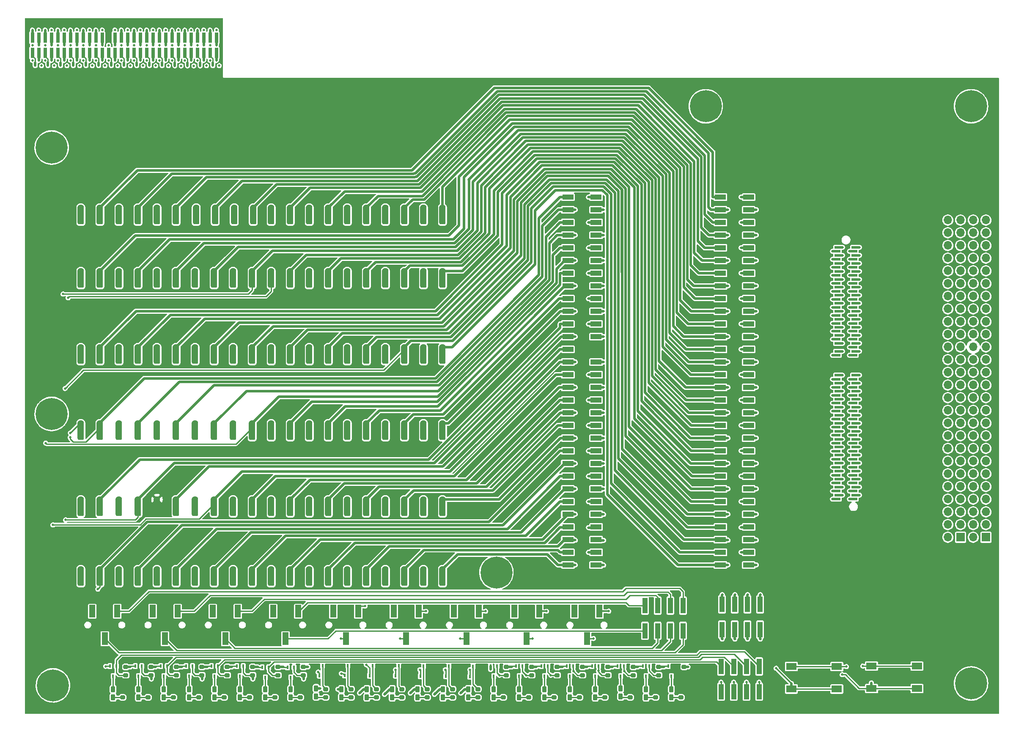
<source format=gtl>
G04 #@! TF.GenerationSoftware,KiCad,Pcbnew,(6.0.5)*
G04 #@! TF.CreationDate,2022-09-09T14:32:11-04:00*
G04 #@! TF.ProjectId,backplane-breaout-big,6261636b-706c-4616-9e65-2d627265616f,rev?*
G04 #@! TF.SameCoordinates,Original*
G04 #@! TF.FileFunction,Copper,L1,Top*
G04 #@! TF.FilePolarity,Positive*
%FSLAX46Y46*%
G04 Gerber Fmt 4.6, Leading zero omitted, Abs format (unit mm)*
G04 Created by KiCad (PCBNEW (6.0.5)) date 2022-09-09 14:32:11*
%MOMM*%
%LPD*%
G01*
G04 APERTURE LIST*
G04 Aperture macros list*
%AMRoundRect*
0 Rectangle with rounded corners*
0 $1 Rounding radius*
0 $2 $3 $4 $5 $6 $7 $8 $9 X,Y pos of 4 corners*
0 Add a 4 corners polygon primitive as box body*
4,1,4,$2,$3,$4,$5,$6,$7,$8,$9,$2,$3,0*
0 Add four circle primitives for the rounded corners*
1,1,$1+$1,$2,$3*
1,1,$1+$1,$4,$5*
1,1,$1+$1,$6,$7*
1,1,$1+$1,$8,$9*
0 Add four rect primitives between the rounded corners*
20,1,$1+$1,$2,$3,$4,$5,0*
20,1,$1+$1,$4,$5,$6,$7,0*
20,1,$1+$1,$6,$7,$8,$9,0*
20,1,$1+$1,$8,$9,$2,$3,0*%
G04 Aperture macros list end*
G04 #@! TA.AperFunction,SMDPad,CuDef*
%ADD10R,0.760000X2.030000*%
G04 #@! TD*
G04 #@! TA.AperFunction,SMDPad,CuDef*
%ADD11RoundRect,0.212500X-0.212500X0.400000X-0.212500X-0.400000X0.212500X-0.400000X0.212500X0.400000X0*%
G04 #@! TD*
G04 #@! TA.AperFunction,SMDPad,CuDef*
%ADD12R,2.220000X1.020000*%
G04 #@! TD*
G04 #@! TA.AperFunction,SMDPad,CuDef*
%ADD13R,1.200000X0.500000*%
G04 #@! TD*
G04 #@! TA.AperFunction,SMDPad,CuDef*
%ADD14R,0.450000X0.700000*%
G04 #@! TD*
G04 #@! TA.AperFunction,SMDPad,CuDef*
%ADD15RoundRect,0.317500X0.317500X-1.587500X0.317500X1.587500X-0.317500X1.587500X-0.317500X-1.587500X0*%
G04 #@! TD*
G04 #@! TA.AperFunction,ComponentPad*
%ADD16C,1.270000*%
G04 #@! TD*
G04 #@! TA.AperFunction,SMDPad,CuDef*
%ADD17R,1.000000X3.150000*%
G04 #@! TD*
G04 #@! TA.AperFunction,SMDPad,CuDef*
%ADD18RoundRect,0.200000X-0.275000X0.200000X-0.275000X-0.200000X0.275000X-0.200000X0.275000X0.200000X0*%
G04 #@! TD*
G04 #@! TA.AperFunction,SMDPad,CuDef*
%ADD19RoundRect,0.200000X0.275000X-0.200000X0.275000X0.200000X-0.275000X0.200000X-0.275000X-0.200000X0*%
G04 #@! TD*
G04 #@! TA.AperFunction,SMDPad,CuDef*
%ADD20R,1.200000X2.500000*%
G04 #@! TD*
G04 #@! TA.AperFunction,ComponentPad*
%ADD21C,3.600000*%
G04 #@! TD*
G04 #@! TA.AperFunction,ConnectorPad*
%ADD22C,6.400000*%
G04 #@! TD*
G04 #@! TA.AperFunction,SMDPad,CuDef*
%ADD23R,2.100000X1.400000*%
G04 #@! TD*
G04 #@! TA.AperFunction,ComponentPad*
%ADD24R,1.700000X1.700000*%
G04 #@! TD*
G04 #@! TA.AperFunction,ComponentPad*
%ADD25O,1.700000X1.700000*%
G04 #@! TD*
G04 #@! TA.AperFunction,ViaPad*
%ADD26C,0.500000*%
G04 #@! TD*
G04 #@! TA.AperFunction,Conductor*
%ADD27C,0.500000*%
G04 #@! TD*
G04 #@! TA.AperFunction,Conductor*
%ADD28C,0.250000*%
G04 #@! TD*
G04 #@! TA.AperFunction,Conductor*
%ADD29C,0.300000*%
G04 #@! TD*
G04 APERTURE END LIST*
D10*
X140160000Y-52795000D03*
X140160000Y-49745000D03*
X138890000Y-52795000D03*
X138890000Y-49745000D03*
X137620000Y-52795000D03*
X137620000Y-49745000D03*
X136350000Y-52795000D03*
X136350000Y-49745000D03*
X135080000Y-52795000D03*
X135080000Y-49745000D03*
X133810000Y-52795000D03*
X133810000Y-49745000D03*
X132540000Y-52795000D03*
X132540000Y-49745000D03*
X131270000Y-52795000D03*
X131270000Y-49745000D03*
X130000000Y-52795000D03*
X130000000Y-49745000D03*
X128730000Y-52795000D03*
X128730000Y-49745000D03*
X127460000Y-52795000D03*
X127460000Y-49745000D03*
X126190000Y-52795000D03*
X126190000Y-49745000D03*
X124920000Y-52795000D03*
X124920000Y-49745000D03*
X123650000Y-52795000D03*
X123650000Y-49745000D03*
X122380000Y-52795000D03*
X122380000Y-49745000D03*
X121110000Y-52795000D03*
X121110000Y-49745000D03*
X119840000Y-52795000D03*
X119840000Y-49745000D03*
X118570000Y-52795000D03*
X118570000Y-49745000D03*
X117300000Y-52795000D03*
X117300000Y-49745000D03*
X116030000Y-52795000D03*
X116030000Y-49745000D03*
X114760000Y-52795000D03*
X114760000Y-49745000D03*
X113490000Y-52795000D03*
X113490000Y-49745000D03*
X112220000Y-52795000D03*
X112220000Y-49745000D03*
X110950000Y-52795000D03*
X110950000Y-49745000D03*
X109680000Y-52795000D03*
X109680000Y-49745000D03*
X108410000Y-52795000D03*
X108410000Y-49745000D03*
X107140000Y-52795000D03*
X107140000Y-49745000D03*
X105870000Y-52795000D03*
X105870000Y-49745000D03*
X104600000Y-52795000D03*
X104600000Y-49745000D03*
X103330000Y-52795000D03*
X103330000Y-49745000D03*
D11*
X231254000Y-180207500D03*
X231254000Y-181832500D03*
X226174000Y-180207500D03*
X226174000Y-181832500D03*
X221094000Y-180030000D03*
X221094000Y-181655000D03*
X155054000Y-180207500D03*
X155054000Y-181832500D03*
X216014000Y-180207500D03*
X216014000Y-181832500D03*
X149974000Y-180207500D03*
X149974000Y-181832500D03*
X210934000Y-180207500D03*
X210934000Y-181832500D03*
X205854000Y-180207500D03*
X205854000Y-181832500D03*
X200774000Y-180207500D03*
X200774000Y-181832500D03*
X195694000Y-180207500D03*
X195694000Y-181832500D03*
X144894000Y-180207500D03*
X144894000Y-181832500D03*
X139814000Y-180207500D03*
X139814000Y-181832500D03*
X134734000Y-180207500D03*
X134734000Y-181832500D03*
X129654000Y-180207500D03*
X129654000Y-181832500D03*
X190614000Y-180207500D03*
X190614000Y-181832500D03*
X185534000Y-180207500D03*
X185534000Y-181832500D03*
X180454000Y-180207500D03*
X180454000Y-181832500D03*
X175374000Y-180207500D03*
X175374000Y-181832500D03*
X170294000Y-180207500D03*
X170294000Y-181832500D03*
X124574000Y-180207500D03*
X124574000Y-181832500D03*
X165214000Y-180207500D03*
X165214000Y-181832500D03*
X119494000Y-180207500D03*
X119494000Y-181832500D03*
X160134000Y-180030000D03*
X160134000Y-181655000D03*
D12*
X210520000Y-155334000D03*
X216170000Y-155334000D03*
X210520000Y-152794000D03*
X216170000Y-152794000D03*
X210520000Y-150254000D03*
X216170000Y-150254000D03*
X210520000Y-147714000D03*
X216170000Y-147714000D03*
X210520000Y-145174000D03*
X216170000Y-145174000D03*
X210520000Y-142634000D03*
X216170000Y-142634000D03*
X210520000Y-140094000D03*
X216170000Y-140094000D03*
X210520000Y-137554000D03*
X216170000Y-137554000D03*
X210520000Y-135014000D03*
X216170000Y-135014000D03*
X210520000Y-132474000D03*
X216170000Y-132474000D03*
X210520000Y-129934000D03*
X216170000Y-129934000D03*
X210520000Y-127394000D03*
X216170000Y-127394000D03*
X210520000Y-124854000D03*
X216170000Y-124854000D03*
X210520000Y-122314000D03*
X216170000Y-122314000D03*
X210520000Y-119774000D03*
X216170000Y-119774000D03*
X210520000Y-117234000D03*
X216170000Y-117234000D03*
X210520000Y-114694000D03*
X216170000Y-114694000D03*
X210520000Y-112154000D03*
X216170000Y-112154000D03*
X210520000Y-109614000D03*
X216170000Y-109614000D03*
X210520000Y-107074000D03*
X216170000Y-107074000D03*
X210520000Y-104534000D03*
X216170000Y-104534000D03*
X210520000Y-101994000D03*
X216170000Y-101994000D03*
X210520000Y-99454000D03*
X216170000Y-99454000D03*
X210520000Y-96914000D03*
X216170000Y-96914000D03*
X210520000Y-94374000D03*
X216170000Y-94374000D03*
X210520000Y-91834000D03*
X216170000Y-91834000D03*
X210520000Y-89294000D03*
X216170000Y-89294000D03*
X210520000Y-86754000D03*
X216170000Y-86754000D03*
X210520000Y-84214000D03*
X216170000Y-84214000D03*
X210520000Y-81674000D03*
X216170000Y-81674000D03*
X241066000Y-155334000D03*
X246716000Y-155334000D03*
X241066000Y-152794000D03*
X246716000Y-152794000D03*
X241066000Y-150254000D03*
X246716000Y-150254000D03*
X241066000Y-147714000D03*
X246716000Y-147714000D03*
X241066000Y-145174000D03*
X246716000Y-145174000D03*
X241066000Y-142634000D03*
X246716000Y-142634000D03*
X241066000Y-140094000D03*
X246716000Y-140094000D03*
X241066000Y-137554000D03*
X246716000Y-137554000D03*
X241066000Y-135014000D03*
X246716000Y-135014000D03*
X241066000Y-132474000D03*
X246716000Y-132474000D03*
X241066000Y-129934000D03*
X246716000Y-129934000D03*
X241066000Y-127394000D03*
X246716000Y-127394000D03*
X241066000Y-124854000D03*
X246716000Y-124854000D03*
X241066000Y-122314000D03*
X246716000Y-122314000D03*
X241066000Y-119774000D03*
X246716000Y-119774000D03*
X241066000Y-117234000D03*
X246716000Y-117234000D03*
X241066000Y-114694000D03*
X246716000Y-114694000D03*
X241066000Y-112154000D03*
X246716000Y-112154000D03*
X241066000Y-109614000D03*
X246716000Y-109614000D03*
X241066000Y-107074000D03*
X246716000Y-107074000D03*
X241066000Y-104534000D03*
X246716000Y-104534000D03*
X241066000Y-101994000D03*
X246716000Y-101994000D03*
X241066000Y-99454000D03*
X246716000Y-99454000D03*
X241066000Y-96914000D03*
X246716000Y-96914000D03*
X241066000Y-94374000D03*
X246716000Y-94374000D03*
X241066000Y-91834000D03*
X246716000Y-91834000D03*
X241066000Y-89294000D03*
X246716000Y-89294000D03*
X241066000Y-86754000D03*
X246716000Y-86754000D03*
X241066000Y-84214000D03*
X246716000Y-84214000D03*
X241066000Y-81674000D03*
X246716000Y-81674000D03*
D13*
X267892000Y-142150000D03*
X264492000Y-142150000D03*
X267892000Y-141350000D03*
X264492000Y-141350000D03*
X267892000Y-140550000D03*
X264492000Y-140550000D03*
X267892000Y-139750000D03*
X264492000Y-139750000D03*
X267892000Y-138950000D03*
X264492000Y-138950000D03*
X267892000Y-138150000D03*
X264492000Y-138150000D03*
X267892000Y-137350000D03*
X264492000Y-137350000D03*
X267892000Y-136550000D03*
X264492000Y-136550000D03*
X267892000Y-135750000D03*
X264492000Y-135750000D03*
X267892000Y-134950000D03*
X264492000Y-134950000D03*
X267892000Y-134150000D03*
X264492000Y-134150000D03*
X267892000Y-133350000D03*
X264492000Y-133350000D03*
X267892000Y-132550000D03*
X264492000Y-132550000D03*
X267892000Y-131750000D03*
X264492000Y-131750000D03*
X267892000Y-130950000D03*
X264492000Y-130950000D03*
X267892000Y-130150000D03*
X264492000Y-130150000D03*
X267892000Y-129350000D03*
X264492000Y-129350000D03*
X267892000Y-128550000D03*
X264492000Y-128550000D03*
X267892000Y-127750000D03*
X264492000Y-127750000D03*
X267892000Y-126950000D03*
X264492000Y-126950000D03*
X267892000Y-126150000D03*
X264492000Y-126150000D03*
X267892000Y-125350000D03*
X264492000Y-125350000D03*
X267892000Y-124550000D03*
X264492000Y-124550000D03*
X267892000Y-123750000D03*
X264492000Y-123750000D03*
X267892000Y-122950000D03*
X264492000Y-122950000D03*
X267892000Y-122150000D03*
X264492000Y-122150000D03*
X267892000Y-121350000D03*
X264492000Y-121350000D03*
X267892000Y-120550000D03*
X264492000Y-120550000D03*
X267892000Y-119750000D03*
X264492000Y-119750000D03*
X267892000Y-118950000D03*
X264492000Y-118950000D03*
X267892000Y-118150000D03*
X264492000Y-118150000D03*
X267892000Y-117350000D03*
X264492000Y-117350000D03*
X267892000Y-113350000D03*
X264492000Y-113350000D03*
X267892000Y-112550000D03*
X264492000Y-112550000D03*
X267892000Y-111750000D03*
X264492000Y-111750000D03*
X267892000Y-110950000D03*
X264492000Y-110950000D03*
X267892000Y-110150000D03*
X264492000Y-110150000D03*
X267892000Y-109350000D03*
X264492000Y-109350000D03*
X267892000Y-108550000D03*
X264492000Y-108550000D03*
X267892000Y-107750000D03*
X264492000Y-107750000D03*
X267892000Y-106950000D03*
X264492000Y-106950000D03*
X267892000Y-106150000D03*
X264492000Y-106150000D03*
X267892000Y-105350000D03*
X264492000Y-105350000D03*
X267892000Y-104550000D03*
X264492000Y-104550000D03*
X267892000Y-103750000D03*
X264492000Y-103750000D03*
X267892000Y-102950000D03*
X264492000Y-102950000D03*
X267892000Y-102150000D03*
X264492000Y-102150000D03*
X267892000Y-101350000D03*
X264492000Y-101350000D03*
X267892000Y-100550000D03*
X264492000Y-100550000D03*
X267892000Y-99750000D03*
X264492000Y-99750000D03*
X267892000Y-98950000D03*
X264492000Y-98950000D03*
X267892000Y-98150000D03*
X264492000Y-98150000D03*
X267892000Y-97350000D03*
X264492000Y-97350000D03*
X267892000Y-96550000D03*
X264492000Y-96550000D03*
X267892000Y-95750000D03*
X264492000Y-95750000D03*
X267892000Y-94950000D03*
X264492000Y-94950000D03*
X267892000Y-94150000D03*
X264492000Y-94150000D03*
X267892000Y-93350000D03*
X264492000Y-93350000D03*
X267892000Y-92550000D03*
X264492000Y-92550000D03*
X267892000Y-91750000D03*
X264492000Y-91750000D03*
D14*
X231904000Y-175575000D03*
X230604000Y-175575000D03*
X231254000Y-177575000D03*
X226824000Y-175575000D03*
X225524000Y-175575000D03*
X226174000Y-177575000D03*
X221744000Y-175575000D03*
X220444000Y-175575000D03*
X221094000Y-177575000D03*
X155704000Y-175829000D03*
X154404000Y-175829000D03*
X155054000Y-177829000D03*
X216664000Y-175575000D03*
X215364000Y-175575000D03*
X216014000Y-177575000D03*
X150624000Y-175829000D03*
X149324000Y-175829000D03*
X149974000Y-177829000D03*
X211584000Y-175575000D03*
X210284000Y-175575000D03*
X210934000Y-177575000D03*
X206504000Y-175575000D03*
X205204000Y-175575000D03*
X205854000Y-177575000D03*
X201424000Y-175575000D03*
X200124000Y-175575000D03*
X200774000Y-177575000D03*
X196344000Y-175575000D03*
X195044000Y-175575000D03*
X195694000Y-177575000D03*
X145544000Y-175575000D03*
X144244000Y-175575000D03*
X144894000Y-177575000D03*
X140464000Y-175575000D03*
X139164000Y-175575000D03*
X139814000Y-177575000D03*
X190879000Y-177694000D03*
X192179000Y-177694000D03*
X191529000Y-175694000D03*
X186053000Y-177612000D03*
X187353000Y-177612000D03*
X186703000Y-175612000D03*
X180973000Y-177612000D03*
X182273000Y-177612000D03*
X181623000Y-175612000D03*
X176021000Y-177485000D03*
X177321000Y-177485000D03*
X176671000Y-175485000D03*
X170813000Y-177485000D03*
X172113000Y-177485000D03*
X171463000Y-175485000D03*
X135384000Y-175575000D03*
X134084000Y-175575000D03*
X134734000Y-177575000D03*
X130304000Y-175575000D03*
X129004000Y-175575000D03*
X129654000Y-177575000D03*
X165834000Y-177448000D03*
X167134000Y-177448000D03*
X166484000Y-175448000D03*
X160780000Y-177485000D03*
X162080000Y-177485000D03*
X161430000Y-175485000D03*
X125224000Y-175575000D03*
X123924000Y-175575000D03*
X124574000Y-177575000D03*
X120144000Y-175575000D03*
X118844000Y-175575000D03*
X119494000Y-177575000D03*
D15*
X185420000Y-157657800D03*
D16*
X185420000Y-156210000D03*
X181610000Y-156210000D03*
D15*
X181610000Y-157657800D03*
X185420000Y-113202324D03*
D16*
X185420000Y-111754524D03*
D15*
X181610000Y-113202324D03*
D16*
X181610000Y-111754524D03*
X177800000Y-156210000D03*
D15*
X177800000Y-157657800D03*
D16*
X173990000Y-156210000D03*
D15*
X173990000Y-157657800D03*
X177800000Y-113202324D03*
D16*
X177800000Y-111754524D03*
D15*
X173990000Y-113202324D03*
D16*
X173990000Y-111754524D03*
X170180000Y-156210000D03*
D15*
X170180000Y-157657800D03*
D16*
X166370000Y-156210000D03*
D15*
X166370000Y-157657800D03*
X170180000Y-113202324D03*
D16*
X170180000Y-111754524D03*
D15*
X166370000Y-113202324D03*
D16*
X166370000Y-111754524D03*
X162560000Y-156210000D03*
D15*
X162560000Y-157657800D03*
X158750000Y-157657800D03*
D16*
X158750000Y-156210000D03*
D15*
X162560000Y-113202324D03*
D16*
X162560000Y-111754524D03*
D15*
X158750000Y-113202324D03*
D16*
X158750000Y-111754524D03*
D15*
X154940000Y-157657800D03*
D16*
X154940000Y-156210000D03*
D15*
X151130000Y-157657800D03*
D16*
X151130000Y-156210000D03*
X154940000Y-111754524D03*
D15*
X154940000Y-113202324D03*
D16*
X151130000Y-111754524D03*
D15*
X151130000Y-113202324D03*
X147320000Y-157657800D03*
D16*
X147320000Y-156210000D03*
D15*
X143510000Y-157657800D03*
D16*
X143510000Y-156210000D03*
D15*
X147320000Y-113202324D03*
D16*
X147320000Y-111754524D03*
D15*
X143510000Y-113202324D03*
D16*
X143510000Y-111754524D03*
D15*
X139700000Y-157657800D03*
D16*
X139700000Y-156210000D03*
D15*
X135890000Y-157657800D03*
D16*
X135890000Y-156210000D03*
X139700000Y-111754524D03*
D15*
X139700000Y-113202324D03*
D16*
X135890000Y-111754524D03*
D15*
X135890000Y-113202324D03*
D16*
X132080000Y-156210000D03*
D15*
X132080000Y-157657800D03*
D16*
X128270000Y-156210000D03*
D15*
X128270000Y-157657800D03*
X132080000Y-113202324D03*
D16*
X132080000Y-111754524D03*
X128270000Y-111754524D03*
D15*
X128270000Y-113202324D03*
D16*
X124460000Y-156210000D03*
D15*
X124460000Y-157657800D03*
D16*
X120650000Y-156210000D03*
D15*
X120650000Y-157657800D03*
X124460000Y-113202324D03*
D16*
X124460000Y-111754524D03*
D15*
X120650000Y-113202324D03*
D16*
X120650000Y-111754524D03*
D15*
X116840000Y-157657800D03*
D16*
X116840000Y-156210000D03*
X113030000Y-156204524D03*
D15*
X113030000Y-157652324D03*
X116840000Y-113202324D03*
D16*
X116840000Y-111754524D03*
X113030000Y-111754524D03*
D15*
X113030000Y-113202324D03*
X185420000Y-143682324D03*
D16*
X185420000Y-142234524D03*
D15*
X181610000Y-143682324D03*
D16*
X181610000Y-142234524D03*
X185420000Y-96514524D03*
D15*
X185420000Y-97962324D03*
X181610000Y-97962324D03*
D16*
X181610000Y-96514524D03*
D15*
X177800000Y-143682324D03*
D16*
X177800000Y-142234524D03*
X173990000Y-142234524D03*
D15*
X173990000Y-143682324D03*
X177800000Y-97962324D03*
D16*
X177800000Y-96514524D03*
D15*
X173990000Y-97962324D03*
D16*
X173990000Y-96514524D03*
D15*
X170180000Y-143682324D03*
D16*
X170180000Y-142234524D03*
X166370000Y-142234524D03*
D15*
X166370000Y-143682324D03*
X170180000Y-97962324D03*
D16*
X170180000Y-96514524D03*
D15*
X166370000Y-97962324D03*
D16*
X166370000Y-96514524D03*
D15*
X162560000Y-143682324D03*
D16*
X162560000Y-142234524D03*
D15*
X158750000Y-143682324D03*
D16*
X158750000Y-142234524D03*
D15*
X162560000Y-97962324D03*
D16*
X162560000Y-96514524D03*
D15*
X158750000Y-97962324D03*
D16*
X158750000Y-96514524D03*
X154940000Y-142234524D03*
D15*
X154940000Y-143682324D03*
D16*
X151130000Y-142234524D03*
D15*
X151130000Y-143682324D03*
D16*
X154940000Y-96514524D03*
D15*
X154940000Y-97962324D03*
D16*
X151130000Y-96514524D03*
D15*
X151130000Y-97962324D03*
D16*
X147320000Y-142234524D03*
D15*
X147320000Y-143682324D03*
D16*
X143510000Y-142234524D03*
D15*
X143510000Y-143682324D03*
D16*
X147320000Y-96514524D03*
D15*
X147320000Y-97962324D03*
D16*
X143510000Y-96514524D03*
D15*
X143510000Y-97962324D03*
D16*
X139700000Y-142234524D03*
D15*
X139700000Y-143682324D03*
X135890000Y-143682324D03*
D16*
X135890000Y-142234524D03*
D15*
X139700000Y-97962324D03*
D16*
X139700000Y-96514524D03*
D15*
X135890000Y-97962324D03*
D16*
X135890000Y-96514524D03*
D15*
X132080000Y-143682324D03*
D16*
X132080000Y-142234524D03*
D15*
X128270000Y-143682324D03*
D16*
X128270000Y-142234524D03*
X132080000Y-96514524D03*
D15*
X132080000Y-97962324D03*
X128270000Y-97962324D03*
D16*
X128270000Y-96514524D03*
D15*
X124460000Y-143682324D03*
D16*
X124460000Y-142234524D03*
D15*
X120650000Y-143682324D03*
D16*
X120650000Y-142234524D03*
X124460000Y-96514524D03*
D15*
X124460000Y-97962324D03*
D16*
X120650000Y-96514524D03*
D15*
X120650000Y-97962324D03*
D16*
X116840000Y-142234524D03*
D15*
X116840000Y-143682324D03*
D16*
X113030000Y-142234524D03*
D15*
X113030000Y-143682324D03*
D16*
X116840000Y-96514524D03*
D15*
X116840000Y-97962324D03*
D16*
X113030000Y-96514524D03*
D15*
X113030000Y-97962324D03*
X185420000Y-128442324D03*
D16*
X185420000Y-126994524D03*
X181610000Y-126994524D03*
D15*
X181610000Y-128442324D03*
X185420000Y-85262324D03*
D16*
X185420000Y-83814524D03*
D15*
X181610000Y-85262324D03*
D16*
X181610000Y-83814524D03*
D15*
X177800000Y-128442324D03*
D16*
X177800000Y-126994524D03*
D15*
X173990000Y-128442324D03*
D16*
X173990000Y-126994524D03*
X177800000Y-83814524D03*
D15*
X177800000Y-85262324D03*
X173990000Y-85262324D03*
D16*
X173990000Y-83814524D03*
X170180000Y-126994524D03*
D15*
X170180000Y-128442324D03*
D16*
X166370000Y-126994524D03*
D15*
X166370000Y-128442324D03*
D16*
X170180000Y-83814524D03*
D15*
X170180000Y-85262324D03*
X166370000Y-85262324D03*
D16*
X166370000Y-83814524D03*
D15*
X162560000Y-128442324D03*
D16*
X162560000Y-126994524D03*
D15*
X158750000Y-128442324D03*
D16*
X158750000Y-126994524D03*
X162560000Y-83814524D03*
D15*
X162560000Y-85262324D03*
D16*
X158750000Y-83814524D03*
D15*
X158750000Y-85262324D03*
X154940000Y-128442324D03*
D16*
X154940000Y-126994524D03*
D15*
X151130000Y-128442324D03*
D16*
X151130000Y-126994524D03*
D15*
X154940000Y-85262324D03*
D16*
X154940000Y-83814524D03*
X151130000Y-83814524D03*
D15*
X151130000Y-85262324D03*
X147320000Y-128442324D03*
D16*
X147320000Y-126994524D03*
D15*
X143510000Y-128442324D03*
D16*
X143510000Y-126994524D03*
X147555000Y-83814524D03*
D15*
X147555000Y-85262324D03*
D16*
X143745000Y-83814524D03*
D15*
X143745000Y-85262324D03*
X139700000Y-128442324D03*
D16*
X139700000Y-126994524D03*
D15*
X135890000Y-128442324D03*
D16*
X135890000Y-126994524D03*
D15*
X139935000Y-85262324D03*
D16*
X139935000Y-83814524D03*
X136125000Y-83814524D03*
D15*
X136125000Y-85262324D03*
X132080000Y-128442324D03*
D16*
X132080000Y-126994524D03*
D15*
X128270000Y-128442324D03*
D16*
X128270000Y-126994524D03*
D15*
X132080000Y-85262324D03*
D16*
X132080000Y-83814524D03*
D15*
X128270000Y-85262324D03*
D16*
X128270000Y-83814524D03*
X124460000Y-126994524D03*
D15*
X124460000Y-128442324D03*
D16*
X120650000Y-126994524D03*
D15*
X120650000Y-128442324D03*
X124460000Y-85262324D03*
D16*
X124460000Y-83814524D03*
D15*
X120650000Y-85262324D03*
D16*
X120650000Y-83814524D03*
X116840000Y-126994524D03*
D15*
X116840000Y-128442324D03*
X113030000Y-128442324D03*
D16*
X113030000Y-126994524D03*
D15*
X116840000Y-85262324D03*
D16*
X116840000Y-83814524D03*
X113030000Y-83814524D03*
D15*
X113030000Y-85262324D03*
D17*
X241179000Y-180707000D03*
X241179000Y-175657000D03*
X243719000Y-180707000D03*
X243719000Y-175657000D03*
X246259000Y-180707000D03*
X246259000Y-175657000D03*
X248799000Y-180707000D03*
X248799000Y-175657000D03*
X225939000Y-168515000D03*
X225939000Y-163465000D03*
X228479000Y-168515000D03*
X228479000Y-163465000D03*
X231019000Y-168515000D03*
X231019000Y-163465000D03*
X233559000Y-168515000D03*
X233559000Y-163465000D03*
X241379000Y-168266000D03*
X241379000Y-163216000D03*
X243919000Y-168266000D03*
X243919000Y-163216000D03*
X246459000Y-168266000D03*
X246459000Y-163216000D03*
X248999000Y-168266000D03*
X248999000Y-163216000D03*
D18*
X233159000Y-180195000D03*
X233159000Y-181845000D03*
X228079000Y-180195000D03*
X228079000Y-181845000D03*
X222999000Y-180195000D03*
X222999000Y-181845000D03*
X156959000Y-180195000D03*
X156959000Y-181845000D03*
X217919000Y-180195000D03*
X217919000Y-181845000D03*
X151879000Y-180195000D03*
X151879000Y-181845000D03*
D19*
X233794000Y-177400000D03*
X233794000Y-175750000D03*
X228714000Y-177400000D03*
X228714000Y-175750000D03*
X223634000Y-177400000D03*
X223634000Y-175750000D03*
X157594000Y-177400000D03*
X157594000Y-175750000D03*
X218554000Y-177400000D03*
X218554000Y-175750000D03*
X152514000Y-177400000D03*
X152514000Y-175750000D03*
D18*
X212839000Y-180195000D03*
X212839000Y-181845000D03*
X207759000Y-180195000D03*
X207759000Y-181845000D03*
X202679000Y-180195000D03*
X202679000Y-181845000D03*
X197599000Y-180195000D03*
X197599000Y-181845000D03*
X146799000Y-180195000D03*
X146799000Y-181845000D03*
X141719000Y-180195000D03*
X141719000Y-181845000D03*
D19*
X213474000Y-177400000D03*
X213474000Y-175750000D03*
X208394000Y-177400000D03*
X208394000Y-175750000D03*
X203314000Y-177400000D03*
X203314000Y-175750000D03*
X198234000Y-177400000D03*
X198234000Y-175750000D03*
X147434000Y-177400000D03*
X147434000Y-175750000D03*
X142354000Y-177400000D03*
X142354000Y-175750000D03*
D18*
X136639000Y-180195000D03*
X136639000Y-181845000D03*
X131559000Y-180195000D03*
X131559000Y-181845000D03*
X192519000Y-180195000D03*
X192519000Y-181845000D03*
X187439000Y-180195000D03*
X187439000Y-181845000D03*
X182359000Y-180195000D03*
X182359000Y-181845000D03*
X177279000Y-180195000D03*
X177279000Y-181845000D03*
X172199000Y-180195000D03*
X172199000Y-181845000D03*
D19*
X137274000Y-177400000D03*
X137274000Y-175750000D03*
X132194000Y-177400000D03*
X132194000Y-175750000D03*
D18*
X126479000Y-180195000D03*
X126479000Y-181845000D03*
X167119000Y-180195000D03*
X167119000Y-181845000D03*
X121399000Y-180195000D03*
X121399000Y-181845000D03*
X162039000Y-180195000D03*
X162039000Y-181845000D03*
D19*
X127114000Y-177400000D03*
X127114000Y-175750000D03*
X122034000Y-177400000D03*
X122034000Y-175750000D03*
D20*
X211843996Y-164604504D03*
X214343996Y-170104504D03*
X216843996Y-164604504D03*
X199778996Y-164604504D03*
X202278996Y-170104504D03*
X204778996Y-164604504D03*
X187713996Y-164604504D03*
X190213996Y-170104504D03*
X192713996Y-164604504D03*
X175648996Y-164604504D03*
X178148996Y-170104504D03*
X180648996Y-164604504D03*
X163583996Y-164604504D03*
X166083996Y-170104504D03*
X168583996Y-164604504D03*
X151518996Y-164604504D03*
X154018996Y-170104504D03*
X156518996Y-164604504D03*
X139453996Y-164604504D03*
X141953996Y-170104504D03*
X144453996Y-164604504D03*
X127388996Y-164604504D03*
X129888996Y-170104504D03*
X132388996Y-164604504D03*
X115323996Y-164604504D03*
X117823996Y-170104504D03*
X120323996Y-164604504D03*
D21*
X107188000Y-71755000D03*
D22*
X107188000Y-71755000D03*
D23*
X280399000Y-180072000D03*
X271299000Y-180072000D03*
X271299000Y-175572000D03*
X280399000Y-175572000D03*
D21*
X291231066Y-179059992D03*
D22*
X291231066Y-179059992D03*
X107188000Y-125095000D03*
D21*
X107188000Y-125095000D03*
D23*
X255258980Y-180171996D03*
X264358980Y-180171996D03*
X255258980Y-175671996D03*
X264358980Y-175671996D03*
D22*
X291231066Y-63500000D03*
D21*
X291231066Y-63500000D03*
D22*
X196215000Y-156845000D03*
D21*
X196215000Y-156845000D03*
D24*
X294199020Y-149790000D03*
D25*
X291659020Y-149790000D03*
X294199020Y-147250000D03*
X291659020Y-147250000D03*
X294199020Y-144710000D03*
X291659020Y-144710000D03*
X294199020Y-142170000D03*
X291659020Y-142170000D03*
X294199020Y-139630000D03*
X291659020Y-139630000D03*
X294199020Y-137090000D03*
X291659020Y-137090000D03*
X294199020Y-134550000D03*
X291659020Y-134550000D03*
X294199020Y-132010000D03*
X291659020Y-132010000D03*
X294199020Y-129470000D03*
X291659020Y-129470000D03*
X294199020Y-126930000D03*
X291659020Y-126930000D03*
X294199020Y-124390000D03*
X291659020Y-124390000D03*
X294199020Y-121850000D03*
X291659020Y-121850000D03*
X294199020Y-119310000D03*
X291659020Y-119310000D03*
X294199020Y-116770000D03*
X291659020Y-116770000D03*
X294199020Y-114230000D03*
X291659020Y-114230000D03*
X294199020Y-111690000D03*
X291659020Y-111690000D03*
X294199020Y-109150000D03*
X291659020Y-109150000D03*
X294199020Y-106610000D03*
X291659020Y-106610000D03*
X294199020Y-104070000D03*
X291659020Y-104070000D03*
X294199020Y-101530000D03*
X291659020Y-101530000D03*
X294199020Y-98990000D03*
X291659020Y-98990000D03*
X294199020Y-96450000D03*
X291659020Y-96450000D03*
X294199020Y-93910000D03*
X291659020Y-93910000D03*
X294199020Y-91370000D03*
X291659020Y-91370000D03*
X294199020Y-88830000D03*
X291659020Y-88830000D03*
X294199020Y-86290000D03*
X291659020Y-86290000D03*
D21*
X107442000Y-179440992D03*
D22*
X107442000Y-179440992D03*
D21*
X238125000Y-63500000D03*
D22*
X238125000Y-63500000D03*
D24*
X289120000Y-149790000D03*
D25*
X286580000Y-149790000D03*
X289120000Y-147250000D03*
X286580000Y-147250000D03*
X289120000Y-144710000D03*
X286580000Y-144710000D03*
X289120000Y-142170000D03*
X286580000Y-142170000D03*
X289120000Y-139630000D03*
X286580000Y-139630000D03*
X289120000Y-137090000D03*
X286580000Y-137090000D03*
X289120000Y-134550000D03*
X286580000Y-134550000D03*
X289120000Y-132010000D03*
X286580000Y-132010000D03*
X289120000Y-129470000D03*
X286580000Y-129470000D03*
X289120000Y-126930000D03*
X286580000Y-126930000D03*
X289120000Y-124390000D03*
X286580000Y-124390000D03*
X289120000Y-121850000D03*
X286580000Y-121850000D03*
X289120000Y-119310000D03*
X286580000Y-119310000D03*
X289120000Y-116770000D03*
X286580000Y-116770000D03*
X289120000Y-114230000D03*
X286580000Y-114230000D03*
X289120000Y-111690000D03*
X286580000Y-111690000D03*
X289120000Y-109150000D03*
X286580000Y-109150000D03*
X289120000Y-106610000D03*
X286580000Y-106610000D03*
X289120000Y-104070000D03*
X286580000Y-104070000D03*
X289120000Y-101530000D03*
X286580000Y-101530000D03*
X289120000Y-98990000D03*
X286580000Y-98990000D03*
X289120000Y-96450000D03*
X286580000Y-96450000D03*
X289120000Y-93910000D03*
X286580000Y-93910000D03*
X289120000Y-91370000D03*
X286580000Y-91370000D03*
X289120000Y-88830000D03*
X286580000Y-88830000D03*
X289120000Y-86290000D03*
X286580000Y-86290000D03*
D26*
X217690000Y-119786400D03*
X122380000Y-51257000D03*
X263492000Y-119750000D03*
X212025800Y-119761000D03*
X266892000Y-119750000D03*
X122380000Y-54305000D03*
X245190800Y-122301000D03*
X265492000Y-120550000D03*
X123650000Y-54305000D03*
X239550800Y-122301000D03*
X268892000Y-120550000D03*
X123650000Y-51257000D03*
X214649000Y-122326400D03*
X263492000Y-121350000D03*
X123649600Y-48234800D03*
X124234000Y-55372000D03*
X208984800Y-122301000D03*
X266892000Y-121350000D03*
X125504000Y-55372000D03*
X265492000Y-122150000D03*
X248250800Y-124841000D03*
X242591800Y-124841000D03*
X268892000Y-122150000D03*
X124919600Y-48234800D03*
X217690000Y-124866400D03*
X124920000Y-51257000D03*
X263492000Y-122950000D03*
X124920000Y-54305000D03*
X212025800Y-124841000D03*
X266892000Y-122950000D03*
X126190000Y-54305000D03*
X245190800Y-127381000D03*
X265492000Y-123750000D03*
X239550800Y-127381000D03*
X268892000Y-123750000D03*
X126190000Y-51257000D03*
X126189600Y-48234800D03*
X214649000Y-127406400D03*
X263492000Y-124550000D03*
X126774000Y-55372000D03*
X208984800Y-127381000D03*
X266892000Y-124550000D03*
X265492000Y-125350000D03*
X248250800Y-129921000D03*
X128044000Y-55372000D03*
X127459600Y-48234800D03*
X268892000Y-125350000D03*
X242591800Y-129921000D03*
X217690000Y-129946400D03*
X127460000Y-51257000D03*
X263492000Y-126150000D03*
X212025800Y-129921000D03*
X266892000Y-126150000D03*
X127460000Y-54305000D03*
X128730000Y-54305000D03*
X245190800Y-132461000D03*
X265492000Y-126950000D03*
X268892000Y-126950000D03*
X128730000Y-51257000D03*
X239550800Y-132461000D03*
X263492000Y-127750000D03*
X128729600Y-48234800D03*
X214649000Y-132486400D03*
X248250800Y-135001000D03*
X265492000Y-128550000D03*
X130584000Y-55372000D03*
X268892000Y-128550000D03*
X129999600Y-48234800D03*
X242591800Y-135001000D03*
X217690000Y-135026400D03*
X263492000Y-129350000D03*
X130000000Y-51257000D03*
X212025800Y-135001000D03*
X266892000Y-129350000D03*
X130000000Y-54305000D03*
X265492000Y-130150000D03*
X131270000Y-54330400D03*
X245190800Y-137541000D03*
X239550800Y-137541000D03*
X268892000Y-130150000D03*
X131270000Y-51282400D03*
X131269600Y-48260200D03*
X263492000Y-130950000D03*
X214649000Y-137566400D03*
X266892000Y-130950000D03*
X208984800Y-137541000D03*
X131854000Y-55397400D03*
X133124000Y-55397400D03*
X265492000Y-131750000D03*
X248250800Y-140081000D03*
X132539600Y-48260200D03*
X242591800Y-140081000D03*
X268892000Y-131750000D03*
X263492000Y-132550000D03*
X217690000Y-140106400D03*
X132540000Y-51282400D03*
X266892000Y-132550000D03*
X212025800Y-140081000D03*
X132540000Y-54330400D03*
X133810000Y-54330400D03*
X245190800Y-142621000D03*
X265492000Y-133350000D03*
X133810000Y-51282400D03*
X268892000Y-133350000D03*
X239550800Y-142621000D03*
X263492000Y-134150000D03*
X214649000Y-142646400D03*
X133809600Y-48260200D03*
X266892000Y-134150000D03*
X134394000Y-55397400D03*
X208984800Y-142621000D03*
X248250800Y-145161000D03*
X135664000Y-55397400D03*
X265492000Y-134950000D03*
X268892000Y-134950000D03*
X135079600Y-48260200D03*
X242591800Y-145161000D03*
X217690000Y-145186400D03*
X135080000Y-51282400D03*
X263492000Y-135750000D03*
X135080000Y-54330400D03*
X212025800Y-145161000D03*
X266892000Y-135750000D03*
X265492000Y-136550000D03*
X245190800Y-147828000D03*
X136350000Y-54330400D03*
X239550800Y-147828000D03*
X268892000Y-136550000D03*
X136350000Y-51282400D03*
X214649000Y-147853400D03*
X136349600Y-48260200D03*
X263492000Y-137350000D03*
X266892000Y-137350000D03*
X136934000Y-55397400D03*
X208984800Y-147828000D03*
X265492000Y-138150000D03*
X248250800Y-150368000D03*
X138204000Y-55372000D03*
X268892000Y-138150000D03*
X242591800Y-150368000D03*
X137619600Y-48234800D03*
X137620000Y-51257000D03*
X263492000Y-138950000D03*
X217690000Y-150393400D03*
X137620000Y-54305000D03*
X212025800Y-150368000D03*
X266892000Y-138950000D03*
X138890000Y-54305000D03*
X265492000Y-139750000D03*
X245190800Y-152781000D03*
X138890000Y-51257000D03*
X268892000Y-139750000D03*
X221805500Y-176593500D03*
X239550800Y-152781000D03*
X109855000Y-120015000D03*
X138889600Y-48234800D03*
X214649000Y-152806400D03*
X263492000Y-140550000D03*
X139474000Y-55372000D03*
X208984800Y-152781000D03*
X266892000Y-140550000D03*
X140744000Y-55372000D03*
X248250800Y-155321000D03*
X265492000Y-141350000D03*
X268892000Y-141350000D03*
X140159600Y-48234800D03*
X242591800Y-155321000D03*
X203454000Y-170053000D03*
X217690000Y-155346400D03*
X263492000Y-142150000D03*
X185962457Y-176316878D03*
X140160000Y-51257000D03*
X266892000Y-142150000D03*
X215646000Y-170053000D03*
X140160000Y-54305000D03*
X212025800Y-155321000D03*
X190925622Y-176316878D03*
X103330000Y-54305000D03*
X176911000Y-170053000D03*
X265492000Y-91750000D03*
X245190800Y-81674000D03*
X176006050Y-176316878D03*
X188976000Y-170053000D03*
X239550800Y-81674000D03*
X180882457Y-176316878D03*
X103330000Y-51257000D03*
X268892000Y-91750000D03*
X103329600Y-48234800D03*
X211645500Y-176593500D03*
X214649000Y-81699400D03*
X110943260Y-128899851D03*
X263492000Y-92550000D03*
X216664000Y-176528000D03*
X208984800Y-81674000D03*
X110913551Y-129791292D03*
X103914000Y-55372000D03*
X266892000Y-92550000D03*
X105177700Y-55375019D03*
X265492000Y-93350000D03*
X248250800Y-84214000D03*
X104599600Y-48234800D03*
X268892000Y-93350000D03*
X242591800Y-84214000D03*
X104600000Y-51257000D03*
X263492000Y-94150000D03*
X217672825Y-84256035D03*
X266892000Y-94150000D03*
X212025800Y-84214000D03*
X104600000Y-54305000D03*
X245190800Y-86741000D03*
X265492000Y-94950000D03*
X105870000Y-54305000D03*
X182118000Y-164604504D03*
X194056000Y-164592000D03*
X239550800Y-86741000D03*
X268892000Y-94950000D03*
X105870000Y-51257000D03*
X206235496Y-164604504D03*
X105869600Y-48234800D03*
X263492000Y-95750000D03*
X214649000Y-86766400D03*
X266892000Y-95750000D03*
X218694000Y-164592000D03*
X106454000Y-55372000D03*
X208984800Y-86741000D03*
X212025800Y-109601000D03*
X266892000Y-110150000D03*
X109982000Y-146304000D03*
X117300000Y-54305000D03*
X196831000Y-177400000D03*
X263492000Y-98950000D03*
X108409600Y-48234800D03*
X214649000Y-91846400D03*
X212025800Y-89281000D03*
X266892000Y-97350000D03*
X107140000Y-54305000D03*
X271272000Y-178943000D03*
X160528000Y-176784000D03*
X208984800Y-91821000D03*
X266892000Y-98950000D03*
X108994000Y-55372000D03*
X265430000Y-177292000D03*
X105983750Y-130941202D03*
X109680000Y-51257000D03*
X217690000Y-94386400D03*
X263492000Y-100550000D03*
X212025800Y-94361000D03*
X266892000Y-100550000D03*
X109680000Y-54305000D03*
X265492000Y-101350000D03*
X245190800Y-96901000D03*
X110950000Y-54305000D03*
X110950000Y-51257000D03*
X268892000Y-101350000D03*
X239550800Y-96901000D03*
X263492000Y-102150000D03*
X214649000Y-96926400D03*
X110949600Y-48234800D03*
X208984800Y-96901000D03*
X111534000Y-55372000D03*
X266892000Y-102150000D03*
X248250800Y-99441000D03*
X112804000Y-55372000D03*
X265492000Y-102950000D03*
X242591800Y-99441000D03*
X268892000Y-102950000D03*
X112219600Y-48234800D03*
X217690000Y-99466400D03*
X263492000Y-103750000D03*
X112220000Y-51257000D03*
X212025800Y-99441000D03*
X266892000Y-103750000D03*
X112220000Y-54305000D03*
X113490000Y-54305000D03*
X265492000Y-104550000D03*
X245190800Y-101981000D03*
X113490000Y-51257000D03*
X268892000Y-104550000D03*
X239550800Y-101981000D03*
X214649000Y-102006400D03*
X263492000Y-105350000D03*
X113489600Y-48234800D03*
X208984800Y-101981000D03*
X266892000Y-105350000D03*
X114074000Y-55372000D03*
X265492000Y-106150000D03*
X115344000Y-55372000D03*
X248250800Y-104521000D03*
X268892000Y-106150000D03*
X114759600Y-48234800D03*
X242591800Y-104521000D03*
X263492000Y-106950000D03*
X217690000Y-104546400D03*
X114760000Y-51257000D03*
X114760000Y-54305000D03*
X266892000Y-106950000D03*
X212025800Y-104521000D03*
X116030000Y-54305000D03*
X265492000Y-107750000D03*
X245190800Y-107061000D03*
X239550800Y-107061000D03*
X268892000Y-107750000D03*
X116030000Y-51257000D03*
X214649000Y-107086400D03*
X263492000Y-108550000D03*
X116029600Y-48234800D03*
X266892000Y-108550000D03*
X208984800Y-107061000D03*
X116614000Y-55372000D03*
X265492000Y-109350000D03*
X117884000Y-55372000D03*
X248250800Y-109601000D03*
X268892000Y-109350000D03*
X117299600Y-48234800D03*
X242591800Y-109601000D03*
X117300000Y-51257000D03*
X263492000Y-110150000D03*
X217690000Y-109626400D03*
X239550800Y-112141000D03*
X268892000Y-110950000D03*
X118570000Y-51257000D03*
X208984800Y-112141000D03*
X266892000Y-111750000D03*
X119154000Y-55372000D03*
X119840000Y-51257000D03*
X217690000Y-114706400D03*
X263492000Y-113350000D03*
X212025800Y-114681000D03*
X119840000Y-54305000D03*
X252222000Y-176022000D03*
X107442000Y-147320000D03*
X255270000Y-179070000D03*
X165156912Y-177081118D03*
X266892000Y-113350000D03*
X121109600Y-48234800D03*
X263492000Y-118150000D03*
X214649000Y-117246400D03*
X121694000Y-55372000D03*
X208984800Y-117221000D03*
X266892000Y-118150000D03*
X266892000Y-127750000D03*
X129314000Y-55372000D03*
X165100000Y-170053000D03*
X170180000Y-175290833D03*
X116440282Y-160171456D03*
X208984800Y-132461000D03*
X263492000Y-111750000D03*
X118569600Y-48234800D03*
X214649000Y-112166400D03*
X157607000Y-178181000D03*
X241173000Y-178816000D03*
X147447000Y-178181000D03*
X243713000Y-178816000D03*
X246253000Y-178816000D03*
X137287000Y-178181000D03*
X127127000Y-178181000D03*
X248793000Y-178816000D03*
X263492000Y-97350000D03*
X107140000Y-51257000D03*
X217690000Y-89306400D03*
X242591800Y-119761000D03*
X268892000Y-118950000D03*
X122379600Y-48234800D03*
X265492000Y-118950000D03*
X248250800Y-119761000D03*
X202165000Y-177400000D03*
X122964000Y-55372000D03*
X110490000Y-101854000D03*
X268892000Y-117350000D03*
X121110000Y-51257000D03*
X109474000Y-101092000D03*
X207118000Y-177400000D03*
X239550800Y-117221000D03*
X121110000Y-54305000D03*
X265492000Y-117350000D03*
X245190800Y-117221000D03*
X108410000Y-54305000D03*
X224536000Y-175768000D03*
X246507000Y-161290000D03*
X242591800Y-114681000D03*
X239550800Y-91821000D03*
X243967000Y-170180000D03*
X133223000Y-175768000D03*
X164465000Y-180213000D03*
X204216000Y-175768000D03*
X108410000Y-51257000D03*
X178986797Y-181005833D03*
X248250800Y-114681000D03*
X229743000Y-175768000D03*
X265492000Y-98150000D03*
X219456000Y-175768000D03*
X189074738Y-181005833D03*
X153543000Y-175768000D03*
X118570000Y-54305000D03*
X158496000Y-175768000D03*
X143256000Y-175768000D03*
X246507000Y-170180000D03*
X120424000Y-55372000D03*
X241427000Y-161290000D03*
X122918000Y-175750000D03*
X199263000Y-175768000D03*
X138303000Y-175768000D03*
X183812040Y-181259833D03*
X234569000Y-175768000D03*
X265492000Y-112550000D03*
X117983000Y-175641000D03*
X241427000Y-170180000D03*
X209423000Y-175768000D03*
X173818334Y-181259833D03*
X265492000Y-110950000D03*
X269552000Y-175572000D03*
X268892000Y-98150000D03*
X249047000Y-161290000D03*
X245190800Y-91821000D03*
X249047000Y-170180000D03*
X243967000Y-161290000D03*
X214376000Y-175768000D03*
X160965000Y-180030000D03*
X128016000Y-175768000D03*
X148463000Y-175768000D03*
X195072000Y-176276000D03*
X168826797Y-181005833D03*
X245190800Y-112141000D03*
X268892000Y-112550000D03*
X266288004Y-175671996D03*
X119839600Y-48234800D03*
X268892000Y-99750000D03*
X109679600Y-48234800D03*
X242591800Y-94361000D03*
X265492000Y-99750000D03*
X110264000Y-55372000D03*
X248250800Y-94361000D03*
X268892000Y-96550000D03*
X107139600Y-48234800D03*
X242591800Y-89281000D03*
X169913496Y-163576000D03*
X248250800Y-89281000D03*
X107724000Y-55372000D03*
X265492000Y-96550000D03*
D27*
X264492000Y-119750000D02*
X263492000Y-119750000D01*
X264592000Y-119750000D02*
X263632000Y-119750000D01*
X216169000Y-119786400D02*
X217649000Y-119786400D01*
X122380000Y-49747000D02*
X122380000Y-51257000D01*
X122380000Y-52795000D02*
X122380000Y-54305000D01*
X158879955Y-138294569D02*
X154940000Y-142234524D01*
X208775000Y-119774000D02*
X190254431Y-138294569D01*
X210520000Y-119774000D02*
X208775000Y-119774000D01*
X210504800Y-119761000D02*
X211984800Y-119761000D01*
X267892000Y-119750000D02*
X266892000Y-119750000D01*
X190254431Y-138294569D02*
X158879955Y-138294569D01*
X265492000Y-120550000D02*
X264492000Y-120550000D01*
X246720800Y-122301000D02*
X245190800Y-122301000D01*
X234188000Y-122301000D02*
X239550800Y-122301000D01*
X165086102Y-93988422D02*
X188796144Y-93988422D01*
X193929000Y-88855566D02*
X193929000Y-79756000D01*
X193929000Y-79756000D02*
X202539734Y-71145266D01*
X241070800Y-122301000D02*
X239550800Y-122301000D01*
X188796144Y-93988422D02*
X193929000Y-88855566D01*
X228092338Y-116205338D02*
X234188000Y-122301000D01*
X267892000Y-120550000D02*
X268892000Y-120550000D01*
X162560000Y-96514524D02*
X165086102Y-93988422D01*
X202539734Y-71145266D02*
X221198914Y-71145266D01*
X221198914Y-71145266D02*
X228092338Y-78038690D01*
X228092338Y-78038690D02*
X228092338Y-116205338D01*
X123649600Y-49744800D02*
X123649600Y-48234800D01*
X216169000Y-122326400D02*
X214649000Y-122326400D01*
X264492000Y-121350000D02*
X263492000Y-121350000D01*
X264592000Y-121350000D02*
X263632000Y-121350000D01*
X124228201Y-55366201D02*
X124234000Y-55372000D01*
D28*
X123650000Y-53424262D02*
X124228201Y-54002463D01*
D27*
X210504800Y-122301000D02*
X208984800Y-122301000D01*
X267892000Y-121350000D02*
X266892000Y-121350000D01*
X124228201Y-54742799D02*
X124228201Y-55366201D01*
X208984800Y-122301000D02*
X192288520Y-138997280D01*
X165797244Y-138997280D02*
X162560000Y-142234524D01*
D28*
X124228201Y-54002463D02*
X124228201Y-54557537D01*
X124228201Y-54557537D02*
X124228201Y-54742799D01*
D27*
X192288520Y-138997280D02*
X165797244Y-138997280D01*
X246720800Y-124841000D02*
X248250800Y-124841000D01*
X264492000Y-122150000D02*
X265492000Y-122150000D01*
X227389621Y-87181621D02*
X227389621Y-117527621D01*
X220907838Y-71847977D02*
X202980023Y-71847977D01*
X227389624Y-86720449D02*
X227389621Y-87181621D01*
X202980023Y-71847977D02*
X194818000Y-80010000D01*
X267892000Y-122150000D02*
X268892000Y-122150000D01*
X194818000Y-80010000D02*
X194818000Y-88982567D01*
X241070800Y-124841000D02*
X242550800Y-124841000D01*
X189109435Y-94691132D02*
X172003392Y-94691132D01*
X227389628Y-80331372D02*
X227389624Y-86720449D01*
X227389621Y-117527621D02*
X234716000Y-124854000D01*
X227389628Y-80331372D02*
X227389629Y-78527830D01*
X227389628Y-78329767D02*
X220907838Y-71847977D01*
X194818000Y-88982567D02*
X189109435Y-94691132D01*
X227389628Y-80331372D02*
X227389628Y-78329767D01*
X234716000Y-124854000D02*
X241066000Y-124854000D01*
X172003392Y-94691132D02*
X170180000Y-96514524D01*
X264492000Y-122950000D02*
X263492000Y-122950000D01*
X264592000Y-122950000D02*
X263632000Y-122950000D01*
X216169000Y-124866400D02*
X217649000Y-124866400D01*
X124920000Y-49747000D02*
X124920000Y-51257000D01*
X267892000Y-122950000D02*
X266892000Y-122950000D01*
X194183000Y-139700000D02*
X172714524Y-139700000D01*
X209029000Y-124854000D02*
X194183000Y-139700000D01*
X172714524Y-139700000D02*
X170180000Y-142234524D01*
X210504800Y-124841000D02*
X211984800Y-124841000D01*
X124920000Y-52795000D02*
X124920000Y-54305000D01*
X210520000Y-124854000D02*
X209029000Y-124854000D01*
X264492000Y-123750000D02*
X265492000Y-123750000D01*
X246720800Y-127381000D02*
X245190800Y-127381000D01*
X195707000Y-89087350D02*
X195707000Y-80368784D01*
X241070800Y-127381000D02*
X239550800Y-127381000D01*
X189400507Y-95393843D02*
X195707000Y-89087350D01*
X226686916Y-78945899D02*
X226686910Y-78945905D01*
X220616766Y-72550688D02*
X226686918Y-78620841D01*
X195707000Y-80368784D02*
X203525096Y-72550688D01*
X235204000Y-127381000D02*
X239550800Y-127381000D01*
X203525096Y-72550688D02*
X220616766Y-72550688D01*
X178920681Y-95393843D02*
X189400507Y-95393843D01*
X226686918Y-78620841D02*
X226686916Y-78945899D01*
X177800000Y-96514524D02*
X178920681Y-95393843D01*
X267892000Y-123750000D02*
X268892000Y-123750000D01*
X226686910Y-118863910D02*
X235204000Y-127381000D01*
X226686910Y-78945905D02*
X226686910Y-118863910D01*
X264492000Y-124550000D02*
X263492000Y-124550000D01*
X126189600Y-49744800D02*
X126189600Y-48234800D01*
X264592000Y-124550000D02*
X263632000Y-124550000D01*
X216169000Y-127406400D02*
X214649000Y-127406400D01*
X126768201Y-55366201D02*
X126774000Y-55372000D01*
X208511783Y-127381000D02*
X195490072Y-140402711D01*
X267892000Y-124550000D02*
X266892000Y-124550000D01*
D28*
X126190000Y-53424262D02*
X126768201Y-54002463D01*
D27*
X208984800Y-127381000D02*
X208511783Y-127381000D01*
X210504800Y-127381000D02*
X208984800Y-127381000D01*
X126768201Y-54742799D02*
X126768201Y-55366201D01*
D28*
X126768201Y-54557537D02*
X126768201Y-54742799D01*
D27*
X195490072Y-140402711D02*
X179631813Y-140402711D01*
D28*
X126768201Y-54002463D02*
X126768201Y-54557537D01*
D27*
X179631813Y-140402711D02*
X177800000Y-142234524D01*
X264492000Y-125350000D02*
X265492000Y-125350000D01*
X246720800Y-129921000D02*
X248250800Y-129921000D01*
X185420000Y-96514524D02*
X189362476Y-96514524D01*
X225958264Y-120828264D02*
X235064000Y-129934000D01*
X241070800Y-129921000D02*
X242550800Y-129921000D01*
X196469000Y-89408000D02*
X196469000Y-80640552D01*
X235064000Y-129934000D02*
X241066000Y-129934000D01*
X203856155Y-73253397D02*
X220325694Y-73253399D01*
X189362476Y-96514524D02*
X196469000Y-89408000D01*
X220325694Y-73253399D02*
X225958265Y-78885970D01*
X196469000Y-80640552D02*
X203856155Y-73253397D01*
X267892000Y-125350000D02*
X268892000Y-125350000D01*
X225958265Y-78885970D02*
X225958264Y-120828264D01*
X264592000Y-126150000D02*
X263632000Y-126150000D01*
X127460000Y-49747000D02*
X127460000Y-51257000D01*
X216169000Y-129946400D02*
X217649000Y-129946400D01*
X264492000Y-126150000D02*
X263492000Y-126150000D01*
X267892000Y-126150000D02*
X266892000Y-126150000D01*
X210504800Y-129921000D02*
X211984800Y-129921000D01*
X127460000Y-52795000D02*
X127460000Y-54305000D01*
X185420000Y-142234524D02*
X196728476Y-142234524D01*
X196728476Y-142234524D02*
X209029000Y-129934000D01*
X209029000Y-129934000D02*
X210520000Y-129934000D01*
X246720800Y-132461000D02*
X245190800Y-132461000D01*
X264492000Y-126950000D02*
X265492000Y-126950000D01*
X197358000Y-91186000D02*
X197358000Y-80899000D01*
X204300892Y-73956108D02*
X220034622Y-73956110D01*
X184023000Y-104521000D02*
X197358000Y-91186000D01*
X225255553Y-79177043D02*
X225255554Y-122512553D01*
X197358000Y-80899000D02*
X204300892Y-73956108D01*
X225255553Y-122512553D02*
X235204000Y-132461000D01*
X124073524Y-104521000D02*
X184023000Y-104521000D01*
X116840000Y-111754524D02*
X124073524Y-104521000D01*
X220034622Y-73956110D02*
X225255554Y-79177043D01*
X241070800Y-132461000D02*
X239550800Y-132461000D01*
X235204000Y-132461000D02*
X239550800Y-132461000D01*
X267892000Y-126950000D02*
X268892000Y-126950000D01*
X216169000Y-132486400D02*
X214649000Y-132486400D01*
X264492000Y-127750000D02*
X263492000Y-127750000D01*
X264592000Y-127750000D02*
X263632000Y-127750000D01*
X128729600Y-49744800D02*
X128729600Y-48234800D01*
X246720800Y-135001000D02*
X248250800Y-135001000D01*
X264492000Y-128550000D02*
X265492000Y-128550000D01*
X224552843Y-124476843D02*
X235090000Y-135014000D01*
X224552843Y-79468116D02*
X224552843Y-124476843D01*
X130931524Y-105283000D02*
X184404000Y-105283000D01*
X241070800Y-135001000D02*
X242550800Y-135001000D01*
X219743546Y-74658821D02*
X224552843Y-79468116D01*
X184404000Y-105283000D02*
X198247000Y-91440000D01*
X124460000Y-111754524D02*
X130931524Y-105283000D01*
X204868181Y-74658819D02*
X219743546Y-74658821D01*
X198247000Y-81280000D02*
X204868181Y-74658819D01*
X267892000Y-128550000D02*
X268892000Y-128550000D01*
X235090000Y-135014000D02*
X241066000Y-135014000D01*
X198247000Y-91440000D02*
X198247000Y-81280000D01*
X264492000Y-129350000D02*
X263492000Y-129350000D01*
X216169000Y-135026400D02*
X217649000Y-135026400D01*
X130000000Y-49747000D02*
X130000000Y-51257000D01*
X264592000Y-129350000D02*
X263632000Y-129350000D01*
X267892000Y-129350000D02*
X266892000Y-129350000D01*
X130000000Y-52795000D02*
X130000000Y-54305000D01*
X210504800Y-135001000D02*
X211984800Y-135001000D01*
X210520000Y-135014000D02*
X209920000Y-135014000D01*
X133256688Y-147413312D02*
X124460000Y-156210000D01*
X197520688Y-147413312D02*
X133256688Y-147413312D01*
X209920000Y-135014000D02*
X197520688Y-147413312D01*
X264350000Y-130150000D02*
X265492000Y-130150000D01*
X246720800Y-137541000D02*
X245190800Y-137541000D01*
X199009000Y-91821000D02*
X184785000Y-106045000D01*
X219452474Y-75361532D02*
X223850132Y-79759188D01*
X223850132Y-79759188D02*
X223850132Y-126060132D01*
X267892000Y-130150000D02*
X268892000Y-130150000D01*
X199009000Y-81661000D02*
X199009000Y-91821000D01*
X223850132Y-126060132D02*
X235331000Y-137541000D01*
X205308470Y-75361530D02*
X199009000Y-81661000D01*
X235331000Y-137541000D02*
X239550800Y-137541000D01*
X184785000Y-106045000D02*
X137789524Y-106045000D01*
X219452474Y-75361532D02*
X205308470Y-75361530D01*
X137789524Y-106045000D02*
X132080000Y-111754524D01*
X241070800Y-137541000D02*
X239550800Y-137541000D01*
X264492000Y-130950000D02*
X263492000Y-130950000D01*
X264592000Y-130950000D02*
X263632000Y-130950000D01*
X216169000Y-137566400D02*
X214649000Y-137566400D01*
X131269600Y-49770200D02*
X131269600Y-48260200D01*
X198409777Y-148116023D02*
X140173977Y-148116023D01*
X208984800Y-137541000D02*
X198409777Y-148116023D01*
X131848201Y-55391601D02*
X131854000Y-55397400D01*
X210504800Y-137541000D02*
X208984800Y-137541000D01*
D28*
X131848201Y-54582937D02*
X131848201Y-54768199D01*
X131270000Y-53449662D02*
X131848201Y-54027863D01*
X131848201Y-54027863D02*
X131848201Y-54582937D01*
D27*
X140173977Y-148116023D02*
X132080000Y-156210000D01*
X131848201Y-54768199D02*
X131848201Y-55391601D01*
X267892000Y-130950000D02*
X266892000Y-130950000D01*
X246720800Y-140081000D02*
X248250800Y-140081000D01*
X264492000Y-131750000D02*
X265492000Y-131750000D01*
X185293000Y-106807000D02*
X199711711Y-92388289D01*
X199711711Y-92388289D02*
X199711711Y-82206074D01*
X139700000Y-111754524D02*
X144647524Y-106807000D01*
X205853543Y-76064241D02*
X219161402Y-76064243D01*
X222783275Y-127686275D02*
X235191000Y-140094000D01*
X219161402Y-76064243D02*
X222783275Y-79686115D01*
X241070800Y-140081000D02*
X242550800Y-140081000D01*
X199711711Y-82206074D02*
X205853543Y-76064241D01*
X235191000Y-140094000D02*
X241066000Y-140094000D01*
X144647524Y-106807000D02*
X185293000Y-106807000D01*
X222783275Y-79686115D02*
X222783275Y-127686275D01*
X267892000Y-131750000D02*
X268892000Y-131750000D01*
X264492000Y-132550000D02*
X263492000Y-132550000D01*
X264592000Y-132550000D02*
X263632000Y-132550000D01*
X132540000Y-49772400D02*
X132540000Y-51282400D01*
X216169000Y-140106400D02*
X217649000Y-140106400D01*
X210504800Y-140081000D02*
X211984800Y-140081000D01*
X209920000Y-140094000D02*
X201195266Y-148818734D01*
X267892000Y-132550000D02*
X266892000Y-132550000D01*
X147091266Y-148818734D02*
X139700000Y-156210000D01*
X210520000Y-140094000D02*
X209920000Y-140094000D01*
X201195266Y-148818734D02*
X147091266Y-148818734D01*
X132540000Y-54330400D02*
X132540000Y-52795000D01*
X246720800Y-142621000D02*
X245190800Y-142621000D01*
X264492000Y-133350000D02*
X265492000Y-133350000D01*
X222080564Y-129497564D02*
X235204000Y-142621000D01*
X241070800Y-142621000D02*
X239550800Y-142621000D01*
X267892000Y-133350000D02*
X268892000Y-133350000D01*
X200414422Y-92828578D02*
X200414422Y-82497146D01*
X151513955Y-107560569D02*
X185682431Y-107560569D01*
X200414422Y-82497146D02*
X206144616Y-76766952D01*
X147320000Y-111754524D02*
X151513955Y-107560569D01*
X185682431Y-107560569D02*
X200414422Y-92828578D01*
X218870330Y-76766954D02*
X222080564Y-79977188D01*
X235204000Y-142621000D02*
X239550800Y-142621000D01*
X222080564Y-79977188D02*
X222080564Y-129497564D01*
X206144616Y-76766952D02*
X218870330Y-76766954D01*
X216169000Y-142646400D02*
X214649000Y-142646400D01*
X264592000Y-134150000D02*
X263632000Y-134150000D01*
X264492000Y-134150000D02*
X263492000Y-134150000D01*
X133810000Y-49772400D02*
X133810000Y-48262400D01*
D28*
X134387600Y-54773998D02*
X134387711Y-54773887D01*
D27*
X202084355Y-149521445D02*
X154008555Y-149521445D01*
X208984800Y-142621000D02*
X202084355Y-149521445D01*
D28*
X134387711Y-54773887D02*
X134387711Y-54033773D01*
X134387711Y-54033773D02*
X133809399Y-53455461D01*
D27*
X134387600Y-54773998D02*
X134387600Y-55397400D01*
X154008555Y-149521445D02*
X147320000Y-156210000D01*
X210504800Y-142621000D02*
X208984800Y-142621000D01*
X267892000Y-134150000D02*
X266892000Y-134150000D01*
X246720800Y-145161000D02*
X248250800Y-145161000D01*
X264492000Y-134950000D02*
X265492000Y-134950000D01*
X186249720Y-108263280D02*
X201117133Y-93395867D01*
X221377846Y-99081276D02*
X221377846Y-132096846D01*
X218579257Y-77469665D02*
X221377853Y-80268261D01*
X154940000Y-111754524D02*
X158431244Y-108263280D01*
X158431244Y-108263280D02*
X186249720Y-108263280D01*
X234455000Y-145174000D02*
X241066000Y-145174000D01*
X201117133Y-93395867D02*
X201117133Y-82788219D01*
X206435689Y-77469663D02*
X218579257Y-77469665D01*
X267892000Y-134950000D02*
X268892000Y-134950000D01*
X241070800Y-145161000D02*
X242550800Y-145161000D01*
X201117133Y-82788219D02*
X206435689Y-77469663D01*
X221377853Y-80268261D02*
X221377853Y-99081269D01*
X221335735Y-96710600D02*
X221377853Y-96752718D01*
X221377853Y-99081269D02*
X221377846Y-99081276D01*
X221335735Y-80226143D02*
X221335735Y-96710600D01*
X221377846Y-132096846D02*
X234455000Y-145174000D01*
X135079600Y-49770200D02*
X135079600Y-51280200D01*
X216169000Y-145186400D02*
X217649000Y-145186400D01*
X264592000Y-135750000D02*
X263632000Y-135750000D01*
X264492000Y-135750000D02*
X263492000Y-135750000D01*
X205469844Y-150224156D02*
X160925844Y-150224156D01*
X135080000Y-52795000D02*
X135080000Y-54330400D01*
X210504800Y-145161000D02*
X211984800Y-145161000D01*
X267892000Y-135750000D02*
X266892000Y-135750000D01*
X160925844Y-150224156D02*
X154940000Y-156210000D01*
X210520000Y-145174000D02*
X205469844Y-150224156D01*
X264492000Y-136550000D02*
X265492000Y-136550000D01*
X246720800Y-147828000D02*
X245190800Y-147828000D01*
X162560000Y-111754524D02*
X165348524Y-108966000D01*
X220633023Y-134019023D02*
X234442000Y-147828000D01*
X165348524Y-108966000D02*
X186817000Y-108966000D01*
X201819844Y-83168156D02*
X206815626Y-78172374D01*
X218288184Y-78172376D02*
X220633023Y-80517215D01*
X220633023Y-80517215D02*
X220633023Y-134019023D01*
X206815626Y-78172374D02*
X218288184Y-78172376D01*
X267892000Y-136550000D02*
X268892000Y-136550000D01*
X234442000Y-147828000D02*
X239550800Y-147828000D01*
X201819844Y-93963156D02*
X201819844Y-83168156D01*
X241070800Y-147828000D02*
X239550800Y-147828000D01*
X267792000Y-136550000D02*
X268752000Y-136550000D01*
X186817000Y-108966000D02*
X201819844Y-93963156D01*
X136350000Y-49772400D02*
X136350000Y-48262400D01*
X264492000Y-137350000D02*
X263492000Y-137350000D01*
X216169000Y-147853400D02*
X214649000Y-147853400D01*
D28*
X136349399Y-53455461D02*
X136927600Y-54033662D01*
D27*
X210504800Y-147828000D02*
X208984800Y-147828000D01*
X205885933Y-150926867D02*
X167843133Y-150926867D01*
X136927600Y-54773998D02*
X136927600Y-55397400D01*
D28*
X136927600Y-54773998D02*
X136927711Y-54773887D01*
D27*
X267892000Y-137350000D02*
X266892000Y-137350000D01*
X208984800Y-147828000D02*
X205885933Y-150926867D01*
X167843133Y-150926867D02*
X162560000Y-156210000D01*
D28*
X136927711Y-54773887D02*
X136927711Y-54033773D01*
D27*
X264492000Y-138150000D02*
X265492000Y-138150000D01*
X246720800Y-150368000D02*
X248250800Y-150368000D01*
X219930312Y-136390312D02*
X233794000Y-150254000D01*
X241070800Y-150368000D02*
X242550800Y-150368000D01*
X219896597Y-80774586D02*
X219930312Y-80808299D01*
X207128915Y-78875085D02*
X217997112Y-78875087D01*
X233794000Y-150254000D02*
X241066000Y-150254000D01*
X219896597Y-80774573D02*
X219896597Y-80774586D01*
X187071000Y-109728000D02*
X202522555Y-94276445D01*
X267892000Y-138150000D02*
X268892000Y-138150000D01*
X267792000Y-138150000D02*
X268752000Y-138150000D01*
X202522555Y-83481445D02*
X207128915Y-78875085D01*
X170180000Y-111754524D02*
X172206524Y-109728000D01*
X172206524Y-109728000D02*
X187071000Y-109728000D01*
X202522555Y-94276445D02*
X202522555Y-83481445D01*
X217997112Y-78875087D02*
X219896597Y-80774573D01*
X219930312Y-80808299D02*
X219930312Y-136390312D01*
X216169000Y-150393400D02*
X217649000Y-150393400D01*
X137619600Y-49744800D02*
X137619600Y-51254800D01*
X264492000Y-138950000D02*
X263492000Y-138950000D01*
X208544422Y-151629578D02*
X174760422Y-151629578D01*
X209920000Y-150254000D02*
X208544422Y-151629578D01*
X174760422Y-151629578D02*
X170180000Y-156210000D01*
X137620000Y-52795000D02*
X137620000Y-54305000D01*
X210504800Y-150368000D02*
X211984800Y-150368000D01*
X267892000Y-138950000D02*
X266892000Y-138950000D01*
X246720800Y-152781000D02*
X245190800Y-152781000D01*
X264492000Y-139750000D02*
X265492000Y-139750000D01*
D28*
X221744000Y-175575000D02*
X221744000Y-176532000D01*
D27*
X267892000Y-139750000D02*
X268892000Y-139750000D01*
X267792000Y-139750000D02*
X268752000Y-139750000D01*
X217706039Y-79577798D02*
X219171824Y-81043584D01*
X187452000Y-110490000D02*
X203225266Y-94716734D01*
X203225266Y-94716734D02*
X203225266Y-83921734D01*
X232918000Y-152781000D02*
X239550800Y-152781000D01*
D28*
X113538000Y-116332000D02*
X109855000Y-120015000D01*
X221805500Y-176593500D02*
X222612000Y-177400000D01*
X177800000Y-112209802D02*
X173677802Y-116332000D01*
X221744000Y-176532000D02*
X221805500Y-176593500D01*
D27*
X207569204Y-79577796D02*
X217706039Y-79577798D01*
X179064524Y-110490000D02*
X187452000Y-110490000D01*
D28*
X117602000Y-116332000D02*
X118237000Y-116332000D01*
D27*
X203225266Y-83921734D02*
X207569204Y-79577796D01*
D28*
X222612000Y-177400000D02*
X223634000Y-177400000D01*
X118237000Y-116332000D02*
X113538000Y-116332000D01*
D27*
X177800000Y-111754524D02*
X179064524Y-110490000D01*
X241070800Y-152781000D02*
X239550800Y-152781000D01*
D28*
X118237000Y-116332000D02*
X173677802Y-116332000D01*
D27*
X219171824Y-81043584D02*
X219171824Y-139034824D01*
X219171824Y-139034824D02*
X232918000Y-152781000D01*
X138890000Y-49747000D02*
X138890000Y-48237000D01*
X264492000Y-140550000D02*
X263492000Y-140550000D01*
X216169000Y-152806400D02*
X214649000Y-152806400D01*
X267892000Y-140550000D02*
X266892000Y-140550000D01*
X181677711Y-152332289D02*
X177800000Y-156210000D01*
X208984800Y-152781000D02*
X208536089Y-152332289D01*
X210504800Y-152781000D02*
X208984800Y-152781000D01*
D28*
X139467711Y-54748487D02*
X139467711Y-54008373D01*
D27*
X208536089Y-152332289D02*
X181677711Y-152332289D01*
D28*
X139467711Y-54008373D02*
X138889399Y-53430061D01*
X139467600Y-54748598D02*
X139467711Y-54748487D01*
D27*
X139467600Y-54748598D02*
X139467600Y-55372000D01*
X264492000Y-141350000D02*
X265492000Y-141350000D01*
X246720800Y-155321000D02*
X248250800Y-155321000D01*
X218413510Y-141197510D02*
X232550000Y-155334000D01*
X232550000Y-155334000D02*
X241066000Y-155334000D01*
X217414967Y-80280509D02*
X218413510Y-81279052D01*
X208009493Y-80280507D02*
X217414967Y-80280509D01*
X185420000Y-111754524D02*
X187330476Y-111754524D01*
X203927977Y-84362023D02*
X208009493Y-80280507D01*
X267792000Y-141350000D02*
X268752000Y-141350000D01*
X218413510Y-81279052D02*
X218413510Y-141197510D01*
X267892000Y-141350000D02*
X268892000Y-141350000D01*
X203927977Y-95157023D02*
X203927977Y-84362023D01*
X187330476Y-111754524D02*
X203927977Y-95157023D01*
X241070800Y-155321000D02*
X242550800Y-155321000D01*
D28*
X202279000Y-170104500D02*
X203402500Y-170104500D01*
D27*
X140159600Y-49744800D02*
X140159600Y-51254800D01*
X216169000Y-155346400D02*
X217649000Y-155346400D01*
D28*
X186055000Y-177610000D02*
X186055000Y-176409421D01*
X186055000Y-176409421D02*
X185962457Y-176316878D01*
X203402500Y-170104500D02*
X203454000Y-170053000D01*
D27*
X264492000Y-142150000D02*
X263492000Y-142150000D01*
X185420000Y-156210000D02*
X188437711Y-153192289D01*
X267892000Y-142150000D02*
X266892000Y-142150000D01*
X210504800Y-155321000D02*
X211984800Y-155321000D01*
D28*
X190879000Y-176363500D02*
X190925622Y-176316878D01*
X190879000Y-177694000D02*
X190879000Y-176363500D01*
D27*
X140160000Y-54305000D02*
X140160000Y-52795000D01*
X188437711Y-153192289D02*
X206379289Y-153192289D01*
D28*
X215594500Y-170104500D02*
X215646000Y-170053000D01*
D27*
X210520000Y-155334000D02*
X208521000Y-155334000D01*
D28*
X214344000Y-170104500D02*
X215594500Y-170104500D01*
D27*
X206379289Y-153192289D02*
X208521000Y-155334000D01*
X264492000Y-91750000D02*
X265492000Y-91750000D01*
D28*
X176962500Y-170104500D02*
X176911000Y-170053000D01*
X178149000Y-170104500D02*
X176962500Y-170104500D01*
X176022000Y-176332828D02*
X176006050Y-176316878D01*
X176022000Y-177484000D02*
X176022000Y-176332828D01*
D27*
X246720800Y-81674000D02*
X245190800Y-81674000D01*
X179324000Y-76327000D02*
X124327524Y-76327000D01*
X239550800Y-81674000D02*
X239550800Y-72672800D01*
X124327524Y-76327000D02*
X116840000Y-83814524D01*
D28*
X190214000Y-170104500D02*
X189027500Y-170104500D01*
X180975000Y-176409421D02*
X180882457Y-176316878D01*
D27*
X267892000Y-91750000D02*
X268892000Y-91750000D01*
X195834000Y-59817000D02*
X179324000Y-76327000D01*
X241070800Y-81674000D02*
X239550800Y-81674000D01*
X239550800Y-72672800D02*
X226695000Y-59817000D01*
D28*
X180975000Y-177610000D02*
X180975000Y-176409421D01*
X189027500Y-170104500D02*
X188976000Y-170053000D01*
D27*
X226695000Y-59817000D02*
X195834000Y-59817000D01*
X103329600Y-49744800D02*
X103329600Y-48234800D01*
D28*
X211584000Y-176532000D02*
X211645500Y-176593500D01*
D27*
X216169000Y-81699400D02*
X214649000Y-81699400D01*
D28*
X112848587Y-126994524D02*
X113030000Y-126994524D01*
X110943260Y-128899851D02*
X112848587Y-126994524D01*
X211584000Y-175575000D02*
X211584000Y-176532000D01*
X211645500Y-176593500D02*
X212452000Y-177400000D01*
D27*
X264492000Y-92550000D02*
X263492000Y-92550000D01*
D28*
X212452000Y-177400000D02*
X213474000Y-177400000D01*
D27*
X267892000Y-92550000D02*
X266892000Y-92550000D01*
D28*
X103908201Y-54002463D02*
X103908201Y-54557537D01*
D27*
X210504800Y-81674000D02*
X208984800Y-81674000D01*
D28*
X217297000Y-177419000D02*
X218535000Y-177419000D01*
D27*
X116840000Y-126873000D02*
X125730000Y-117983000D01*
D28*
X103908201Y-54557537D02*
X103908201Y-54742799D01*
D27*
X125730000Y-117983000D02*
X184023000Y-117983000D01*
D28*
X103330000Y-53424262D02*
X103908201Y-54002463D01*
X114057505Y-130675044D02*
X111498044Y-130675044D01*
D27*
X204715569Y-85943231D02*
X208984800Y-81674000D01*
D28*
X216664000Y-176528000D02*
X216664000Y-176786000D01*
X216664000Y-175575000D02*
X216664000Y-176528000D01*
X110913551Y-130090551D02*
X110913551Y-129791292D01*
D27*
X103908201Y-55366201D02*
X103914000Y-55372000D01*
X184023000Y-117983000D02*
X204715569Y-97290431D01*
X204715569Y-97290431D02*
X204715569Y-85943231D01*
D28*
X111498044Y-130675044D02*
X110913551Y-130090551D01*
D27*
X103908201Y-54742799D02*
X103908201Y-55366201D01*
D28*
X216664000Y-176786000D02*
X217297000Y-177419000D01*
X116840000Y-127892549D02*
X114057505Y-130675044D01*
D27*
X264492000Y-93350000D02*
X265492000Y-93350000D01*
X246720800Y-84214000D02*
X248250800Y-84214000D01*
X124460000Y-83814524D02*
X131244813Y-77029711D01*
X179996073Y-76902711D02*
X196379073Y-60519711D01*
X179615072Y-77029711D02*
X179742073Y-76902711D01*
X239154000Y-84214000D02*
X241066000Y-84214000D01*
X179742073Y-76902711D02*
X179996073Y-76902711D01*
X267892000Y-93350000D02*
X268892000Y-93350000D01*
X226254711Y-60519711D02*
X238633000Y-72898000D01*
X238633000Y-83693000D02*
X239154000Y-84214000D01*
X131244813Y-77029711D02*
X179615072Y-77029711D01*
X241070800Y-84214000D02*
X242550800Y-84214000D01*
X196379073Y-60519711D02*
X226254711Y-60519711D01*
X238633000Y-72898000D02*
X238633000Y-83693000D01*
X104600000Y-49747000D02*
X104600000Y-51257000D01*
X264492000Y-94150000D02*
X263492000Y-94150000D01*
X264592000Y-94150000D02*
X263632000Y-94150000D01*
X216169000Y-84239400D02*
X217649000Y-84239400D01*
X205418280Y-87443720D02*
X205418280Y-97581503D01*
X132768813Y-118685711D02*
X124460000Y-126994524D01*
X210520000Y-84214000D02*
X208648000Y-84214000D01*
X184314073Y-118685711D02*
X132768813Y-118685711D01*
X208648000Y-84214000D02*
X205418280Y-87443720D01*
X205418280Y-97581503D02*
X184314073Y-118685711D01*
X267892000Y-94150000D02*
X266892000Y-94150000D01*
X104600000Y-52795000D02*
X104600000Y-54305000D01*
X210504800Y-84214000D02*
X211984800Y-84214000D01*
X246720800Y-86741000D02*
X245190800Y-86741000D01*
X264492000Y-94950000D02*
X265492000Y-94950000D01*
D28*
X182118000Y-164604504D02*
X180648996Y-164604504D01*
D27*
X138162102Y-77732422D02*
X179906144Y-77732422D01*
X237930289Y-73338289D02*
X237930289Y-85120489D01*
X241070800Y-86741000D02*
X239550800Y-86741000D01*
X196670146Y-61222422D02*
X225814422Y-61222422D01*
X267892000Y-94950000D02*
X268892000Y-94950000D01*
D28*
X194043496Y-164604504D02*
X194056000Y-164592000D01*
D27*
X180033144Y-77605422D02*
X180287145Y-77605422D01*
D28*
X192713996Y-164604504D02*
X194043496Y-164604504D01*
D27*
X237930289Y-85120489D02*
X239550800Y-86741000D01*
X132080000Y-83814524D02*
X138162102Y-77732422D01*
X180287145Y-77605422D02*
X196670146Y-61222422D01*
X179906144Y-77732422D02*
X180033144Y-77605422D01*
X225814422Y-61222422D02*
X237930289Y-73338289D01*
X216169000Y-86766400D02*
X214649000Y-86766400D01*
X105869600Y-49744800D02*
X105869600Y-48234800D01*
X264492000Y-95750000D02*
X263492000Y-95750000D01*
X264592000Y-95750000D02*
X263632000Y-95750000D01*
D29*
X204778996Y-164604504D02*
X206235496Y-164604504D01*
D27*
X206121000Y-89604800D02*
X208984800Y-86741000D01*
X139686102Y-119388422D02*
X184732146Y-119388422D01*
D28*
X105870000Y-53487992D02*
X106454000Y-54071992D01*
D27*
X210504800Y-86741000D02*
X208984800Y-86741000D01*
X106454000Y-55372000D02*
X106454000Y-54709000D01*
X267892000Y-95750000D02*
X266892000Y-95750000D01*
X184732146Y-119388422D02*
X206121000Y-97999568D01*
D29*
X216843996Y-164604504D02*
X218681496Y-164604504D01*
D27*
X132080000Y-126994524D02*
X139686102Y-119388422D01*
D29*
X218681496Y-164604504D02*
X218694000Y-164592000D01*
D27*
X206121000Y-97999568D02*
X206121000Y-89604800D01*
D28*
X106454000Y-54071992D02*
X106454000Y-54709000D01*
X196344000Y-176913000D02*
X196831000Y-177400000D01*
X123952000Y-146304000D02*
X124460000Y-145796000D01*
X196831000Y-177400000D02*
X198234000Y-177400000D01*
D27*
X210520000Y-109614000D02*
X209164422Y-109614000D01*
X210504800Y-109601000D02*
X211984800Y-109601000D01*
D28*
X196344000Y-175575000D02*
X196344000Y-176913000D01*
X109982000Y-146304000D02*
X123952000Y-146304000D01*
D27*
X131752813Y-134941711D02*
X124460000Y-142234524D01*
X209164422Y-109614000D02*
X183836711Y-134941711D01*
X183836711Y-134941711D02*
X131752813Y-134941711D01*
D28*
X124460000Y-145796000D02*
X124460000Y-142234524D01*
D27*
X117300000Y-52795000D02*
X117300000Y-54305000D01*
X267892000Y-110150000D02*
X266892000Y-110150000D01*
X216169000Y-91846400D02*
X214649000Y-91846400D01*
X108409600Y-49744800D02*
X108409600Y-48234800D01*
X264592000Y-98950000D02*
X263632000Y-98950000D01*
X264492000Y-98950000D02*
X263492000Y-98950000D01*
X267892000Y-97350000D02*
X266892000Y-97350000D01*
X107140000Y-52795000D02*
X107140000Y-54305000D01*
X208394000Y-89294000D02*
X206823711Y-90864289D01*
X146171524Y-120523000D02*
X139700000Y-126994524D01*
X206823711Y-90864289D02*
X206823711Y-98290639D01*
X210520000Y-89294000D02*
X208394000Y-89294000D01*
X210504800Y-89281000D02*
X211984800Y-89281000D01*
X206823711Y-98290639D02*
X184591350Y-120523000D01*
X184591350Y-120523000D02*
X146171524Y-120523000D01*
D28*
X108988201Y-54002463D02*
X108988201Y-54557537D01*
D27*
X210504800Y-91821000D02*
X208984800Y-91821000D01*
X152648524Y-121666000D02*
X184442132Y-121666000D01*
D28*
X144084794Y-131127755D02*
X106170303Y-131127755D01*
X108410000Y-53424262D02*
X108988201Y-54002463D01*
D27*
X147320000Y-126994524D02*
X152648524Y-121666000D01*
D28*
X160780000Y-177036000D02*
X160528000Y-176784000D01*
X268828000Y-180055000D02*
X280416000Y-180055000D01*
D27*
X184442132Y-121666000D02*
X207526422Y-98581711D01*
D28*
X266065000Y-177292000D02*
X268828000Y-180055000D01*
X160780000Y-177485000D02*
X160780000Y-177036000D01*
D27*
X108988201Y-54742799D02*
X108988201Y-55366201D01*
X108988201Y-55366201D02*
X108994000Y-55372000D01*
X271299000Y-180072000D02*
X271299000Y-178970000D01*
X207526422Y-93279378D02*
X208984800Y-91821000D01*
X271299000Y-178970000D02*
X271272000Y-178943000D01*
D28*
X147320000Y-127892549D02*
X144084794Y-131127755D01*
D27*
X267892000Y-98950000D02*
X266892000Y-98950000D01*
D28*
X106170303Y-131127755D02*
X105983750Y-130941202D01*
X265430000Y-177292000D02*
X266065000Y-177292000D01*
X108988201Y-54557537D02*
X108988201Y-54742799D01*
D27*
X207526422Y-98581711D02*
X207526422Y-93279378D01*
X109680000Y-49747000D02*
X109680000Y-51257000D01*
X216169000Y-94386400D02*
X217649000Y-94386400D01*
X264592000Y-100550000D02*
X263632000Y-100550000D01*
X264492000Y-100550000D02*
X263492000Y-100550000D01*
X208229133Y-98872783D02*
X184419916Y-122682000D01*
X208229133Y-96064867D02*
X208229133Y-98872783D01*
X184419916Y-122682000D02*
X159252524Y-122682000D01*
X159252524Y-122682000D02*
X154940000Y-126994524D01*
X209920000Y-94374000D02*
X208229133Y-96064867D01*
X109680000Y-52795000D02*
X109680000Y-54305000D01*
X210504800Y-94361000D02*
X211984800Y-94361000D01*
X267892000Y-100550000D02*
X266892000Y-100550000D01*
X264492000Y-101350000D02*
X265492000Y-101350000D01*
X246720800Y-96901000D02*
X245190800Y-96901000D01*
X235119445Y-95292445D02*
X236728000Y-96901000D01*
X197834438Y-64033266D02*
X224180266Y-64033266D01*
X181324438Y-80543266D02*
X197834438Y-64033266D01*
X165831258Y-80543266D02*
X181324438Y-80543266D01*
X241070800Y-96901000D02*
X239550800Y-96901000D01*
X235119445Y-74972445D02*
X235119445Y-95292445D01*
X267892000Y-101350000D02*
X268892000Y-101350000D01*
X162560000Y-83814524D02*
X165831258Y-80543266D01*
X236728000Y-96901000D02*
X239550800Y-96901000D01*
X224180266Y-64033266D02*
X235119445Y-74972445D01*
X110949600Y-49744800D02*
X110949600Y-48234800D01*
X264592000Y-102150000D02*
X263632000Y-102150000D01*
X216169000Y-96926400D02*
X214649000Y-96926400D01*
X264492000Y-102150000D02*
X263492000Y-102150000D01*
X165948624Y-123605900D02*
X162560000Y-126994524D01*
D28*
X111528201Y-54557537D02*
X111528201Y-54742799D01*
D27*
X111528201Y-55366201D02*
X111534000Y-55372000D01*
X208984800Y-96901000D02*
X208931844Y-96953956D01*
D28*
X110950000Y-53424262D02*
X111528201Y-54002463D01*
D27*
X267892000Y-102150000D02*
X266892000Y-102150000D01*
X111528201Y-54742799D02*
X111528201Y-55366201D01*
D28*
X111528201Y-54002463D02*
X111528201Y-54557537D01*
D27*
X208931844Y-96953956D02*
X208931844Y-99163855D01*
X210504800Y-96901000D02*
X208984800Y-96901000D01*
X165948624Y-123605900D02*
X184489799Y-123605900D01*
X208931844Y-99163855D02*
X184489799Y-123605900D01*
X264492000Y-102950000D02*
X265492000Y-102950000D01*
X246720800Y-99441000D02*
X248250800Y-99441000D01*
X235725000Y-99454000D02*
X241066000Y-99454000D01*
X241070800Y-99441000D02*
X242550800Y-99441000D01*
X223866977Y-64735977D02*
X234416734Y-75285734D01*
X181417423Y-81466280D02*
X198147726Y-64735977D01*
X172528244Y-81466280D02*
X181417423Y-81466280D01*
X267892000Y-102950000D02*
X268892000Y-102950000D01*
X170180000Y-83814524D02*
X172528244Y-81466280D01*
X234416734Y-75285734D02*
X234416734Y-98145734D01*
X198147726Y-64735977D02*
X223866977Y-64735977D01*
X234416734Y-98145734D02*
X235725000Y-99454000D01*
X216169000Y-99466400D02*
X217649000Y-99466400D01*
X264492000Y-103750000D02*
X263492000Y-103750000D01*
X112220000Y-49747000D02*
X112220000Y-51257000D01*
X264592000Y-103750000D02*
X263632000Y-103750000D01*
X267892000Y-103750000D02*
X266892000Y-103750000D01*
X210504800Y-99441000D02*
X211984800Y-99441000D01*
X184973289Y-124400711D02*
X172773813Y-124400711D01*
X209920000Y-99454000D02*
X184973289Y-124400711D01*
X112220000Y-52795000D02*
X112220000Y-54305000D01*
X172773813Y-124400711D02*
X170180000Y-126994524D01*
X264492000Y-104550000D02*
X265492000Y-104550000D01*
X246720800Y-101981000D02*
X245190800Y-101981000D01*
X198467312Y-65438688D02*
X223575904Y-65438688D01*
X267892000Y-104550000D02*
X268892000Y-104550000D01*
X177800000Y-83814524D02*
X179445524Y-82169000D01*
X233714023Y-75576807D02*
X233714023Y-99729023D01*
X179445524Y-82169000D02*
X181737000Y-82169000D01*
X233714023Y-99729023D02*
X235966000Y-101981000D01*
X181737000Y-82169000D02*
X198467312Y-65438688D01*
X223575904Y-65438688D02*
X233714023Y-75576807D01*
X241070800Y-101981000D02*
X239550800Y-101981000D01*
X235966000Y-101981000D02*
X239550800Y-101981000D01*
X264492000Y-105350000D02*
X263492000Y-105350000D01*
X113489600Y-49744800D02*
X113489600Y-48234800D01*
X264592000Y-105350000D02*
X263632000Y-105350000D01*
X216169000Y-102006400D02*
X214649000Y-102006400D01*
X267892000Y-105350000D02*
X266892000Y-105350000D01*
D28*
X114068201Y-54557537D02*
X114068201Y-54742799D01*
D27*
X114068201Y-54742799D02*
X114068201Y-55366201D01*
X210504800Y-101981000D02*
X208984800Y-101981000D01*
X208984800Y-101981000D02*
X208788000Y-101981000D01*
X179572524Y-125222000D02*
X185547000Y-125222000D01*
X177800000Y-126994524D02*
X179572524Y-125222000D01*
X208788000Y-101981000D02*
X185547000Y-125222000D01*
D28*
X113490000Y-53424262D02*
X114068201Y-54002463D01*
D27*
X114068201Y-55366201D02*
X114074000Y-55372000D01*
D28*
X114068201Y-54002463D02*
X114068201Y-54557537D01*
D27*
X264492000Y-106150000D02*
X265492000Y-106150000D01*
X246720800Y-104521000D02*
X248250800Y-104521000D01*
X233011313Y-75867881D02*
X223310432Y-66167000D01*
X233011313Y-102328313D02*
X233011313Y-75867881D01*
X223310432Y-66167000D02*
X198882000Y-66167000D01*
X241070800Y-104521000D02*
X242550800Y-104521000D01*
X185420000Y-79629000D02*
X185420000Y-83814524D01*
X241066000Y-104534000D02*
X235217000Y-104534000D01*
X198882000Y-66167000D02*
X185420000Y-79629000D01*
X267892000Y-106150000D02*
X268892000Y-106150000D01*
X235217000Y-104534000D02*
X233011313Y-102328313D01*
X114760000Y-49747000D02*
X114760000Y-51257000D01*
X216169000Y-104546400D02*
X217649000Y-104546400D01*
X264592000Y-106950000D02*
X263632000Y-106950000D01*
X264492000Y-106950000D02*
X263492000Y-106950000D01*
X186568476Y-126994524D02*
X209029000Y-104534000D01*
X185420000Y-126994524D02*
X186568476Y-126994524D01*
X210520000Y-104534000D02*
X209029000Y-104534000D01*
X114760000Y-52795000D02*
X114760000Y-54305000D01*
X267892000Y-106950000D02*
X266892000Y-106950000D01*
X210504800Y-104521000D02*
X211984800Y-104521000D01*
X264492000Y-107750000D02*
X265492000Y-107750000D01*
X246720800Y-107061000D02*
X245190800Y-107061000D01*
X123946524Y-89408000D02*
X186690000Y-89408000D01*
X223078648Y-66929000D02*
X232308602Y-76158954D01*
X232308601Y-104800601D02*
X234582000Y-107074000D01*
X234582000Y-107074000D02*
X241066000Y-107074000D01*
X199390000Y-66929000D02*
X223078648Y-66929000D01*
X188722000Y-87376000D02*
X188722000Y-77597000D01*
X267892000Y-107750000D02*
X268892000Y-107750000D01*
X241070800Y-107061000D02*
X239550800Y-107061000D01*
X232308601Y-76158954D02*
X232308602Y-104800601D01*
X116840000Y-96514524D02*
X123946524Y-89408000D01*
X186690000Y-89408000D02*
X188722000Y-87376000D01*
X188722000Y-77597000D02*
X199390000Y-66929000D01*
X116029600Y-49744800D02*
X116029600Y-48234800D01*
X216169000Y-107086400D02*
X214649000Y-107086400D01*
X264492000Y-108550000D02*
X263492000Y-108550000D01*
X264592000Y-108550000D02*
X263632000Y-108550000D01*
X267892000Y-108550000D02*
X266892000Y-108550000D01*
X210504800Y-107061000D02*
X208984800Y-107061000D01*
X208984800Y-107871779D02*
X182617579Y-134239000D01*
X182617579Y-134239000D02*
X124835524Y-134239000D01*
D28*
X116608201Y-54557537D02*
X116608201Y-54742799D01*
X116608201Y-54002463D02*
X116608201Y-54557537D01*
D27*
X124835524Y-134239000D02*
X116840000Y-142234524D01*
X116608201Y-54742799D02*
X116608201Y-55366201D01*
X208984800Y-107061000D02*
X208984800Y-107871779D01*
X116608201Y-55366201D02*
X116614000Y-55372000D01*
D28*
X116030000Y-53424262D02*
X116608201Y-54002463D01*
D27*
X264492000Y-109350000D02*
X265492000Y-109350000D01*
X246720800Y-109601000D02*
X248250800Y-109601000D01*
X189738000Y-77724000D02*
X199830289Y-67631711D01*
X130804524Y-90170000D02*
X187579000Y-90170000D01*
X189738000Y-88011000D02*
X189738000Y-77724000D01*
X199830289Y-67631711D02*
X222698711Y-67631711D01*
X267892000Y-109350000D02*
X268892000Y-109350000D01*
X187579000Y-90170000D02*
X189738000Y-88011000D01*
X222698711Y-67631711D02*
X231605891Y-76538891D01*
X241070800Y-109601000D02*
X242550800Y-109601000D01*
X231605890Y-76538891D02*
X231605891Y-107526890D01*
X233693000Y-109614000D02*
X241066000Y-109614000D01*
X124460000Y-96514524D02*
X130804524Y-90170000D01*
X231605890Y-107526890D02*
X233693000Y-109614000D01*
X264592000Y-110150000D02*
X263632000Y-110150000D01*
X216169000Y-109626400D02*
X217649000Y-109626400D01*
X117300000Y-49747000D02*
X117300000Y-51257000D01*
X264492000Y-110150000D02*
X263492000Y-110150000D01*
X190754000Y-78105000D02*
X190754000Y-88011000D01*
X230903180Y-76829965D02*
X230903181Y-108856180D01*
X190627000Y-78232000D02*
X200524578Y-68334422D01*
X190754000Y-88011000D02*
X187833000Y-90932000D01*
X222407638Y-68334422D02*
X230903181Y-76829965D01*
X200524578Y-68334422D02*
X222407638Y-68334422D01*
X234188000Y-112141000D02*
X239550800Y-112141000D01*
X241070800Y-112141000D02*
X239550800Y-112141000D01*
X187833000Y-90932000D02*
X137662524Y-90932000D01*
X267792000Y-110950000D02*
X268752000Y-110950000D01*
X137662524Y-90932000D02*
X132080000Y-96514524D01*
X267892000Y-110950000D02*
X268892000Y-110950000D01*
X230903180Y-108856180D02*
X234188000Y-112141000D01*
X208984800Y-112141000D02*
X185481378Y-135644422D01*
X138670102Y-135644422D02*
X132080000Y-142234524D01*
X119148201Y-55366201D02*
X119154000Y-55372000D01*
X119148201Y-54742799D02*
X119148201Y-55366201D01*
D28*
X119148201Y-54002463D02*
X119148201Y-54557537D01*
X118570000Y-53424262D02*
X119148201Y-54002463D01*
D27*
X267892000Y-111750000D02*
X266892000Y-111750000D01*
X185481378Y-135644422D02*
X138670102Y-135644422D01*
D28*
X119148201Y-54557537D02*
X119148201Y-54742799D01*
D27*
X210504800Y-112141000D02*
X208984800Y-112141000D01*
X119840000Y-49747000D02*
X119840000Y-51257000D01*
X264492000Y-113350000D02*
X263492000Y-113350000D01*
X216169000Y-114706400D02*
X217649000Y-114706400D01*
X210520000Y-114694000D02*
X208910000Y-114694000D01*
D28*
X136699659Y-146132890D02*
X139700000Y-143132549D01*
X139700000Y-143132549D02*
X139700000Y-142234524D01*
D27*
X119840000Y-52795000D02*
X119840000Y-54305000D01*
X210504800Y-114681000D02*
X211984800Y-114681000D01*
X208910000Y-114694000D02*
X186952000Y-136652000D01*
D28*
X126100103Y-146132891D02*
X136699659Y-146132890D01*
X165834000Y-177448000D02*
X165467118Y-177081118D01*
X107442000Y-147320000D02*
X107497289Y-147264711D01*
X165467118Y-177081118D02*
X165156912Y-177081118D01*
X255258980Y-180171996D02*
X264358980Y-180171996D01*
D27*
X255259000Y-180172000D02*
X255259000Y-179081000D01*
X186952000Y-136652000D02*
X145282524Y-136652000D01*
D28*
X107497289Y-147264711D02*
X124968283Y-147264711D01*
D27*
X145282524Y-136652000D02*
X139700000Y-142234524D01*
D28*
X124968283Y-147264711D02*
X126100103Y-146132891D01*
D27*
X267892000Y-113350000D02*
X266892000Y-113350000D01*
X255259000Y-179081000D02*
X255270000Y-179070000D01*
D28*
X255270000Y-179070000D02*
X252222000Y-176022000D01*
D27*
X216169000Y-117246400D02*
X214649000Y-117246400D01*
X264592000Y-118150000D02*
X263632000Y-118150000D01*
X264492000Y-118150000D02*
X263492000Y-118150000D01*
X121109600Y-49744800D02*
X121109600Y-48234800D01*
X266892000Y-118150000D02*
X267892000Y-118150000D01*
X208984800Y-117221000D02*
X210504800Y-117221000D01*
X121688201Y-55366201D02*
X121694000Y-55372000D01*
X208127698Y-117221000D02*
X187756849Y-137591849D01*
X187756849Y-137591849D02*
X151962675Y-137591849D01*
D28*
X121688201Y-54557537D02*
X121688201Y-54742799D01*
X121688201Y-54002463D02*
X121688201Y-54557537D01*
D27*
X151962675Y-137591849D02*
X147320000Y-142234524D01*
X121688201Y-54742799D02*
X121688201Y-55366201D01*
X208984800Y-117221000D02*
X208127698Y-117221000D01*
D28*
X121110000Y-53424262D02*
X121688201Y-54002463D01*
D27*
X208984800Y-132461000D02*
X194735199Y-146710601D01*
D28*
X128730000Y-53424262D02*
X129308201Y-54002463D01*
X166084000Y-170104500D02*
X165151500Y-170104500D01*
X116840000Y-159771738D02*
X116440282Y-160171456D01*
X165151500Y-170104500D02*
X165100000Y-170053000D01*
D27*
X129308201Y-54742799D02*
X129308201Y-55366201D01*
D28*
X129308201Y-54557537D02*
X129308201Y-54742799D01*
D27*
X194735199Y-146710601D02*
X126339399Y-146710601D01*
D28*
X116840000Y-156210000D02*
X116840000Y-159771738D01*
D27*
X210504800Y-132461000D02*
X208984800Y-132461000D01*
D28*
X129308201Y-54002463D02*
X129308201Y-54557537D01*
X170815000Y-175925833D02*
X170815000Y-177483000D01*
D27*
X129308201Y-55366201D02*
X129314000Y-55372000D01*
X267892000Y-127750000D02*
X266892000Y-127750000D01*
D28*
X170180000Y-175290833D02*
X170815000Y-175925833D01*
D27*
X126339399Y-146710601D02*
X116840000Y-156210000D01*
D28*
X182278829Y-177606171D02*
X182273000Y-177612000D01*
X217913171Y-180200829D02*
X217919000Y-180195000D01*
X177326829Y-177479171D02*
X177321000Y-177485000D01*
X233153171Y-180200829D02*
X233159000Y-180195000D01*
X121404829Y-180189171D02*
X121399000Y-180195000D01*
X146804829Y-180189171D02*
X146799000Y-180195000D01*
X136644829Y-180189171D02*
X136639000Y-180195000D01*
X228073171Y-180200829D02*
X228079000Y-180195000D01*
X141724829Y-180189171D02*
X141719000Y-180195000D01*
X192184829Y-177688171D02*
X192179000Y-177694000D01*
X187358829Y-177606171D02*
X187353000Y-177612000D01*
X212833171Y-180200829D02*
X212839000Y-180195000D01*
X222993171Y-180200829D02*
X222999000Y-180195000D01*
X156964829Y-180189171D02*
X156959000Y-180195000D01*
X202673171Y-180200829D02*
X202679000Y-180195000D01*
X172118829Y-177479171D02*
X172113000Y-177485000D01*
X126484829Y-180189171D02*
X126479000Y-180195000D01*
X167139829Y-177442171D02*
X167134000Y-177448000D01*
X197593171Y-180200829D02*
X197599000Y-180195000D01*
X233799829Y-177405829D02*
X233794000Y-177400000D01*
X131564829Y-180189171D02*
X131559000Y-180195000D01*
D27*
X118569600Y-49744800D02*
X118569600Y-48234800D01*
D28*
X207753171Y-180200829D02*
X207759000Y-180195000D01*
D27*
X264492000Y-111750000D02*
X263492000Y-111750000D01*
X216169000Y-112166400D02*
X214649000Y-112166400D01*
D28*
X231898171Y-175580829D02*
X231904000Y-175575000D01*
X151884829Y-180189171D02*
X151879000Y-180195000D01*
X192519000Y-181845000D02*
X190626500Y-181845000D01*
X195694000Y-177575000D02*
X195694000Y-180207500D01*
X231254000Y-181832500D02*
X233146500Y-181832500D01*
X231254000Y-180207500D02*
X231254000Y-177575000D01*
X212839000Y-181845000D02*
X210946500Y-181845000D01*
X210934000Y-180207500D02*
X210934000Y-177575000D01*
X167119000Y-181845000D02*
X165226500Y-181845000D01*
X124574000Y-180207500D02*
X124574000Y-177575000D01*
X187439000Y-181845000D02*
X185546500Y-181845000D01*
X155054000Y-177829000D02*
X155054000Y-180207500D01*
X162039000Y-181845000D02*
X160324000Y-181845000D01*
X144894000Y-177575000D02*
X144894000Y-180207500D01*
X228079000Y-181845000D02*
X226186500Y-181845000D01*
X226174000Y-180207500D02*
X226174000Y-177575000D01*
X207759000Y-181845000D02*
X205866500Y-181845000D01*
X205854000Y-177575000D02*
X205854000Y-180207500D01*
X182359000Y-181845000D02*
X180466500Y-181845000D01*
X134734000Y-180207500D02*
X134734000Y-177575000D01*
X177279000Y-181845000D02*
X175386500Y-181845000D01*
X139814000Y-177575000D02*
X139814000Y-180207500D01*
X222999000Y-181845000D02*
X221284000Y-181845000D01*
X221094000Y-180030000D02*
X221094000Y-177575000D01*
X202679000Y-181845000D02*
X200786500Y-181845000D01*
X200774000Y-177575000D02*
X200774000Y-180207500D01*
X172199000Y-181845000D02*
X170306500Y-181845000D01*
X119494000Y-180207500D02*
X119494000Y-177575000D01*
X217919000Y-181845000D02*
X216026500Y-181845000D01*
X216014000Y-177575000D02*
X216014000Y-180207500D01*
X197599000Y-181845000D02*
X195706500Y-181845000D01*
X126479000Y-181845000D02*
X124586500Y-181845000D01*
X156959000Y-181845000D02*
X155066500Y-181845000D01*
X146799000Y-181845000D02*
X144906500Y-181845000D01*
X136639000Y-181845000D02*
X134746500Y-181845000D01*
X151879000Y-181845000D02*
X149986500Y-181845000D01*
X149974000Y-177829000D02*
X149974000Y-180207500D01*
X141719000Y-181845000D02*
X139826500Y-181845000D01*
X131559000Y-181845000D02*
X129666500Y-181845000D01*
X129654000Y-180207500D02*
X129654000Y-177575000D01*
X121399000Y-181845000D02*
X119506500Y-181845000D01*
X156318000Y-177400000D02*
X157594000Y-177400000D01*
X155704000Y-175829000D02*
X155704000Y-176786000D01*
X155704000Y-176786000D02*
X156318000Y-177400000D01*
D27*
X157607000Y-178181000D02*
X157607000Y-177413000D01*
D28*
X241179000Y-178822000D02*
X241173000Y-178816000D01*
X241179000Y-180707000D02*
X241179000Y-178822000D01*
X240235133Y-174713133D02*
X241179000Y-175657000D01*
X150624000Y-175829000D02*
X150624000Y-176659000D01*
X150624000Y-175829000D02*
X151739867Y-174713133D01*
X151739867Y-174713133D02*
X240235133Y-174713133D01*
X150624000Y-176659000D02*
X151365000Y-177400000D01*
X151365000Y-177400000D02*
X152514000Y-177400000D01*
X145544000Y-175575000D02*
X145544000Y-176913000D01*
X243719000Y-180707000D02*
X243719000Y-178822000D01*
X145544000Y-176913000D02*
X146050000Y-177419000D01*
X243719000Y-178822000D02*
X243713000Y-178816000D01*
D27*
X147447000Y-178181000D02*
X147447000Y-177413000D01*
D28*
X146050000Y-177419000D02*
X147415000Y-177419000D01*
X236965578Y-174260422D02*
X237471711Y-173754289D01*
X140464000Y-175575000D02*
X141778578Y-174260422D01*
X140464000Y-175575000D02*
X140464000Y-176913000D01*
X141778578Y-174260422D02*
X236965578Y-174260422D01*
X140970000Y-177419000D02*
X142335000Y-177419000D01*
X140464000Y-176913000D02*
X140970000Y-177419000D01*
X241816289Y-173754289D02*
X243719000Y-175657000D01*
X237471711Y-173754289D02*
X241816289Y-173754289D01*
X191529000Y-175694000D02*
X191529000Y-179205000D01*
X191529000Y-179205000D02*
X192519000Y-180195000D01*
X166484000Y-179560000D02*
X167119000Y-180195000D01*
X166484000Y-175448000D02*
X166484000Y-179560000D01*
X246259000Y-178822000D02*
X246253000Y-178816000D01*
X246259000Y-180707000D02*
X246259000Y-178822000D01*
D27*
X137287000Y-178181000D02*
X137287000Y-177413000D01*
D28*
X135384000Y-175575000D02*
X135384000Y-176913000D01*
X135384000Y-176913000D02*
X135890000Y-177419000D01*
X135890000Y-177419000D02*
X137255000Y-177419000D01*
X236656289Y-173807711D02*
X237236000Y-173228000D01*
X132071289Y-173807711D02*
X236656289Y-173807711D01*
X130304000Y-175575000D02*
X130304000Y-176913000D01*
X243830000Y-173228000D02*
X246259000Y-175657000D01*
X237236000Y-173228000D02*
X243830000Y-173228000D01*
X130304000Y-175575000D02*
X132071289Y-173807711D01*
X130791000Y-177400000D02*
X132194000Y-177400000D01*
X130304000Y-176913000D02*
X130791000Y-177400000D01*
X227692000Y-177400000D02*
X228714000Y-177400000D01*
X226824000Y-176532000D02*
X227692000Y-177400000D01*
X226824000Y-175575000D02*
X226824000Y-176532000D01*
X186703000Y-179459000D02*
X187439000Y-180195000D01*
X186703000Y-175612000D02*
X186703000Y-179459000D01*
X125224000Y-175575000D02*
X125224000Y-176913000D01*
D27*
X127127000Y-178181000D02*
X127127000Y-177413000D01*
D28*
X248799000Y-178822000D02*
X248793000Y-178816000D01*
X125224000Y-176913000D02*
X125711000Y-177400000D01*
X248799000Y-180707000D02*
X248799000Y-178822000D01*
X125711000Y-177400000D02*
X127114000Y-177400000D01*
X121158000Y-173355000D02*
X236347000Y-173355000D01*
X120650000Y-177419000D02*
X122015000Y-177419000D01*
X120144000Y-175575000D02*
X120144000Y-174369000D01*
X236982000Y-172720000D02*
X245862000Y-172720000D01*
X245862000Y-172720000D02*
X248799000Y-175657000D01*
X120144000Y-176913000D02*
X120650000Y-177419000D01*
X120144000Y-175575000D02*
X120144000Y-176913000D01*
X120144000Y-174369000D02*
X121158000Y-173355000D01*
X236347000Y-173355000D02*
X236982000Y-172720000D01*
D27*
X216169000Y-89306400D02*
X217649000Y-89306400D01*
X264592000Y-97350000D02*
X263632000Y-97350000D01*
X264492000Y-97350000D02*
X263492000Y-97350000D01*
X107140000Y-49747000D02*
X107140000Y-51257000D01*
D28*
X161430000Y-179535980D02*
X162039000Y-180144980D01*
X162039000Y-180144980D02*
X162039000Y-180195000D01*
X161430000Y-175485000D02*
X161430000Y-179535980D01*
D27*
X221489986Y-70442555D02*
X228795049Y-77747617D01*
X158168813Y-93285711D02*
X188505072Y-93285711D01*
X267892000Y-118950000D02*
X268852000Y-118950000D01*
X228795049Y-77747617D02*
X228795049Y-114495049D01*
X193167000Y-79375000D02*
X202099445Y-70442555D01*
X154940000Y-96514524D02*
X158168813Y-93285711D01*
X188505072Y-93285711D02*
X193167000Y-88623783D01*
X241070800Y-119761000D02*
X242550800Y-119761000D01*
X234074000Y-119774000D02*
X241066000Y-119774000D01*
X228795049Y-114495049D02*
X234074000Y-119774000D01*
X202099445Y-70442555D02*
X221489986Y-70442555D01*
X193167000Y-88623783D02*
X193167000Y-79375000D01*
D28*
X201424000Y-175575000D02*
X201424000Y-176659000D01*
D27*
X246720800Y-119761000D02*
X248250800Y-119761000D01*
D28*
X110490000Y-101854000D02*
X110744000Y-101600000D01*
X110744000Y-101600000D02*
X150114000Y-101600000D01*
X202165000Y-177400000D02*
X203314000Y-177400000D01*
X151130000Y-100584000D02*
X151130000Y-96514524D01*
X150114000Y-101600000D02*
X151130000Y-100584000D01*
X201424000Y-176659000D02*
X202165000Y-177400000D01*
D27*
X264492000Y-118950000D02*
X265492000Y-118950000D01*
X147320000Y-96514524D02*
X151378524Y-92456000D01*
D28*
X206504000Y-175575000D02*
X206504000Y-176786000D01*
X147320000Y-100330000D02*
X147320000Y-96514524D01*
X109474000Y-101092000D02*
X146558000Y-101092000D01*
D27*
X241070800Y-117221000D02*
X239550800Y-117221000D01*
X201532156Y-69739844D02*
X221781058Y-69739844D01*
X229497760Y-77456544D02*
X229497760Y-111641760D01*
X192405000Y-78867000D02*
X201532156Y-69739844D01*
X235077000Y-117221000D02*
X239550800Y-117221000D01*
X188341000Y-92456000D02*
X192405000Y-88392000D01*
X192405000Y-88392000D02*
X192405000Y-78867000D01*
X229497760Y-111641760D02*
X235077000Y-117221000D01*
D28*
X146558000Y-101092000D02*
X147320000Y-100330000D01*
D27*
X268892000Y-117350000D02*
X267892000Y-117350000D01*
D28*
X207118000Y-177400000D02*
X208394000Y-177400000D01*
D27*
X221781058Y-69739844D02*
X229497760Y-77456544D01*
X151378524Y-92456000D02*
X188341000Y-92456000D01*
D28*
X206504000Y-176786000D02*
X207118000Y-177400000D01*
D27*
X264492000Y-117350000D02*
X265492000Y-117350000D01*
X246720800Y-117221000D02*
X245190800Y-117221000D01*
D28*
X222725422Y-163465000D02*
X225939000Y-163465000D01*
X222162211Y-162901789D02*
X222725422Y-163465000D01*
X222162211Y-162901789D02*
X158408211Y-162901789D01*
X158408211Y-162901789D02*
X156210000Y-165100000D01*
X228479000Y-161804000D02*
X228479000Y-163465000D01*
X225179422Y-161425422D02*
X225187844Y-161417000D01*
X222876578Y-161425422D02*
X225179422Y-161425422D01*
X144454000Y-164604500D02*
X147307500Y-164604500D01*
X228092000Y-161417000D02*
X228479000Y-161804000D01*
X225187844Y-161417000D02*
X228092000Y-161417000D01*
X149733000Y-162179000D02*
X222123000Y-162179000D01*
X222123000Y-162179000D02*
X222876578Y-161425422D01*
X147307500Y-164604500D02*
X149733000Y-162179000D01*
X221742000Y-161417000D02*
X222436289Y-160722711D01*
X138938000Y-161417000D02*
X221742000Y-161417000D01*
X230572711Y-160722711D02*
X231019000Y-161169000D01*
X222436289Y-160722711D02*
X230572711Y-160722711D01*
X132389000Y-164604500D02*
X135750500Y-164604500D01*
X135750500Y-164604500D02*
X138938000Y-161417000D01*
X231019000Y-161169000D02*
X231019000Y-163465000D01*
X126619000Y-160655000D02*
X122669500Y-164604500D01*
X222123000Y-160020000D02*
X221488000Y-160655000D01*
X221488000Y-160655000D02*
X126619000Y-160655000D01*
X122669500Y-164604500D02*
X120324000Y-164604500D01*
X232918000Y-160020000D02*
X222123000Y-160020000D01*
X233559000Y-160661000D02*
X232918000Y-160020000D01*
X233559000Y-163465000D02*
X233559000Y-160661000D01*
D27*
X246459000Y-163216000D02*
X246459000Y-161338000D01*
D28*
X220444000Y-175575000D02*
X219649000Y-175575000D01*
X225524000Y-175575000D02*
X224729000Y-175575000D01*
X269552000Y-175572000D02*
X269494000Y-175514000D01*
D27*
X139700000Y-96514524D02*
X144520524Y-91694000D01*
X246720800Y-91821000D02*
X245190800Y-91821000D01*
X243919000Y-161338000D02*
X243967000Y-161290000D01*
D28*
X153604000Y-175829000D02*
X153543000Y-175768000D01*
D27*
X188064784Y-91694000D02*
X191516000Y-88242784D01*
X179785130Y-180207500D02*
X178986797Y-181005833D01*
X208394000Y-175750000D02*
X209405000Y-175750000D01*
D28*
X133416000Y-175575000D02*
X133223000Y-175768000D01*
D27*
X138285000Y-175750000D02*
X138303000Y-175768000D01*
X147434000Y-175750000D02*
X148445000Y-175750000D01*
X201091867Y-69037133D02*
X222094349Y-69037133D01*
X236524867Y-90474867D02*
X237871000Y-91821000D01*
X241379000Y-161338000D02*
X241427000Y-161290000D01*
D28*
X149324000Y-175829000D02*
X148524000Y-175829000D01*
X224729000Y-175575000D02*
X224536000Y-175768000D01*
X200124000Y-175575000D02*
X199456000Y-175575000D01*
D27*
X241379000Y-163216000D02*
X241379000Y-161338000D01*
X243919000Y-163216000D02*
X243919000Y-161338000D01*
D28*
X205204000Y-175575000D02*
X204409000Y-175575000D01*
D27*
X184864373Y-180207500D02*
X183812040Y-181259833D01*
X246720800Y-112141000D02*
X245190800Y-112141000D01*
X248999000Y-161338000D02*
X249047000Y-161290000D01*
D28*
X271299000Y-175572000D02*
X280399000Y-175572000D01*
X123924000Y-175575000D02*
X123093000Y-175575000D01*
D27*
X218554000Y-175750000D02*
X219438000Y-175750000D01*
X157594000Y-175750000D02*
X158478000Y-175750000D01*
X241379000Y-168266000D02*
X241379000Y-170132000D01*
X170294000Y-180207500D02*
X169625130Y-180207500D01*
D28*
X204409000Y-175575000D02*
X204216000Y-175768000D01*
X214569000Y-175575000D02*
X214376000Y-175768000D01*
D27*
X230200469Y-77143254D02*
X230200470Y-110178469D01*
X234551000Y-175750000D02*
X234569000Y-175768000D01*
X209405000Y-175750000D02*
X209423000Y-175768000D01*
X246459000Y-161338000D02*
X246507000Y-161290000D01*
X241379000Y-170132000D02*
X241427000Y-170180000D01*
D28*
X144244000Y-175575000D02*
X143449000Y-175575000D01*
D27*
X143238000Y-175750000D02*
X143256000Y-175768000D01*
X190614000Y-180207500D02*
X189873071Y-180207500D01*
X152514000Y-175750000D02*
X153525000Y-175750000D01*
X267892000Y-98150000D02*
X268892000Y-98150000D01*
X222094349Y-69037133D02*
X230200470Y-77143254D01*
X144520524Y-91694000D02*
X188064784Y-91694000D01*
X174870667Y-180207500D02*
X173818334Y-181259833D01*
X225083062Y-62627844D02*
X236524867Y-74069649D01*
D28*
X230604000Y-175575000D02*
X229936000Y-175575000D01*
X199456000Y-175575000D02*
X199263000Y-175768000D01*
D27*
X148445000Y-175750000D02*
X148463000Y-175768000D01*
X199245000Y-175750000D02*
X199263000Y-175768000D01*
X175374000Y-180207500D02*
X174870667Y-180207500D01*
X189873071Y-180207500D02*
X189074738Y-181005833D01*
X127998000Y-175750000D02*
X128016000Y-175768000D01*
X264492000Y-112550000D02*
X265492000Y-112550000D01*
D28*
X139164000Y-175575000D02*
X138496000Y-175575000D01*
X123093000Y-175575000D02*
X122918000Y-175750000D01*
D27*
X195044000Y-176248000D02*
X195072000Y-176276000D01*
X223634000Y-175750000D02*
X224518000Y-175750000D01*
X264492000Y-110950000D02*
X265492000Y-110950000D01*
D28*
X148524000Y-175829000D02*
X148463000Y-175768000D01*
D27*
X122034000Y-175750000D02*
X122918000Y-175750000D01*
X241070800Y-91821000D02*
X239550800Y-91821000D01*
X147555000Y-83814524D02*
X152231680Y-79137844D01*
X180454000Y-180207500D02*
X179785130Y-180207500D01*
D28*
X138496000Y-175575000D02*
X138303000Y-175768000D01*
D27*
X164470500Y-180207500D02*
X164465000Y-180213000D01*
X191516000Y-78613000D02*
X201091867Y-69037133D01*
X142354000Y-175750000D02*
X143238000Y-175750000D01*
X246720800Y-114681000D02*
X248250800Y-114681000D01*
D28*
X118049000Y-175575000D02*
X117983000Y-175641000D01*
D27*
X214358000Y-175750000D02*
X214376000Y-175768000D01*
D28*
X209616000Y-175575000D02*
X209423000Y-175768000D01*
X210284000Y-175575000D02*
X209616000Y-175575000D01*
X255258980Y-175671996D02*
X264358980Y-175671996D01*
D27*
X229725000Y-175750000D02*
X229743000Y-175768000D01*
X267892000Y-112550000D02*
X268892000Y-112550000D01*
X224518000Y-175750000D02*
X224536000Y-175768000D01*
D28*
X154404000Y-175829000D02*
X153604000Y-175829000D01*
D27*
X213474000Y-175750000D02*
X214358000Y-175750000D01*
X133205000Y-175750000D02*
X133223000Y-175768000D01*
X180742292Y-79137844D02*
X197252292Y-62627844D01*
X203314000Y-175750000D02*
X204198000Y-175750000D01*
X228714000Y-175750000D02*
X229725000Y-175750000D01*
X219438000Y-175750000D02*
X219456000Y-175768000D01*
X237871000Y-91821000D02*
X239550800Y-91821000D01*
X132194000Y-175750000D02*
X133205000Y-175750000D01*
X197252292Y-62627844D02*
X225083062Y-62627844D01*
X198234000Y-175750000D02*
X199245000Y-175750000D01*
D28*
X128209000Y-175575000D02*
X128016000Y-175768000D01*
D27*
X248999000Y-163216000D02*
X248999000Y-161338000D01*
X165214000Y-180207500D02*
X164470500Y-180207500D01*
D28*
X118844000Y-175575000D02*
X118049000Y-175575000D01*
D27*
X153525000Y-175750000D02*
X153543000Y-175768000D01*
X195044000Y-175575000D02*
X195044000Y-176248000D01*
X248999000Y-168266000D02*
X248999000Y-170132000D01*
X234716000Y-114694000D02*
X241066000Y-114694000D01*
D28*
X143449000Y-175575000D02*
X143256000Y-175768000D01*
D27*
X241070800Y-114681000D02*
X242550800Y-114681000D01*
X152231680Y-79137844D02*
X180742292Y-79137844D01*
X160134000Y-180030000D02*
X160965000Y-180030000D01*
D28*
X271299000Y-175572000D02*
X269552000Y-175572000D01*
D27*
X158478000Y-175750000D02*
X158496000Y-175768000D01*
X169625130Y-180207500D02*
X168826797Y-181005833D01*
D28*
X229936000Y-175575000D02*
X229743000Y-175768000D01*
D27*
X264492000Y-98150000D02*
X265492000Y-98150000D01*
X233794000Y-175750000D02*
X234551000Y-175750000D01*
X204198000Y-175750000D02*
X204216000Y-175768000D01*
X243919000Y-168266000D02*
X243919000Y-170132000D01*
X230200469Y-110178469D02*
X234716000Y-114694000D01*
X246459000Y-168266000D02*
X246459000Y-170132000D01*
X267792000Y-112550000D02*
X268752000Y-112550000D01*
X137274000Y-175750000D02*
X138285000Y-175750000D01*
D28*
X264358980Y-175671996D02*
X266288004Y-175671996D01*
D27*
X185534000Y-180207500D02*
X184864373Y-180207500D01*
X243919000Y-170132000D02*
X243967000Y-170180000D01*
X246459000Y-170132000D02*
X246507000Y-170180000D01*
D28*
X134084000Y-175575000D02*
X133416000Y-175575000D01*
D27*
X127114000Y-175750000D02*
X127998000Y-175750000D01*
X248999000Y-170132000D02*
X249047000Y-170180000D01*
D28*
X215364000Y-175575000D02*
X214569000Y-175575000D01*
X129004000Y-175575000D02*
X128209000Y-175575000D01*
D27*
X236524867Y-74069649D02*
X236524867Y-90474867D01*
X191516000Y-88242784D02*
X191516000Y-78613000D01*
D28*
X219649000Y-175575000D02*
X219456000Y-175768000D01*
X233559000Y-171317000D02*
X231973711Y-172902289D01*
X233559000Y-168515000D02*
X233559000Y-171317000D01*
X231973711Y-172902289D02*
X120621789Y-172902289D01*
X120621789Y-172902289D02*
X117824000Y-170104500D01*
X231019000Y-168515000D02*
X231019000Y-170682000D01*
X231019000Y-170682000D02*
X229251422Y-172449578D01*
X132234078Y-172449578D02*
X129889000Y-170104500D01*
X229251422Y-172449578D02*
X132234078Y-172449578D01*
X228479000Y-168515000D02*
X228479000Y-170936000D01*
X143846367Y-171996867D02*
X141954000Y-170104500D01*
X228479000Y-170936000D02*
X227418133Y-171996867D01*
X227418133Y-171996867D02*
X143846367Y-171996867D01*
X162480500Y-170104500D02*
X164070000Y-168515000D01*
X154019000Y-170104500D02*
X162480500Y-170104500D01*
X164070000Y-168515000D02*
X225939000Y-168515000D01*
D27*
X235822156Y-92820156D02*
X237376000Y-94374000D01*
X224620555Y-63330555D02*
X235822156Y-74532156D01*
X197543365Y-63330555D02*
X224620555Y-63330555D01*
X154940000Y-83814524D02*
X158913969Y-79840555D01*
X158913969Y-79840555D02*
X181033365Y-79840555D01*
X237376000Y-94374000D02*
X241066000Y-94374000D01*
X241070800Y-94361000D02*
X242550800Y-94361000D01*
X267892000Y-99750000D02*
X268892000Y-99750000D01*
X181033365Y-79840555D02*
X197543365Y-63330555D01*
X235822156Y-74532156D02*
X235822156Y-92820156D01*
X246720800Y-94361000D02*
X248250800Y-94361000D01*
X264492000Y-99750000D02*
X265492000Y-99750000D01*
X139935000Y-83814524D02*
X145314391Y-78435133D01*
X180451219Y-78435133D02*
X196961219Y-61925133D01*
X196961219Y-61925133D02*
X225501133Y-61925133D01*
X225501133Y-61925133D02*
X237227578Y-73651578D01*
D28*
X168583996Y-163648004D02*
X168656000Y-163576000D01*
D27*
X241070800Y-89281000D02*
X242550800Y-89281000D01*
X237227578Y-73651578D02*
X237227578Y-87748578D01*
X145314391Y-78435133D02*
X180451219Y-78435133D01*
X267892000Y-96550000D02*
X268892000Y-96550000D01*
X238773000Y-89294000D02*
X241066000Y-89294000D01*
D28*
X168656000Y-163576000D02*
X169913496Y-163576000D01*
D27*
X237227578Y-87748578D02*
X238773000Y-89294000D01*
D28*
X168583996Y-164604504D02*
X168583996Y-163648004D01*
D27*
X264492000Y-96550000D02*
X265492000Y-96550000D01*
X246720800Y-89281000D02*
X248250800Y-89281000D01*
D28*
X181610000Y-179446000D02*
X182359000Y-180195000D01*
X181610000Y-179324000D02*
X181610000Y-179446000D01*
X181623000Y-179311000D02*
X181610000Y-179324000D01*
X181623000Y-175612000D02*
X181623000Y-179311000D01*
X176671000Y-175485000D02*
X176671000Y-179587000D01*
X176671000Y-179587000D02*
X177279000Y-180195000D01*
X171463000Y-175485000D02*
X171463000Y-179459000D01*
X171463000Y-179459000D02*
X172199000Y-180195000D01*
G04 #@! TA.AperFunction,Conductor*
G36*
X141436031Y-45866713D02*
G01*
X141472576Y-45917013D01*
X141477500Y-45948100D01*
X141477500Y-57496025D01*
X141475567Y-57515650D01*
X141472514Y-57531000D01*
X141477500Y-57556067D01*
X141492266Y-57630301D01*
X141548516Y-57714484D01*
X141632699Y-57770734D01*
X141732000Y-57790486D01*
X141741718Y-57788553D01*
X141741719Y-57788553D01*
X141747350Y-57787433D01*
X141766975Y-57785500D01*
X296697900Y-57785500D01*
X296757031Y-57804713D01*
X296793576Y-57855013D01*
X296798500Y-57886100D01*
X296798500Y-185064900D01*
X296779287Y-185124031D01*
X296728987Y-185160576D01*
X296697900Y-185165500D01*
X101955100Y-185165500D01*
X101895969Y-185146287D01*
X101859424Y-185095987D01*
X101854500Y-185064900D01*
X101854500Y-179428916D01*
X103982447Y-179428916D01*
X103990772Y-179593258D01*
X104000958Y-179794319D01*
X104001378Y-179802616D01*
X104060557Y-180172086D01*
X104061276Y-180174714D01*
X104061277Y-180174719D01*
X104078438Y-180237447D01*
X104159293Y-180533003D01*
X104160290Y-180535534D01*
X104160291Y-180535537D01*
X104166911Y-180552342D01*
X104296430Y-180881146D01*
X104470365Y-181212442D01*
X104529188Y-181299980D01*
X104671859Y-181512298D01*
X104679061Y-181523016D01*
X104680805Y-181525087D01*
X104680808Y-181525091D01*
X104918323Y-181807148D01*
X104920079Y-181809233D01*
X105028528Y-181912869D01*
X105188629Y-182065866D01*
X105188635Y-182065871D01*
X105190598Y-182067747D01*
X105192758Y-182069404D01*
X105192761Y-182069407D01*
X105280734Y-182136911D01*
X105487455Y-182295533D01*
X105489781Y-182296947D01*
X105489788Y-182296952D01*
X105804837Y-182488505D01*
X105807176Y-182489927D01*
X105809652Y-182491087D01*
X105809656Y-182491089D01*
X105980076Y-182570919D01*
X106146021Y-182648653D01*
X106148600Y-182649536D01*
X106497446Y-182768973D01*
X106497452Y-182768975D01*
X106500026Y-182769856D01*
X106865051Y-182852118D01*
X106980112Y-182865228D01*
X107234109Y-182894168D01*
X107234117Y-182894168D01*
X107236825Y-182894477D01*
X107429287Y-182895485D01*
X107608275Y-182896422D01*
X107608280Y-182896422D01*
X107610999Y-182896436D01*
X107613704Y-182896156D01*
X107613713Y-182896156D01*
X107980482Y-182858254D01*
X107980490Y-182858253D01*
X107983197Y-182857973D01*
X108196633Y-182812216D01*
X108346405Y-182780108D01*
X108346408Y-182780107D01*
X108349063Y-182779538D01*
X108598673Y-182696987D01*
X108701733Y-182662903D01*
X108701734Y-182662902D01*
X108704318Y-182662048D01*
X108706792Y-182660921D01*
X108706796Y-182660919D01*
X108979809Y-182536500D01*
X109044807Y-182506879D01*
X109366546Y-182315844D01*
X109371785Y-182311911D01*
X109474541Y-182234759D01*
X109665771Y-182091179D01*
X109938983Y-181835513D01*
X110101412Y-181646672D01*
X110181204Y-181553905D01*
X110181207Y-181553901D01*
X110182985Y-181551834D01*
X110394922Y-181243463D01*
X110408308Y-181218604D01*
X110571020Y-180916414D01*
X110571020Y-180916413D01*
X110572316Y-180914007D01*
X110576571Y-180903530D01*
X110712071Y-180569831D01*
X110713091Y-180567319D01*
X110717358Y-180552342D01*
X110814855Y-180210074D01*
X110814855Y-180210073D01*
X110815601Y-180207455D01*
X110878647Y-179838626D01*
X110878926Y-179834079D01*
X110901400Y-179466618D01*
X110901400Y-179466613D01*
X110901490Y-179465144D01*
X110901574Y-179440992D01*
X110901128Y-179432747D01*
X110892986Y-179282416D01*
X110881339Y-179067360D01*
X110880133Y-179059992D01*
X110821309Y-178700780D01*
X110820870Y-178698099D01*
X110817698Y-178686659D01*
X110721600Y-178340143D01*
X110721600Y-178340142D01*
X110720875Y-178337529D01*
X110582523Y-177989866D01*
X110412813Y-177669339D01*
X110408708Y-177661586D01*
X110408707Y-177661585D01*
X110407434Y-177659180D01*
X110398905Y-177646582D01*
X110199182Y-177351594D01*
X110197654Y-177349337D01*
X109980976Y-177093838D01*
X109957392Y-177066029D01*
X109957391Y-177066028D01*
X109955639Y-177063962D01*
X109812078Y-176927728D01*
X109686188Y-176808262D01*
X109686183Y-176808258D01*
X109684219Y-176806394D01*
X109663945Y-176790949D01*
X109388731Y-176581293D01*
X109386569Y-176579646D01*
X109151750Y-176437993D01*
X109068505Y-176387776D01*
X109068500Y-176387773D01*
X109066172Y-176386369D01*
X108851101Y-176286537D01*
X108729240Y-176229971D01*
X108729237Y-176229970D01*
X108726775Y-176228827D01*
X108724203Y-176227957D01*
X108724197Y-176227954D01*
X108374927Y-176109733D01*
X108374928Y-176109733D01*
X108372348Y-176108860D01*
X108007038Y-176027873D01*
X108004334Y-176027574D01*
X108004331Y-176027574D01*
X107875319Y-176013331D01*
X107635119Y-175986812D01*
X107632397Y-175986807D01*
X107632393Y-175986807D01*
X107448689Y-175986487D01*
X107260940Y-175986159D01*
X107258227Y-175986449D01*
X107258226Y-175986449D01*
X107134056Y-175999719D01*
X106888879Y-176025921D01*
X106523289Y-176105633D01*
X106168446Y-176224361D01*
X105828501Y-176380719D01*
X105826156Y-176382122D01*
X105826153Y-176382124D01*
X105550259Y-176547243D01*
X105507431Y-176572875D01*
X105312813Y-176720063D01*
X105211362Y-176796790D01*
X105208991Y-176798583D01*
X105106881Y-176894807D01*
X104938663Y-177053327D01*
X104938657Y-177053333D01*
X104936674Y-177055202D01*
X104693664Y-177339730D01*
X104692130Y-177341978D01*
X104692129Y-177341980D01*
X104637568Y-177421964D01*
X104482804Y-177648839D01*
X104387189Y-177827911D01*
X104319373Y-177954919D01*
X104306561Y-177978913D01*
X104166997Y-178326090D01*
X104166263Y-178328700D01*
X104166261Y-178328707D01*
X104122310Y-178485068D01*
X104065744Y-178686309D01*
X104065294Y-178688998D01*
X104005250Y-179047806D01*
X104003986Y-179055357D01*
X104003829Y-179058080D01*
X103982687Y-179424756D01*
X103982447Y-179428916D01*
X101854500Y-179428916D01*
X101854500Y-175634773D01*
X117473350Y-175634773D01*
X117475995Y-175654999D01*
X117490772Y-175768000D01*
X117492088Y-175778065D01*
X117550289Y-175910339D01*
X117554899Y-175915823D01*
X117554900Y-175915825D01*
X117638663Y-176015473D01*
X117638666Y-176015475D01*
X117643276Y-176020960D01*
X117649242Y-176024932D01*
X117649244Y-176024933D01*
X117689279Y-176051582D01*
X117763574Y-176101037D01*
X117901510Y-176144132D01*
X117971994Y-176145424D01*
X118038831Y-176146649D01*
X118038833Y-176146649D01*
X118045998Y-176146780D01*
X118185422Y-176108769D01*
X118191525Y-176105022D01*
X118191529Y-176105020D01*
X118251981Y-176067901D01*
X118280395Y-176050455D01*
X118340838Y-176035887D01*
X118398300Y-176059630D01*
X118416678Y-176080293D01*
X118430009Y-176100244D01*
X118430012Y-176100247D01*
X118435516Y-176108484D01*
X118443753Y-176113988D01*
X118445561Y-176115196D01*
X118519699Y-176164734D01*
X118561210Y-176172991D01*
X118589081Y-176178535D01*
X118589082Y-176178535D01*
X118593933Y-176179500D01*
X118598880Y-176179500D01*
X118844227Y-176179499D01*
X119094066Y-176179499D01*
X119136174Y-176171124D01*
X119158584Y-176166667D01*
X119158586Y-176166666D01*
X119168301Y-176164734D01*
X119178408Y-176157981D01*
X119244247Y-176113988D01*
X119252484Y-176108484D01*
X119308734Y-176024301D01*
X119323500Y-175950067D01*
X119323499Y-175199934D01*
X119313789Y-175151115D01*
X119310667Y-175135416D01*
X119310666Y-175135414D01*
X119308734Y-175125699D01*
X119303230Y-175117461D01*
X119257988Y-175049753D01*
X119252484Y-175041516D01*
X119168301Y-174985266D01*
X119109627Y-174973595D01*
X119098919Y-174971465D01*
X119098918Y-174971465D01*
X119094067Y-174970500D01*
X119089120Y-174970500D01*
X118843773Y-174970501D01*
X118593934Y-174970501D01*
X118558452Y-174977558D01*
X118529416Y-174983333D01*
X118529414Y-174983334D01*
X118519699Y-174985266D01*
X118435516Y-175041516D01*
X118379266Y-175125699D01*
X118377603Y-175134061D01*
X118337792Y-175180675D01*
X118285227Y-175195500D01*
X118253051Y-175195500D01*
X118210390Y-175182881D01*
X118209309Y-175185221D01*
X118202804Y-175182215D01*
X118196790Y-175178317D01*
X118189925Y-175176264D01*
X118189923Y-175176263D01*
X118065203Y-175138963D01*
X118065200Y-175138963D01*
X118058337Y-175136910D01*
X118051172Y-175136866D01*
X118051170Y-175136866D01*
X117986845Y-175136474D01*
X117913827Y-175136028D01*
X117906939Y-175137997D01*
X117906936Y-175137997D01*
X117781774Y-175173768D01*
X117781771Y-175173769D01*
X117774879Y-175175739D01*
X117768816Y-175179565D01*
X117768815Y-175179565D01*
X117755576Y-175187918D01*
X117652661Y-175252853D01*
X117625286Y-175283849D01*
X117564902Y-175352222D01*
X117556999Y-175361170D01*
X117553954Y-175367655D01*
X117553953Y-175367657D01*
X117542541Y-175391964D01*
X117495583Y-175491982D01*
X117494480Y-175499067D01*
X117474880Y-175624948D01*
X117473350Y-175634773D01*
X101854500Y-175634773D01*
X101854500Y-168829437D01*
X116969496Y-168829437D01*
X116969497Y-171379570D01*
X116984262Y-171453805D01*
X116989765Y-171462040D01*
X116989765Y-171462041D01*
X117010930Y-171493716D01*
X117040512Y-171537988D01*
X117124695Y-171594238D01*
X117161561Y-171601571D01*
X117194077Y-171608039D01*
X117194078Y-171608039D01*
X117198929Y-171609004D01*
X117203876Y-171609004D01*
X117824565Y-171609003D01*
X118449062Y-171609003D01*
X118486428Y-171601571D01*
X118513580Y-171596171D01*
X118513582Y-171596170D01*
X118523297Y-171594238D01*
X118531534Y-171588734D01*
X118531537Y-171588733D01*
X118606760Y-171538470D01*
X118666600Y-171521593D01*
X118724931Y-171543112D01*
X118733786Y-171550980D01*
X120317224Y-173134418D01*
X120330603Y-173150984D01*
X120337218Y-173161229D01*
X120343748Y-173166376D01*
X120343749Y-173166378D01*
X120364760Y-173182941D01*
X120370595Y-173188126D01*
X120372801Y-173189995D01*
X120375733Y-173192927D01*
X120391914Y-173204490D01*
X120395702Y-173207334D01*
X120406489Y-173215837D01*
X120436436Y-173239445D01*
X120443775Y-173242022D01*
X120446194Y-173243279D01*
X120452523Y-173247802D01*
X120460491Y-173250185D01*
X120460493Y-173250186D01*
X120502217Y-173262664D01*
X120506686Y-173264116D01*
X120507878Y-173264534D01*
X120557314Y-173302236D01*
X120575148Y-173361798D01*
X120554567Y-173420467D01*
X120545710Y-173430596D01*
X119911871Y-174064435D01*
X119895305Y-174077814D01*
X119885060Y-174084429D01*
X119879913Y-174090959D01*
X119879911Y-174090960D01*
X119863348Y-174111971D01*
X119858170Y-174117799D01*
X119856298Y-174120008D01*
X119853362Y-174122944D01*
X119850951Y-174126318D01*
X119850950Y-174126319D01*
X119841778Y-174139154D01*
X119838932Y-174142943D01*
X119811992Y-174177116D01*
X119811991Y-174177118D01*
X119806844Y-174183647D01*
X119804268Y-174190982D01*
X119803012Y-174193400D01*
X119798486Y-174199734D01*
X119796105Y-174207697D01*
X119796103Y-174207700D01*
X119783621Y-174249439D01*
X119782166Y-174253918D01*
X119764982Y-174302851D01*
X119764500Y-174308416D01*
X119764500Y-174310582D01*
X119764445Y-174311857D01*
X119764244Y-174314234D01*
X119762287Y-174320778D01*
X119762614Y-174329091D01*
X119764422Y-174375119D01*
X119764500Y-174379068D01*
X119764500Y-174973595D01*
X119745287Y-175032726D01*
X119740789Y-175037992D01*
X119735516Y-175041516D01*
X119679266Y-175125699D01*
X119672016Y-175162146D01*
X119665979Y-175192500D01*
X119664500Y-175199933D01*
X119664501Y-175950066D01*
X119665668Y-175955933D01*
X119677253Y-176014178D01*
X119679266Y-176024301D01*
X119684769Y-176032536D01*
X119684769Y-176032537D01*
X119714912Y-176077649D01*
X119735516Y-176108484D01*
X119737270Y-176109656D01*
X119763261Y-176160668D01*
X119764500Y-176176405D01*
X119764500Y-176861784D01*
X119762247Y-176882953D01*
X119760499Y-176891072D01*
X119729274Y-176944834D01*
X119672410Y-176969976D01*
X119662153Y-176970500D01*
X119272369Y-176970501D01*
X119243934Y-176970501D01*
X119208452Y-176977558D01*
X119179416Y-176983333D01*
X119179414Y-176983334D01*
X119169699Y-176985266D01*
X119161464Y-176990769D01*
X119161463Y-176990769D01*
X119093753Y-177036012D01*
X119085516Y-177041516D01*
X119080012Y-177049753D01*
X119074011Y-177058734D01*
X119029266Y-177125699D01*
X119014500Y-177199933D01*
X119014501Y-177950066D01*
X119019112Y-177973247D01*
X119026471Y-178010247D01*
X119029266Y-178024301D01*
X119034769Y-178032536D01*
X119034769Y-178032537D01*
X119050393Y-178055919D01*
X119085516Y-178108484D01*
X119087270Y-178109656D01*
X119113261Y-178160668D01*
X119114500Y-178176405D01*
X119114500Y-179302232D01*
X119095287Y-179361363D01*
X119063262Y-179389153D01*
X119060508Y-179390120D01*
X119054460Y-179394587D01*
X119025526Y-179415958D01*
X118947551Y-179473551D01*
X118864120Y-179586508D01*
X118861628Y-179593604D01*
X118822097Y-179706171D01*
X118817590Y-179719004D01*
X118817014Y-179725103D01*
X118817013Y-179725105D01*
X118814874Y-179747739D01*
X118814500Y-179751694D01*
X118814500Y-180663306D01*
X118814723Y-180665661D01*
X118814723Y-180665669D01*
X118815999Y-180679169D01*
X118817590Y-180695996D01*
X118819621Y-180701778D01*
X118819621Y-180701780D01*
X118856210Y-180805967D01*
X118864120Y-180828492D01*
X118947551Y-180941449D01*
X118953603Y-180945919D01*
X118956549Y-180948865D01*
X118984775Y-181004263D01*
X118975049Y-181065671D01*
X118956549Y-181091135D01*
X118953603Y-181094081D01*
X118947551Y-181098551D01*
X118864120Y-181211508D01*
X118861628Y-181218604D01*
X118836204Y-181291001D01*
X118817590Y-181344004D01*
X118817014Y-181350103D01*
X118817013Y-181350105D01*
X118815615Y-181364900D01*
X118814500Y-181376694D01*
X118814500Y-182288306D01*
X118814723Y-182290661D01*
X118814723Y-182290669D01*
X118816731Y-182311911D01*
X118817590Y-182320996D01*
X118819621Y-182326778D01*
X118819621Y-182326780D01*
X118844521Y-182397684D01*
X118864120Y-182453492D01*
X118947551Y-182566449D01*
X119060508Y-182649880D01*
X119067604Y-182652372D01*
X119187220Y-182694379D01*
X119187222Y-182694379D01*
X119193004Y-182696410D01*
X119199103Y-182696986D01*
X119199105Y-182696987D01*
X119223331Y-182699277D01*
X119223339Y-182699277D01*
X119225694Y-182699500D01*
X119762306Y-182699500D01*
X119764661Y-182699277D01*
X119764669Y-182699277D01*
X119788895Y-182696987D01*
X119788897Y-182696986D01*
X119794996Y-182696410D01*
X119800778Y-182694379D01*
X119800780Y-182694379D01*
X119920396Y-182652372D01*
X119927492Y-182649880D01*
X120040449Y-182566449D01*
X120123880Y-182453492D01*
X120143479Y-182397684D01*
X120168379Y-182326780D01*
X120168379Y-182326778D01*
X120170410Y-182320996D01*
X120170987Y-182314894D01*
X120172302Y-182308901D01*
X120173698Y-182309207D01*
X120195610Y-182258571D01*
X120249127Y-182226923D01*
X120271071Y-182224500D01*
X120640752Y-182224500D01*
X120699883Y-182243713D01*
X120721672Y-182265331D01*
X120794522Y-182363961D01*
X120798990Y-182370010D01*
X120805039Y-182374478D01*
X120837614Y-182398538D01*
X120908924Y-182451209D01*
X120969210Y-182472380D01*
X121032089Y-182494462D01*
X121032091Y-182494462D01*
X121037873Y-182496493D01*
X121043972Y-182497069D01*
X121043974Y-182497070D01*
X121067322Y-182499277D01*
X121067330Y-182499277D01*
X121069685Y-182499500D01*
X121072063Y-182499500D01*
X121400320Y-182499499D01*
X121728314Y-182499499D01*
X121760127Y-182496493D01*
X121889076Y-182451209D01*
X121960387Y-182398538D01*
X121992961Y-182374478D01*
X121999010Y-182370010D01*
X122045501Y-182307067D01*
X122059358Y-182288306D01*
X123894500Y-182288306D01*
X123894723Y-182290661D01*
X123894723Y-182290669D01*
X123896731Y-182311911D01*
X123897590Y-182320996D01*
X123899621Y-182326778D01*
X123899621Y-182326780D01*
X123924521Y-182397684D01*
X123944120Y-182453492D01*
X124027551Y-182566449D01*
X124140508Y-182649880D01*
X124147604Y-182652372D01*
X124267220Y-182694379D01*
X124267222Y-182694379D01*
X124273004Y-182696410D01*
X124279103Y-182696986D01*
X124279105Y-182696987D01*
X124303331Y-182699277D01*
X124303339Y-182699277D01*
X124305694Y-182699500D01*
X124842306Y-182699500D01*
X124844661Y-182699277D01*
X124844669Y-182699277D01*
X124868895Y-182696987D01*
X124868897Y-182696986D01*
X124874996Y-182696410D01*
X124880778Y-182694379D01*
X124880780Y-182694379D01*
X125000396Y-182652372D01*
X125007492Y-182649880D01*
X125120449Y-182566449D01*
X125203880Y-182453492D01*
X125223479Y-182397684D01*
X125248379Y-182326780D01*
X125248379Y-182326778D01*
X125250410Y-182320996D01*
X125250987Y-182314894D01*
X125252302Y-182308901D01*
X125253698Y-182309207D01*
X125275610Y-182258571D01*
X125329127Y-182226923D01*
X125351071Y-182224500D01*
X125720752Y-182224500D01*
X125779883Y-182243713D01*
X125801672Y-182265331D01*
X125874522Y-182363961D01*
X125878990Y-182370010D01*
X125885039Y-182374478D01*
X125917614Y-182398538D01*
X125988924Y-182451209D01*
X126049210Y-182472380D01*
X126112089Y-182494462D01*
X126112091Y-182494462D01*
X126117873Y-182496493D01*
X126123972Y-182497069D01*
X126123974Y-182497070D01*
X126147322Y-182499277D01*
X126147330Y-182499277D01*
X126149685Y-182499500D01*
X126152063Y-182499500D01*
X126480320Y-182499499D01*
X126808314Y-182499499D01*
X126840127Y-182496493D01*
X126969076Y-182451209D01*
X127040387Y-182398538D01*
X127072961Y-182374478D01*
X127079010Y-182370010D01*
X127125501Y-182307067D01*
X127155742Y-182266124D01*
X127155742Y-182266123D01*
X127160209Y-182260076D01*
X127205493Y-182131127D01*
X127206121Y-182124488D01*
X127208277Y-182101678D01*
X127208277Y-182101670D01*
X127208500Y-182099315D01*
X127208499Y-181590686D01*
X127205493Y-181558873D01*
X127160209Y-181429924D01*
X127155153Y-181423078D01*
X127083478Y-181326039D01*
X127079010Y-181319990D01*
X127072961Y-181315522D01*
X126975124Y-181243258D01*
X126975123Y-181243258D01*
X126969076Y-181238791D01*
X126874158Y-181205458D01*
X126845911Y-181195538D01*
X126845909Y-181195538D01*
X126840127Y-181193507D01*
X126834028Y-181192931D01*
X126834026Y-181192930D01*
X126810678Y-181190723D01*
X126810670Y-181190723D01*
X126808315Y-181190500D01*
X126805937Y-181190500D01*
X126477680Y-181190501D01*
X126149686Y-181190501D01*
X126117873Y-181193507D01*
X125988924Y-181238791D01*
X125982877Y-181243258D01*
X125982876Y-181243258D01*
X125885039Y-181315522D01*
X125878990Y-181319990D01*
X125874522Y-181326039D01*
X125801672Y-181424669D01*
X125751086Y-181460818D01*
X125720752Y-181465500D01*
X125353434Y-181465500D01*
X125294303Y-181446287D01*
X125257758Y-181395987D01*
X125253280Y-181374367D01*
X125250987Y-181350105D01*
X125250986Y-181350103D01*
X125250410Y-181344004D01*
X125231797Y-181291001D01*
X125206372Y-181218604D01*
X125203880Y-181211508D01*
X125120449Y-181098551D01*
X125114397Y-181094081D01*
X125111451Y-181091135D01*
X125083225Y-181035737D01*
X125092951Y-180974329D01*
X125111451Y-180948865D01*
X125114397Y-180945919D01*
X125120449Y-180941449D01*
X125203880Y-180828492D01*
X125211790Y-180805967D01*
X125248379Y-180701780D01*
X125248379Y-180701778D01*
X125250410Y-180695996D01*
X125252001Y-180679169D01*
X125253277Y-180665669D01*
X125253277Y-180665661D01*
X125253500Y-180663306D01*
X125253500Y-179751694D01*
X125253127Y-179747739D01*
X125250987Y-179725105D01*
X125250986Y-179725103D01*
X125250410Y-179719004D01*
X125245904Y-179706171D01*
X125206372Y-179593604D01*
X125203880Y-179586508D01*
X125120449Y-179473551D01*
X125042474Y-179415958D01*
X125013540Y-179394587D01*
X125007492Y-179390120D01*
X125005290Y-179389347D01*
X124963758Y-179346489D01*
X124953500Y-179302232D01*
X124953500Y-178176405D01*
X124972713Y-178117274D01*
X124977211Y-178112008D01*
X124982484Y-178108484D01*
X125038734Y-178024301D01*
X125053500Y-177950067D01*
X125053499Y-177522062D01*
X125072712Y-177462932D01*
X125123012Y-177426387D01*
X125185186Y-177426387D01*
X125225234Y-177450928D01*
X125406435Y-177632129D01*
X125419814Y-177648695D01*
X125426429Y-177658940D01*
X125432959Y-177664087D01*
X125432960Y-177664089D01*
X125453971Y-177680652D01*
X125459799Y-177685830D01*
X125462008Y-177687702D01*
X125464944Y-177690638D01*
X125468318Y-177693049D01*
X125468319Y-177693050D01*
X125481154Y-177702222D01*
X125484943Y-177705068D01*
X125519116Y-177732008D01*
X125519118Y-177732009D01*
X125525647Y-177737156D01*
X125532982Y-177739732D01*
X125535400Y-177740988D01*
X125541734Y-177745514D01*
X125549697Y-177747895D01*
X125549700Y-177747897D01*
X125577318Y-177756156D01*
X125591426Y-177760375D01*
X125591439Y-177760379D01*
X125595918Y-177761834D01*
X125644851Y-177779018D01*
X125650416Y-177779500D01*
X125652582Y-177779500D01*
X125653857Y-177779555D01*
X125656234Y-177779756D01*
X125662778Y-177781713D01*
X125717118Y-177779578D01*
X125721068Y-177779500D01*
X126355752Y-177779500D01*
X126414883Y-177798713D01*
X126436672Y-177820331D01*
X126497927Y-177903263D01*
X126513990Y-177925010D01*
X126520039Y-177929478D01*
X126581669Y-177974999D01*
X126617818Y-178025585D01*
X126622500Y-178055919D01*
X126622500Y-178133914D01*
X126621302Y-178149391D01*
X126620917Y-178151867D01*
X126617350Y-178174773D01*
X126621181Y-178204066D01*
X126622196Y-178211829D01*
X126622500Y-178214843D01*
X126622500Y-178217226D01*
X126625148Y-178235712D01*
X126627031Y-178248864D01*
X126627198Y-178250082D01*
X126635236Y-178311550D01*
X126636088Y-178318065D01*
X126637353Y-178320941D01*
X126637799Y-178324052D01*
X126666244Y-178386615D01*
X126666595Y-178387399D01*
X126694289Y-178450339D01*
X126696312Y-178452745D01*
X126697612Y-178455605D01*
X126701895Y-178460576D01*
X126701899Y-178460581D01*
X126742319Y-178507489D01*
X126743117Y-178508426D01*
X126787276Y-178560960D01*
X126789894Y-178562702D01*
X126791944Y-178565082D01*
X126797458Y-178568656D01*
X126797462Y-178568659D01*
X126849483Y-178602377D01*
X126850396Y-178602976D01*
X126907574Y-178641037D01*
X126910574Y-178641974D01*
X126913210Y-178643683D01*
X126962985Y-178658569D01*
X126978866Y-178663319D01*
X126980039Y-178663678D01*
X127039231Y-178682171D01*
X127039240Y-178682173D01*
X127045510Y-178684132D01*
X127048652Y-178684190D01*
X127051663Y-178685090D01*
X127120236Y-178685508D01*
X127121385Y-178685522D01*
X127189998Y-178686780D01*
X127193032Y-178685953D01*
X127196173Y-178685972D01*
X127262019Y-178667154D01*
X127263194Y-178666825D01*
X127275390Y-178663500D01*
X127329422Y-178648769D01*
X127332101Y-178647124D01*
X127335121Y-178646261D01*
X127341916Y-178641974D01*
X127365835Y-178626882D01*
X127393129Y-178609661D01*
X127394077Y-178609070D01*
X127452572Y-178573154D01*
X127454681Y-178570824D01*
X127457339Y-178569147D01*
X127502761Y-178517716D01*
X127503496Y-178516894D01*
X127545138Y-178470890D01*
X127545141Y-178470886D01*
X127549551Y-178466014D01*
X127550922Y-178463184D01*
X127553001Y-178460830D01*
X127582134Y-178398778D01*
X127582641Y-178397715D01*
X127601267Y-178359270D01*
X127612560Y-178335962D01*
X127613081Y-178332863D01*
X127614417Y-178330018D01*
X127624959Y-178262314D01*
X127625155Y-178261102D01*
X127635891Y-178197287D01*
X127636536Y-178193453D01*
X127636688Y-178181000D01*
X127636138Y-178177162D01*
X127636138Y-178177156D01*
X127632516Y-178151867D01*
X127631500Y-178137606D01*
X127631500Y-178036715D01*
X127650713Y-177977584D01*
X127672331Y-177955795D01*
X127707961Y-177929478D01*
X127714010Y-177925010D01*
X127730073Y-177903263D01*
X127790742Y-177821124D01*
X127790742Y-177821123D01*
X127795209Y-177815076D01*
X127831390Y-177712048D01*
X127838462Y-177691911D01*
X127838462Y-177691909D01*
X127840493Y-177686127D01*
X127841457Y-177675933D01*
X127843277Y-177656678D01*
X127843277Y-177656670D01*
X127843500Y-177654315D01*
X127843499Y-177145686D01*
X127840493Y-177113873D01*
X127795209Y-176984924D01*
X127784182Y-176969994D01*
X127718478Y-176881039D01*
X127714010Y-176874990D01*
X127707961Y-176870522D01*
X127610124Y-176798258D01*
X127610123Y-176798258D01*
X127604076Y-176793791D01*
X127502677Y-176758182D01*
X127480911Y-176750538D01*
X127480909Y-176750538D01*
X127475127Y-176748507D01*
X127469028Y-176747931D01*
X127469026Y-176747930D01*
X127445678Y-176745723D01*
X127445670Y-176745723D01*
X127443315Y-176745500D01*
X127440937Y-176745500D01*
X127112680Y-176745501D01*
X126784686Y-176745501D01*
X126764816Y-176747379D01*
X126763319Y-176747520D01*
X126752873Y-176748507D01*
X126623924Y-176793791D01*
X126617877Y-176798258D01*
X126617876Y-176798258D01*
X126520039Y-176870522D01*
X126513990Y-176874990D01*
X126509522Y-176881039D01*
X126436672Y-176979669D01*
X126386086Y-177015818D01*
X126355752Y-177020500D01*
X125909864Y-177020500D01*
X125850733Y-177001287D01*
X125838729Y-176991035D01*
X125632965Y-176785271D01*
X125604739Y-176729873D01*
X125603500Y-176714136D01*
X125603500Y-176176405D01*
X125622713Y-176117274D01*
X125627211Y-176112008D01*
X125632484Y-176108484D01*
X125688734Y-176024301D01*
X125703500Y-175950067D01*
X125703499Y-175495685D01*
X126384500Y-175495685D01*
X126384501Y-176004314D01*
X126387507Y-176036127D01*
X126432791Y-176165076D01*
X126437258Y-176171123D01*
X126437258Y-176171124D01*
X126508370Y-176267401D01*
X126513990Y-176275010D01*
X126520039Y-176279478D01*
X126617358Y-176351359D01*
X126623924Y-176356209D01*
X126713813Y-176387776D01*
X126747089Y-176399462D01*
X126747091Y-176399462D01*
X126752873Y-176401493D01*
X126758972Y-176402069D01*
X126758974Y-176402070D01*
X126782322Y-176404277D01*
X126782330Y-176404277D01*
X126784685Y-176404500D01*
X126787063Y-176404500D01*
X127115320Y-176404499D01*
X127443314Y-176404499D01*
X127475127Y-176401493D01*
X127604076Y-176356209D01*
X127610643Y-176351359D01*
X127714010Y-176275010D01*
X127715935Y-176277616D01*
X127758872Y-176255739D01*
X127774609Y-176254500D01*
X127858178Y-176254500D01*
X127893492Y-176260902D01*
X127899840Y-176263282D01*
X127899842Y-176263282D01*
X127906552Y-176265798D01*
X127913698Y-176266329D01*
X127920648Y-176267857D01*
X127927666Y-176268994D01*
X127934510Y-176271132D01*
X127965500Y-176271700D01*
X127989876Y-176272147D01*
X127995486Y-176272407D01*
X128043517Y-176275976D01*
X128043519Y-176275976D01*
X128050667Y-176276507D01*
X128057676Y-176275011D01*
X128064783Y-176274526D01*
X128071831Y-176273648D01*
X128078998Y-176273780D01*
X128098064Y-176268582D01*
X128132408Y-176259219D01*
X128137868Y-176257894D01*
X128184978Y-176247838D01*
X128184987Y-176247835D01*
X128191994Y-176246339D01*
X128198304Y-176242934D01*
X128204987Y-176240475D01*
X128211506Y-176237654D01*
X128218422Y-176235769D01*
X128224527Y-176232021D01*
X128224533Y-176232018D01*
X128265598Y-176206804D01*
X128270464Y-176204000D01*
X128312868Y-176181120D01*
X128312870Y-176181118D01*
X128319174Y-176177717D01*
X128324272Y-176172680D01*
X128329975Y-176168460D01*
X128335460Y-176163907D01*
X128341572Y-176160154D01*
X128346385Y-176154837D01*
X128346387Y-176154835D01*
X128378709Y-176119126D01*
X128382595Y-176115066D01*
X128421983Y-176076157D01*
X128422873Y-176077058D01*
X128467898Y-176045768D01*
X128530058Y-176047073D01*
X128580615Y-176086185D01*
X128590009Y-176100244D01*
X128590012Y-176100247D01*
X128595516Y-176108484D01*
X128603753Y-176113988D01*
X128605561Y-176115196D01*
X128679699Y-176164734D01*
X128721210Y-176172991D01*
X128749081Y-176178535D01*
X128749082Y-176178535D01*
X128753933Y-176179500D01*
X128758880Y-176179500D01*
X129004227Y-176179499D01*
X129254066Y-176179499D01*
X129296174Y-176171124D01*
X129318584Y-176166667D01*
X129318586Y-176166666D01*
X129328301Y-176164734D01*
X129338408Y-176157981D01*
X129404247Y-176113988D01*
X129412484Y-176108484D01*
X129468734Y-176024301D01*
X129483500Y-175950067D01*
X129483499Y-175199934D01*
X129473789Y-175151115D01*
X129470667Y-175135416D01*
X129470666Y-175135414D01*
X129468734Y-175125699D01*
X129463230Y-175117461D01*
X129417988Y-175049753D01*
X129412484Y-175041516D01*
X129328301Y-174985266D01*
X129269627Y-174973595D01*
X129258919Y-174971465D01*
X129258918Y-174971465D01*
X129254067Y-174970500D01*
X129249120Y-174970500D01*
X129003773Y-174970501D01*
X128753934Y-174970501D01*
X128718452Y-174977558D01*
X128689416Y-174983333D01*
X128689414Y-174983334D01*
X128679699Y-174985266D01*
X128595516Y-175041516D01*
X128539266Y-175125699D01*
X128537603Y-175134061D01*
X128497792Y-175180675D01*
X128445227Y-175195500D01*
X128260216Y-175195500D01*
X128239042Y-175193246D01*
X128235253Y-175192430D01*
X128235252Y-175192430D01*
X128227124Y-175190680D01*
X128218869Y-175191657D01*
X128192290Y-175194803D01*
X128184501Y-175195262D01*
X128181622Y-175195500D01*
X128177476Y-175195500D01*
X128173386Y-175196181D01*
X128173384Y-175196181D01*
X128157840Y-175198768D01*
X128153147Y-175199436D01*
X128109918Y-175204552D01*
X128109915Y-175204553D01*
X128101659Y-175205530D01*
X128094646Y-175208898D01*
X128092051Y-175209719D01*
X128084374Y-175210996D01*
X128045931Y-175231739D01*
X127990706Y-175243527D01*
X127970483Y-175242024D01*
X127970481Y-175242024D01*
X127963333Y-175241493D01*
X127954948Y-175243283D01*
X127933946Y-175245500D01*
X127774609Y-175245500D01*
X127715478Y-175226287D01*
X127714097Y-175225107D01*
X127714010Y-175224990D01*
X127678511Y-175198770D01*
X127610124Y-175148258D01*
X127610123Y-175148258D01*
X127604076Y-175143791D01*
X127498568Y-175106739D01*
X127480911Y-175100538D01*
X127480909Y-175100538D01*
X127475127Y-175098507D01*
X127469028Y-175097931D01*
X127469026Y-175097930D01*
X127445678Y-175095723D01*
X127445670Y-175095723D01*
X127443315Y-175095500D01*
X127440937Y-175095500D01*
X127112680Y-175095501D01*
X126784686Y-175095501D01*
X126752873Y-175098507D01*
X126623924Y-175143791D01*
X126617877Y-175148258D01*
X126617876Y-175148258D01*
X126534145Y-175210103D01*
X126513990Y-175224990D01*
X126509522Y-175231039D01*
X126468338Y-175286798D01*
X126432791Y-175334924D01*
X126406521Y-175409729D01*
X126392702Y-175449081D01*
X126387507Y-175463873D01*
X126384500Y-175495685D01*
X125703499Y-175495685D01*
X125703499Y-175199934D01*
X125693789Y-175151115D01*
X125690667Y-175135416D01*
X125690666Y-175135414D01*
X125688734Y-175125699D01*
X125683230Y-175117461D01*
X125637988Y-175049753D01*
X125632484Y-175041516D01*
X125548301Y-174985266D01*
X125489627Y-174973595D01*
X125478919Y-174971465D01*
X125478918Y-174971465D01*
X125474067Y-174970500D01*
X125469120Y-174970500D01*
X125223773Y-174970501D01*
X124973934Y-174970501D01*
X124938452Y-174977558D01*
X124909416Y-174983333D01*
X124909414Y-174983334D01*
X124899699Y-174985266D01*
X124815516Y-175041516D01*
X124759266Y-175125699D01*
X124752016Y-175162146D01*
X124745979Y-175192500D01*
X124744500Y-175199933D01*
X124744501Y-175950066D01*
X124745668Y-175955933D01*
X124757253Y-176014178D01*
X124759266Y-176024301D01*
X124764769Y-176032536D01*
X124764769Y-176032537D01*
X124794912Y-176077649D01*
X124815516Y-176108484D01*
X124817270Y-176109656D01*
X124843261Y-176160668D01*
X124844500Y-176176405D01*
X124844500Y-176861784D01*
X124842247Y-176882953D01*
X124840499Y-176891072D01*
X124809274Y-176944834D01*
X124752410Y-176969976D01*
X124742153Y-176970500D01*
X124352369Y-176970501D01*
X124323934Y-176970501D01*
X124288452Y-176977558D01*
X124259416Y-176983333D01*
X124259414Y-176983334D01*
X124249699Y-176985266D01*
X124241464Y-176990769D01*
X124241463Y-176990769D01*
X124173753Y-177036012D01*
X124165516Y-177041516D01*
X124160012Y-177049753D01*
X124154011Y-177058734D01*
X124109266Y-177125699D01*
X124094500Y-177199933D01*
X124094501Y-177950066D01*
X124099112Y-177973247D01*
X124106471Y-178010247D01*
X124109266Y-178024301D01*
X124114769Y-178032536D01*
X124114769Y-178032537D01*
X124130393Y-178055919D01*
X124165516Y-178108484D01*
X124167270Y-178109656D01*
X124193261Y-178160668D01*
X124194500Y-178176405D01*
X124194500Y-179302232D01*
X124175287Y-179361363D01*
X124143262Y-179389153D01*
X124140508Y-179390120D01*
X124134460Y-179394587D01*
X124105526Y-179415958D01*
X124027551Y-179473551D01*
X123944120Y-179586508D01*
X123941628Y-179593604D01*
X123902097Y-179706171D01*
X123897590Y-179719004D01*
X123897014Y-179725103D01*
X123897013Y-179725105D01*
X123894874Y-179747739D01*
X123894500Y-179751694D01*
X123894500Y-180663306D01*
X123894723Y-180665661D01*
X123894723Y-180665669D01*
X123895999Y-180679169D01*
X123897590Y-180695996D01*
X123899621Y-180701778D01*
X123899621Y-180701780D01*
X123936210Y-180805967D01*
X123944120Y-180828492D01*
X124027551Y-180941449D01*
X124033603Y-180945919D01*
X124036549Y-180948865D01*
X124064775Y-181004263D01*
X124055049Y-181065671D01*
X124036549Y-181091135D01*
X124033603Y-181094081D01*
X124027551Y-181098551D01*
X123944120Y-181211508D01*
X123941628Y-181218604D01*
X123916204Y-181291001D01*
X123897590Y-181344004D01*
X123897014Y-181350103D01*
X123897013Y-181350105D01*
X123895615Y-181364900D01*
X123894500Y-181376694D01*
X123894500Y-182288306D01*
X122059358Y-182288306D01*
X122075742Y-182266124D01*
X122075742Y-182266123D01*
X122080209Y-182260076D01*
X122125493Y-182131127D01*
X122126121Y-182124488D01*
X122128277Y-182101678D01*
X122128277Y-182101670D01*
X122128500Y-182099315D01*
X122128499Y-181590686D01*
X122125493Y-181558873D01*
X122080209Y-181429924D01*
X122075153Y-181423078D01*
X122003478Y-181326039D01*
X121999010Y-181319990D01*
X121992961Y-181315522D01*
X121895124Y-181243258D01*
X121895123Y-181243258D01*
X121889076Y-181238791D01*
X121794158Y-181205458D01*
X121765911Y-181195538D01*
X121765909Y-181195538D01*
X121760127Y-181193507D01*
X121754028Y-181192931D01*
X121754026Y-181192930D01*
X121730678Y-181190723D01*
X121730670Y-181190723D01*
X121728315Y-181190500D01*
X121725937Y-181190500D01*
X121397680Y-181190501D01*
X121069686Y-181190501D01*
X121037873Y-181193507D01*
X120908924Y-181238791D01*
X120902877Y-181243258D01*
X120902876Y-181243258D01*
X120805039Y-181315522D01*
X120798990Y-181319990D01*
X120794522Y-181326039D01*
X120721672Y-181424669D01*
X120671086Y-181460818D01*
X120640752Y-181465500D01*
X120273434Y-181465500D01*
X120214303Y-181446287D01*
X120177758Y-181395987D01*
X120173280Y-181374367D01*
X120170987Y-181350105D01*
X120170986Y-181350103D01*
X120170410Y-181344004D01*
X120151797Y-181291001D01*
X120126372Y-181218604D01*
X120123880Y-181211508D01*
X120040449Y-181098551D01*
X120034397Y-181094081D01*
X120031451Y-181091135D01*
X120003225Y-181035737D01*
X120012951Y-180974329D01*
X120031451Y-180948865D01*
X120034397Y-180945919D01*
X120040449Y-180941449D01*
X120123880Y-180828492D01*
X120131790Y-180805967D01*
X120168379Y-180701780D01*
X120168379Y-180701778D01*
X120170410Y-180695996D01*
X120172001Y-180679169D01*
X120173277Y-180665669D01*
X120173277Y-180665661D01*
X120173500Y-180663306D01*
X120173500Y-179751694D01*
X120173127Y-179747739D01*
X120170987Y-179725105D01*
X120170986Y-179725103D01*
X120170410Y-179719004D01*
X120165904Y-179706171D01*
X120126372Y-179593604D01*
X120123880Y-179586508D01*
X120040449Y-179473551D01*
X119962474Y-179415958D01*
X119933540Y-179394587D01*
X119927492Y-179390120D01*
X119925290Y-179389347D01*
X119883758Y-179346489D01*
X119873500Y-179302232D01*
X119873500Y-178176405D01*
X119892713Y-178117274D01*
X119897211Y-178112008D01*
X119902484Y-178108484D01*
X119958734Y-178024301D01*
X119973500Y-177950067D01*
X119973499Y-177522062D01*
X119992712Y-177462932D01*
X120043012Y-177426387D01*
X120105186Y-177426387D01*
X120145234Y-177450928D01*
X120345435Y-177651129D01*
X120358814Y-177667695D01*
X120365429Y-177677940D01*
X120371959Y-177683087D01*
X120371960Y-177683089D01*
X120392971Y-177699652D01*
X120398799Y-177704830D01*
X120401008Y-177706702D01*
X120403944Y-177709638D01*
X120407318Y-177712049D01*
X120407319Y-177712050D01*
X120420154Y-177721222D01*
X120423943Y-177724068D01*
X120458116Y-177751008D01*
X120458118Y-177751009D01*
X120464647Y-177756156D01*
X120471982Y-177758732D01*
X120474400Y-177759988D01*
X120480734Y-177764514D01*
X120488697Y-177766895D01*
X120488700Y-177766897D01*
X120514034Y-177774473D01*
X120530426Y-177779375D01*
X120530439Y-177779379D01*
X120534918Y-177780834D01*
X120583851Y-177798018D01*
X120589416Y-177798500D01*
X120591582Y-177798500D01*
X120592857Y-177798555D01*
X120595234Y-177798756D01*
X120601778Y-177800713D01*
X120656118Y-177798578D01*
X120660068Y-177798500D01*
X121289786Y-177798500D01*
X121348917Y-177817713D01*
X121370706Y-177839331D01*
X121417927Y-177903263D01*
X121433990Y-177925010D01*
X121440039Y-177929478D01*
X121525215Y-177992390D01*
X121543924Y-178006209D01*
X121630792Y-178036715D01*
X121667089Y-178049462D01*
X121667091Y-178049462D01*
X121672873Y-178051493D01*
X121678972Y-178052069D01*
X121678974Y-178052070D01*
X121702322Y-178054277D01*
X121702330Y-178054277D01*
X121704685Y-178054500D01*
X121707063Y-178054500D01*
X122035320Y-178054499D01*
X122363314Y-178054499D01*
X122395127Y-178051493D01*
X122524076Y-178006209D01*
X122542786Y-177992390D01*
X122627961Y-177929478D01*
X122634010Y-177925010D01*
X122650073Y-177903263D01*
X122710742Y-177821124D01*
X122710742Y-177821123D01*
X122715209Y-177815076D01*
X122751390Y-177712048D01*
X122758462Y-177691911D01*
X122758462Y-177691909D01*
X122760493Y-177686127D01*
X122761457Y-177675933D01*
X122763277Y-177656678D01*
X122763277Y-177656670D01*
X122763500Y-177654315D01*
X122763499Y-177145686D01*
X122760493Y-177113873D01*
X122715209Y-176984924D01*
X122704182Y-176969994D01*
X122638478Y-176881039D01*
X122634010Y-176874990D01*
X122627961Y-176870522D01*
X122530124Y-176798258D01*
X122530123Y-176798258D01*
X122524076Y-176793791D01*
X122422677Y-176758182D01*
X122400911Y-176750538D01*
X122400909Y-176750538D01*
X122395127Y-176748507D01*
X122389028Y-176747931D01*
X122389026Y-176747930D01*
X122365678Y-176745723D01*
X122365670Y-176745723D01*
X122363315Y-176745500D01*
X122360937Y-176745500D01*
X122032680Y-176745501D01*
X121704686Y-176745501D01*
X121684816Y-176747379D01*
X121683319Y-176747520D01*
X121672873Y-176748507D01*
X121543924Y-176793791D01*
X121537877Y-176798258D01*
X121537876Y-176798258D01*
X121440039Y-176870522D01*
X121433990Y-176874990D01*
X121429522Y-176881039D01*
X121405203Y-176913964D01*
X121352791Y-176984924D01*
X121351866Y-176987559D01*
X121308849Y-177029243D01*
X121264593Y-177039500D01*
X120848864Y-177039500D01*
X120789733Y-177020287D01*
X120777729Y-177010035D01*
X120552965Y-176785271D01*
X120524739Y-176729873D01*
X120523500Y-176714136D01*
X120523500Y-176176405D01*
X120542713Y-176117274D01*
X120547211Y-176112008D01*
X120552484Y-176108484D01*
X120608734Y-176024301D01*
X120623500Y-175950067D01*
X120623499Y-175495685D01*
X121304500Y-175495685D01*
X121304501Y-176004314D01*
X121307507Y-176036127D01*
X121352791Y-176165076D01*
X121357258Y-176171123D01*
X121357258Y-176171124D01*
X121428370Y-176267401D01*
X121433990Y-176275010D01*
X121440039Y-176279478D01*
X121537358Y-176351359D01*
X121543924Y-176356209D01*
X121633813Y-176387776D01*
X121667089Y-176399462D01*
X121667091Y-176399462D01*
X121672873Y-176401493D01*
X121678972Y-176402069D01*
X121678974Y-176402070D01*
X121702322Y-176404277D01*
X121702330Y-176404277D01*
X121704685Y-176404500D01*
X121707063Y-176404500D01*
X122035320Y-176404499D01*
X122363314Y-176404499D01*
X122395127Y-176401493D01*
X122524076Y-176356209D01*
X122530643Y-176351359D01*
X122634010Y-176275010D01*
X122635935Y-176277616D01*
X122678872Y-176255739D01*
X122694609Y-176254500D01*
X122910240Y-176254500D01*
X122912083Y-176254517D01*
X122973834Y-176255649D01*
X122973836Y-176255649D01*
X122980998Y-176255780D01*
X123014500Y-176246646D01*
X123026692Y-176244121D01*
X123052156Y-176240475D01*
X123053958Y-176240217D01*
X123053959Y-176240217D01*
X123061052Y-176239201D01*
X123067572Y-176236236D01*
X123067577Y-176236235D01*
X123082498Y-176229450D01*
X123097680Y-176223969D01*
X123113503Y-176219656D01*
X123113508Y-176219654D01*
X123120422Y-176217769D01*
X123134023Y-176209418D01*
X123150006Y-176199605D01*
X123161004Y-176193757D01*
X123186081Y-176182355D01*
X123186085Y-176182352D01*
X123192605Y-176179388D01*
X123210459Y-176164004D01*
X123223487Y-176154486D01*
X123243572Y-176142154D01*
X123266869Y-176116416D01*
X123275785Y-176107715D01*
X123296655Y-176089733D01*
X123296658Y-176089730D01*
X123302082Y-176085056D01*
X123310562Y-176071973D01*
X123314900Y-176065281D01*
X123324726Y-176052497D01*
X123326402Y-176050646D01*
X123380325Y-176019700D01*
X123442141Y-176026358D01*
X123484631Y-176062264D01*
X123510009Y-176100244D01*
X123510012Y-176100247D01*
X123515516Y-176108484D01*
X123523753Y-176113988D01*
X123525561Y-176115196D01*
X123599699Y-176164734D01*
X123641210Y-176172991D01*
X123669081Y-176178535D01*
X123669082Y-176178535D01*
X123673933Y-176179500D01*
X123678880Y-176179500D01*
X123924227Y-176179499D01*
X124174066Y-176179499D01*
X124216174Y-176171124D01*
X124238584Y-176166667D01*
X124238586Y-176166666D01*
X124248301Y-176164734D01*
X124258408Y-176157981D01*
X124324247Y-176113988D01*
X124332484Y-176108484D01*
X124388734Y-176024301D01*
X124403500Y-175950067D01*
X124403499Y-175199934D01*
X124393789Y-175151115D01*
X124390667Y-175135416D01*
X124390666Y-175135414D01*
X124388734Y-175125699D01*
X124383230Y-175117461D01*
X124337988Y-175049753D01*
X124332484Y-175041516D01*
X124248301Y-174985266D01*
X124189627Y-174973595D01*
X124178919Y-174971465D01*
X124178918Y-174971465D01*
X124174067Y-174970500D01*
X124169120Y-174970500D01*
X123923773Y-174970501D01*
X123673934Y-174970501D01*
X123638452Y-174977558D01*
X123609416Y-174983333D01*
X123609414Y-174983334D01*
X123599699Y-174985266D01*
X123515516Y-175041516D01*
X123459266Y-175125699D01*
X123457603Y-175134061D01*
X123417792Y-175180675D01*
X123365227Y-175195500D01*
X123144216Y-175195500D01*
X123123042Y-175193246D01*
X123119253Y-175192430D01*
X123119252Y-175192430D01*
X123111124Y-175190680D01*
X123102870Y-175191657D01*
X123102869Y-175191657D01*
X123076291Y-175194803D01*
X123068499Y-175195262D01*
X123065620Y-175195500D01*
X123061476Y-175195500D01*
X123057386Y-175196181D01*
X123057384Y-175196181D01*
X123041828Y-175198770D01*
X123037136Y-175199438D01*
X122993913Y-175204554D01*
X122985659Y-175205531D01*
X122978651Y-175208896D01*
X122976051Y-175209718D01*
X122968374Y-175210996D01*
X122941558Y-175225465D01*
X122927319Y-175233148D01*
X122878935Y-175245212D01*
X122854930Y-175245065D01*
X122852598Y-175245051D01*
X122848827Y-175245028D01*
X122847540Y-175245396D01*
X122846009Y-175245500D01*
X122694609Y-175245500D01*
X122635478Y-175226287D01*
X122634097Y-175225107D01*
X122634010Y-175224990D01*
X122598511Y-175198770D01*
X122530124Y-175148258D01*
X122530123Y-175148258D01*
X122524076Y-175143791D01*
X122418568Y-175106739D01*
X122400911Y-175100538D01*
X122400909Y-175100538D01*
X122395127Y-175098507D01*
X122389028Y-175097931D01*
X122389026Y-175097930D01*
X122365678Y-175095723D01*
X122365670Y-175095723D01*
X122363315Y-175095500D01*
X122360937Y-175095500D01*
X122032680Y-175095501D01*
X121704686Y-175095501D01*
X121672873Y-175098507D01*
X121543924Y-175143791D01*
X121537877Y-175148258D01*
X121537876Y-175148258D01*
X121454145Y-175210103D01*
X121433990Y-175224990D01*
X121429522Y-175231039D01*
X121388338Y-175286798D01*
X121352791Y-175334924D01*
X121326521Y-175409729D01*
X121312702Y-175449081D01*
X121307507Y-175463873D01*
X121304500Y-175495685D01*
X120623499Y-175495685D01*
X120623499Y-175199934D01*
X120613789Y-175151115D01*
X120610667Y-175135416D01*
X120610666Y-175135414D01*
X120608734Y-175125699D01*
X120603230Y-175117461D01*
X120557988Y-175049753D01*
X120552484Y-175041516D01*
X120550730Y-175040344D01*
X120524739Y-174989332D01*
X120523500Y-174973595D01*
X120523500Y-174567864D01*
X120542713Y-174508733D01*
X120552965Y-174496729D01*
X121285729Y-173763965D01*
X121341127Y-173735739D01*
X121356864Y-173734500D01*
X131364936Y-173734500D01*
X131424067Y-173753713D01*
X131460612Y-173804013D01*
X131460612Y-173866187D01*
X131436071Y-173906235D01*
X130401271Y-174941035D01*
X130345873Y-174969261D01*
X130330136Y-174970500D01*
X130087612Y-174970501D01*
X130053934Y-174970501D01*
X130018452Y-174977558D01*
X129989416Y-174983333D01*
X129989414Y-174983334D01*
X129979699Y-174985266D01*
X129895516Y-175041516D01*
X129839266Y-175125699D01*
X129832016Y-175162146D01*
X129825979Y-175192500D01*
X129824500Y-175199933D01*
X129824501Y-175950066D01*
X129825668Y-175955933D01*
X129837253Y-176014178D01*
X129839266Y-176024301D01*
X129844769Y-176032536D01*
X129844769Y-176032537D01*
X129874912Y-176077649D01*
X129895516Y-176108484D01*
X129897270Y-176109656D01*
X129923261Y-176160668D01*
X129924500Y-176176405D01*
X129924500Y-176861784D01*
X129922247Y-176882953D01*
X129920499Y-176891072D01*
X129889274Y-176944834D01*
X129832410Y-176969976D01*
X129822153Y-176970500D01*
X129432369Y-176970501D01*
X129403934Y-176970501D01*
X129368452Y-176977558D01*
X129339416Y-176983333D01*
X129339414Y-176983334D01*
X129329699Y-176985266D01*
X129321464Y-176990769D01*
X129321463Y-176990769D01*
X129253753Y-177036012D01*
X129245516Y-177041516D01*
X129240012Y-177049753D01*
X129234011Y-177058734D01*
X129189266Y-177125699D01*
X129174500Y-177199933D01*
X129174501Y-177950066D01*
X129179112Y-177973247D01*
X129186471Y-178010247D01*
X129189266Y-178024301D01*
X129194769Y-178032536D01*
X129194769Y-178032537D01*
X129210393Y-178055919D01*
X129245516Y-178108484D01*
X129247270Y-178109656D01*
X129273261Y-178160668D01*
X129274500Y-178176405D01*
X129274500Y-179302232D01*
X129255287Y-179361363D01*
X129223262Y-179389153D01*
X129220508Y-179390120D01*
X129214460Y-179394587D01*
X129185526Y-179415958D01*
X129107551Y-179473551D01*
X129024120Y-179586508D01*
X129021628Y-179593604D01*
X128982097Y-179706171D01*
X128977590Y-179719004D01*
X128977014Y-179725103D01*
X128977013Y-179725105D01*
X128974874Y-179747739D01*
X128974500Y-179751694D01*
X128974500Y-180663306D01*
X128974723Y-180665661D01*
X128974723Y-180665669D01*
X128975999Y-180679169D01*
X128977590Y-180695996D01*
X128979621Y-180701778D01*
X128979621Y-180701780D01*
X129016210Y-180805967D01*
X129024120Y-180828492D01*
X129107551Y-180941449D01*
X129113603Y-180945919D01*
X129116549Y-180948865D01*
X129144775Y-181004263D01*
X129135049Y-181065671D01*
X129116549Y-181091135D01*
X129113603Y-181094081D01*
X129107551Y-181098551D01*
X129024120Y-181211508D01*
X129021628Y-181218604D01*
X128996204Y-181291001D01*
X128977590Y-181344004D01*
X128977014Y-181350103D01*
X128977013Y-181350105D01*
X128975615Y-181364900D01*
X128974500Y-181376694D01*
X128974500Y-182288306D01*
X128974723Y-182290661D01*
X128974723Y-182290669D01*
X128976731Y-182311911D01*
X128977590Y-182320996D01*
X128979621Y-182326778D01*
X128979621Y-182326780D01*
X129004521Y-182397684D01*
X129024120Y-182453492D01*
X129107551Y-182566449D01*
X129220508Y-182649880D01*
X129227604Y-182652372D01*
X129347220Y-182694379D01*
X129347222Y-182694379D01*
X129353004Y-182696410D01*
X129359103Y-182696986D01*
X129359105Y-182696987D01*
X129383331Y-182699277D01*
X129383339Y-182699277D01*
X129385694Y-182699500D01*
X129922306Y-182699500D01*
X129924661Y-182699277D01*
X129924669Y-182699277D01*
X129948895Y-182696987D01*
X129948897Y-182696986D01*
X129954996Y-182696410D01*
X129960778Y-182694379D01*
X129960780Y-182694379D01*
X130080396Y-182652372D01*
X130087492Y-182649880D01*
X130200449Y-182566449D01*
X130283880Y-182453492D01*
X130303479Y-182397684D01*
X130328379Y-182326780D01*
X130328379Y-182326778D01*
X130330410Y-182320996D01*
X130330987Y-182314894D01*
X130332302Y-182308901D01*
X130333698Y-182309207D01*
X130355610Y-182258571D01*
X130409127Y-182226923D01*
X130431071Y-182224500D01*
X130800752Y-182224500D01*
X130859883Y-182243713D01*
X130881672Y-182265331D01*
X130954522Y-182363961D01*
X130958990Y-182370010D01*
X130965039Y-182374478D01*
X130997614Y-182398538D01*
X131068924Y-182451209D01*
X131129210Y-182472380D01*
X131192089Y-182494462D01*
X131192091Y-182494462D01*
X131197873Y-182496493D01*
X131203972Y-182497069D01*
X131203974Y-182497070D01*
X131227322Y-182499277D01*
X131227330Y-182499277D01*
X131229685Y-182499500D01*
X131232063Y-182499500D01*
X131560320Y-182499499D01*
X131888314Y-182499499D01*
X131920127Y-182496493D01*
X132049076Y-182451209D01*
X132120387Y-182398538D01*
X132152961Y-182374478D01*
X132159010Y-182370010D01*
X132205501Y-182307067D01*
X132219358Y-182288306D01*
X134054500Y-182288306D01*
X134054723Y-182290661D01*
X134054723Y-182290669D01*
X134056731Y-182311911D01*
X134057590Y-182320996D01*
X134059621Y-182326778D01*
X134059621Y-182326780D01*
X134084521Y-182397684D01*
X134104120Y-182453492D01*
X134187551Y-182566449D01*
X134300508Y-182649880D01*
X134307604Y-182652372D01*
X134427220Y-182694379D01*
X134427222Y-182694379D01*
X134433004Y-182696410D01*
X134439103Y-182696986D01*
X134439105Y-182696987D01*
X134463331Y-182699277D01*
X134463339Y-182699277D01*
X134465694Y-182699500D01*
X135002306Y-182699500D01*
X135004661Y-182699277D01*
X135004669Y-182699277D01*
X135028895Y-182696987D01*
X135028897Y-182696986D01*
X135034996Y-182696410D01*
X135040778Y-182694379D01*
X135040780Y-182694379D01*
X135160396Y-182652372D01*
X135167492Y-182649880D01*
X135280449Y-182566449D01*
X135363880Y-182453492D01*
X135383479Y-182397684D01*
X135408379Y-182326780D01*
X135408379Y-182326778D01*
X135410410Y-182320996D01*
X135410987Y-182314894D01*
X135412302Y-182308901D01*
X135413698Y-182309207D01*
X135435610Y-182258571D01*
X135489127Y-182226923D01*
X135511071Y-182224500D01*
X135880752Y-182224500D01*
X135939883Y-182243713D01*
X135961672Y-182265331D01*
X136034522Y-182363961D01*
X136038990Y-182370010D01*
X136045039Y-182374478D01*
X136077614Y-182398538D01*
X136148924Y-182451209D01*
X136209210Y-182472380D01*
X136272089Y-182494462D01*
X136272091Y-182494462D01*
X136277873Y-182496493D01*
X136283972Y-182497069D01*
X136283974Y-182497070D01*
X136307322Y-182499277D01*
X136307330Y-182499277D01*
X136309685Y-182499500D01*
X136312063Y-182499500D01*
X136640320Y-182499499D01*
X136968314Y-182499499D01*
X137000127Y-182496493D01*
X137129076Y-182451209D01*
X137200387Y-182398538D01*
X137232961Y-182374478D01*
X137239010Y-182370010D01*
X137285501Y-182307067D01*
X137315742Y-182266124D01*
X137315742Y-182266123D01*
X137320209Y-182260076D01*
X137365493Y-182131127D01*
X137366121Y-182124488D01*
X137368277Y-182101678D01*
X137368277Y-182101670D01*
X137368500Y-182099315D01*
X137368499Y-181590686D01*
X137365493Y-181558873D01*
X137320209Y-181429924D01*
X137315153Y-181423078D01*
X137243478Y-181326039D01*
X137239010Y-181319990D01*
X137232961Y-181315522D01*
X137135124Y-181243258D01*
X137135123Y-181243258D01*
X137129076Y-181238791D01*
X137034158Y-181205458D01*
X137005911Y-181195538D01*
X137005909Y-181195538D01*
X137000127Y-181193507D01*
X136994028Y-181192931D01*
X136994026Y-181192930D01*
X136970678Y-181190723D01*
X136970670Y-181190723D01*
X136968315Y-181190500D01*
X136965937Y-181190500D01*
X136637680Y-181190501D01*
X136309686Y-181190501D01*
X136277873Y-181193507D01*
X136148924Y-181238791D01*
X136142877Y-181243258D01*
X136142876Y-181243258D01*
X136045039Y-181315522D01*
X136038990Y-181319990D01*
X136034522Y-181326039D01*
X135961672Y-181424669D01*
X135911086Y-181460818D01*
X135880752Y-181465500D01*
X135513434Y-181465500D01*
X135454303Y-181446287D01*
X135417758Y-181395987D01*
X135413280Y-181374367D01*
X135410987Y-181350105D01*
X135410986Y-181350103D01*
X135410410Y-181344004D01*
X135391797Y-181291001D01*
X135366372Y-181218604D01*
X135363880Y-181211508D01*
X135280449Y-181098551D01*
X135274397Y-181094081D01*
X135271451Y-181091135D01*
X135243225Y-181035737D01*
X135252951Y-180974329D01*
X135271451Y-180948865D01*
X135274397Y-180945919D01*
X135280449Y-180941449D01*
X135363880Y-180828492D01*
X135371790Y-180805967D01*
X135408379Y-180701780D01*
X135408379Y-180701778D01*
X135410410Y-180695996D01*
X135412001Y-180679169D01*
X135413277Y-180665669D01*
X135413277Y-180665661D01*
X135413500Y-180663306D01*
X135413500Y-179751694D01*
X135413127Y-179747739D01*
X135410987Y-179725105D01*
X135410986Y-179725103D01*
X135410410Y-179719004D01*
X135405904Y-179706171D01*
X135366372Y-179593604D01*
X135363880Y-179586508D01*
X135280449Y-179473551D01*
X135202474Y-179415958D01*
X135173540Y-179394587D01*
X135167492Y-179390120D01*
X135165290Y-179389347D01*
X135123758Y-179346489D01*
X135113500Y-179302232D01*
X135113500Y-178176405D01*
X135132713Y-178117274D01*
X135137211Y-178112008D01*
X135142484Y-178108484D01*
X135198734Y-178024301D01*
X135213500Y-177950067D01*
X135213499Y-177522062D01*
X135232712Y-177462932D01*
X135283012Y-177426387D01*
X135345186Y-177426387D01*
X135385234Y-177450928D01*
X135585435Y-177651129D01*
X135598814Y-177667695D01*
X135605429Y-177677940D01*
X135611959Y-177683087D01*
X135611960Y-177683089D01*
X135632971Y-177699652D01*
X135638799Y-177704830D01*
X135641008Y-177706702D01*
X135643944Y-177709638D01*
X135647318Y-177712049D01*
X135647319Y-177712050D01*
X135660154Y-177721222D01*
X135663943Y-177724068D01*
X135698116Y-177751008D01*
X135698118Y-177751009D01*
X135704647Y-177756156D01*
X135711982Y-177758732D01*
X135714400Y-177759988D01*
X135720734Y-177764514D01*
X135728697Y-177766895D01*
X135728700Y-177766897D01*
X135754034Y-177774473D01*
X135770426Y-177779375D01*
X135770439Y-177779379D01*
X135774918Y-177780834D01*
X135823851Y-177798018D01*
X135829416Y-177798500D01*
X135831582Y-177798500D01*
X135832857Y-177798555D01*
X135835234Y-177798756D01*
X135841778Y-177800713D01*
X135896118Y-177798578D01*
X135900068Y-177798500D01*
X136529786Y-177798500D01*
X136588917Y-177817713D01*
X136610706Y-177839331D01*
X136657927Y-177903263D01*
X136673990Y-177925010D01*
X136680039Y-177929478D01*
X136741669Y-177974999D01*
X136777818Y-178025585D01*
X136782500Y-178055919D01*
X136782500Y-178133914D01*
X136781302Y-178149391D01*
X136780917Y-178151867D01*
X136777350Y-178174773D01*
X136781181Y-178204066D01*
X136782196Y-178211829D01*
X136782500Y-178214843D01*
X136782500Y-178217226D01*
X136785148Y-178235712D01*
X136787031Y-178248864D01*
X136787198Y-178250082D01*
X136795236Y-178311550D01*
X136796088Y-178318065D01*
X136797353Y-178320941D01*
X136797799Y-178324052D01*
X136826244Y-178386615D01*
X136826595Y-178387399D01*
X136854289Y-178450339D01*
X136856312Y-178452745D01*
X136857612Y-178455605D01*
X136861895Y-178460576D01*
X136861899Y-178460581D01*
X136902319Y-178507489D01*
X136903117Y-178508426D01*
X136947276Y-178560960D01*
X136949894Y-178562702D01*
X136951944Y-178565082D01*
X136957458Y-178568656D01*
X136957462Y-178568659D01*
X137009483Y-178602377D01*
X137010396Y-178602976D01*
X137067574Y-178641037D01*
X137070574Y-178641974D01*
X137073210Y-178643683D01*
X137122985Y-178658569D01*
X137138866Y-178663319D01*
X137140039Y-178663678D01*
X137199231Y-178682171D01*
X137199240Y-178682173D01*
X137205510Y-178684132D01*
X137208652Y-178684190D01*
X137211663Y-178685090D01*
X137280236Y-178685508D01*
X137281385Y-178685522D01*
X137349998Y-178686780D01*
X137353032Y-178685953D01*
X137356173Y-178685972D01*
X137422019Y-178667154D01*
X137423194Y-178666825D01*
X137435390Y-178663500D01*
X137489422Y-178648769D01*
X137492101Y-178647124D01*
X137495121Y-178646261D01*
X137501916Y-178641974D01*
X137525835Y-178626882D01*
X137553129Y-178609661D01*
X137554077Y-178609070D01*
X137612572Y-178573154D01*
X137614681Y-178570824D01*
X137617339Y-178569147D01*
X137662761Y-178517716D01*
X137663496Y-178516894D01*
X137705138Y-178470890D01*
X137705141Y-178470886D01*
X137709551Y-178466014D01*
X137710922Y-178463184D01*
X137713001Y-178460830D01*
X137742134Y-178398778D01*
X137742641Y-178397715D01*
X137761267Y-178359270D01*
X137772560Y-178335962D01*
X137773081Y-178332863D01*
X137774417Y-178330018D01*
X137784959Y-178262314D01*
X137785155Y-178261102D01*
X137795891Y-178197287D01*
X137796536Y-178193453D01*
X137796688Y-178181000D01*
X137796138Y-178177162D01*
X137796138Y-178177156D01*
X137792516Y-178151867D01*
X137791500Y-178137606D01*
X137791500Y-178036715D01*
X137810713Y-177977584D01*
X137832331Y-177955795D01*
X137867961Y-177929478D01*
X137874010Y-177925010D01*
X137890073Y-177903263D01*
X137950742Y-177821124D01*
X137950742Y-177821123D01*
X137955209Y-177815076D01*
X137991390Y-177712048D01*
X137998462Y-177691911D01*
X137998462Y-177691909D01*
X138000493Y-177686127D01*
X138001457Y-177675933D01*
X138003277Y-177656678D01*
X138003277Y-177656670D01*
X138003500Y-177654315D01*
X138003499Y-177145686D01*
X138000493Y-177113873D01*
X137955209Y-176984924D01*
X137944182Y-176969994D01*
X137878478Y-176881039D01*
X137874010Y-176874990D01*
X137867961Y-176870522D01*
X137770124Y-176798258D01*
X137770123Y-176798258D01*
X137764076Y-176793791D01*
X137662677Y-176758182D01*
X137640911Y-176750538D01*
X137640909Y-176750538D01*
X137635127Y-176748507D01*
X137629028Y-176747931D01*
X137629026Y-176747930D01*
X137605678Y-176745723D01*
X137605670Y-176745723D01*
X137603315Y-176745500D01*
X137600937Y-176745500D01*
X137272680Y-176745501D01*
X136944686Y-176745501D01*
X136924816Y-176747379D01*
X136923319Y-176747520D01*
X136912873Y-176748507D01*
X136783924Y-176793791D01*
X136777877Y-176798258D01*
X136777876Y-176798258D01*
X136680039Y-176870522D01*
X136673990Y-176874990D01*
X136669522Y-176881039D01*
X136645203Y-176913964D01*
X136592791Y-176984924D01*
X136591866Y-176987559D01*
X136548849Y-177029243D01*
X136504593Y-177039500D01*
X136088864Y-177039500D01*
X136029733Y-177020287D01*
X136017729Y-177010035D01*
X135792965Y-176785271D01*
X135764739Y-176729873D01*
X135763500Y-176714136D01*
X135763500Y-176176405D01*
X135782713Y-176117274D01*
X135787211Y-176112008D01*
X135792484Y-176108484D01*
X135848734Y-176024301D01*
X135863500Y-175950067D01*
X135863499Y-175495685D01*
X136544500Y-175495685D01*
X136544501Y-176004314D01*
X136547507Y-176036127D01*
X136592791Y-176165076D01*
X136597258Y-176171123D01*
X136597258Y-176171124D01*
X136668370Y-176267401D01*
X136673990Y-176275010D01*
X136680039Y-176279478D01*
X136777358Y-176351359D01*
X136783924Y-176356209D01*
X136873813Y-176387776D01*
X136907089Y-176399462D01*
X136907091Y-176399462D01*
X136912873Y-176401493D01*
X136918972Y-176402069D01*
X136918974Y-176402070D01*
X136942322Y-176404277D01*
X136942330Y-176404277D01*
X136944685Y-176404500D01*
X136947063Y-176404500D01*
X137275320Y-176404499D01*
X137603314Y-176404499D01*
X137635127Y-176401493D01*
X137764076Y-176356209D01*
X137770643Y-176351359D01*
X137874010Y-176275010D01*
X137875935Y-176277616D01*
X137918872Y-176255739D01*
X137934609Y-176254500D01*
X138145178Y-176254500D01*
X138180492Y-176260902D01*
X138186840Y-176263282D01*
X138186842Y-176263282D01*
X138193552Y-176265798D01*
X138200698Y-176266329D01*
X138207648Y-176267857D01*
X138214666Y-176268994D01*
X138221510Y-176271132D01*
X138252500Y-176271700D01*
X138276876Y-176272147D01*
X138282486Y-176272407D01*
X138330517Y-176275976D01*
X138330519Y-176275976D01*
X138337667Y-176276507D01*
X138344676Y-176275011D01*
X138351783Y-176274526D01*
X138358831Y-176273648D01*
X138365998Y-176273780D01*
X138385064Y-176268582D01*
X138419408Y-176259219D01*
X138424868Y-176257894D01*
X138471978Y-176247838D01*
X138471987Y-176247835D01*
X138478994Y-176246339D01*
X138485304Y-176242934D01*
X138491987Y-176240475D01*
X138498506Y-176237654D01*
X138505422Y-176235769D01*
X138511527Y-176232021D01*
X138511533Y-176232018D01*
X138552598Y-176206804D01*
X138557464Y-176204000D01*
X138599868Y-176181120D01*
X138599870Y-176181118D01*
X138606174Y-176177717D01*
X138611272Y-176172680D01*
X138616975Y-176168460D01*
X138622461Y-176163906D01*
X138628572Y-176160154D01*
X138633387Y-176154835D01*
X138641850Y-176145484D01*
X138647283Y-176139483D01*
X138701208Y-176108536D01*
X138763024Y-176115196D01*
X138777758Y-176123346D01*
X138839699Y-176164734D01*
X138881210Y-176172991D01*
X138909081Y-176178535D01*
X138909082Y-176178535D01*
X138913933Y-176179500D01*
X138918880Y-176179500D01*
X139164227Y-176179499D01*
X139414066Y-176179499D01*
X139456174Y-176171124D01*
X139478584Y-176166667D01*
X139478586Y-176166666D01*
X139488301Y-176164734D01*
X139498408Y-176157981D01*
X139564247Y-176113988D01*
X139572484Y-176108484D01*
X139628734Y-176024301D01*
X139643500Y-175950067D01*
X139643499Y-175199934D01*
X139633789Y-175151115D01*
X139630667Y-175135416D01*
X139630666Y-175135414D01*
X139628734Y-175125699D01*
X139623230Y-175117461D01*
X139577988Y-175049753D01*
X139572484Y-175041516D01*
X139488301Y-174985266D01*
X139429627Y-174973595D01*
X139418919Y-174971465D01*
X139418918Y-174971465D01*
X139414067Y-174970500D01*
X139409120Y-174970500D01*
X139163773Y-174970501D01*
X138913934Y-174970501D01*
X138878452Y-174977558D01*
X138849416Y-174983333D01*
X138849414Y-174983334D01*
X138839699Y-174985266D01*
X138755516Y-175041516D01*
X138699266Y-175125699D01*
X138697603Y-175134061D01*
X138657792Y-175180675D01*
X138605227Y-175195500D01*
X138547216Y-175195500D01*
X138526042Y-175193246D01*
X138522253Y-175192430D01*
X138522252Y-175192430D01*
X138514124Y-175190680D01*
X138505869Y-175191657D01*
X138479290Y-175194803D01*
X138471501Y-175195262D01*
X138468622Y-175195500D01*
X138464476Y-175195500D01*
X138460386Y-175196181D01*
X138460384Y-175196181D01*
X138444840Y-175198768D01*
X138440147Y-175199436D01*
X138396918Y-175204552D01*
X138396915Y-175204553D01*
X138388659Y-175205530D01*
X138381646Y-175208898D01*
X138379051Y-175209719D01*
X138371374Y-175210996D01*
X138332931Y-175231739D01*
X138277706Y-175243527D01*
X138257483Y-175242024D01*
X138257481Y-175242024D01*
X138250333Y-175241493D01*
X138241948Y-175243283D01*
X138220946Y-175245500D01*
X137934609Y-175245500D01*
X137875478Y-175226287D01*
X137874097Y-175225107D01*
X137874010Y-175224990D01*
X137838511Y-175198770D01*
X137770124Y-175148258D01*
X137770123Y-175148258D01*
X137764076Y-175143791D01*
X137658568Y-175106739D01*
X137640911Y-175100538D01*
X137640909Y-175100538D01*
X137635127Y-175098507D01*
X137629028Y-175097931D01*
X137629026Y-175097930D01*
X137605678Y-175095723D01*
X137605670Y-175095723D01*
X137603315Y-175095500D01*
X137600937Y-175095500D01*
X137272680Y-175095501D01*
X136944686Y-175095501D01*
X136912873Y-175098507D01*
X136783924Y-175143791D01*
X136777877Y-175148258D01*
X136777876Y-175148258D01*
X136694145Y-175210103D01*
X136673990Y-175224990D01*
X136669522Y-175231039D01*
X136628338Y-175286798D01*
X136592791Y-175334924D01*
X136566521Y-175409729D01*
X136552702Y-175449081D01*
X136547507Y-175463873D01*
X136544500Y-175495685D01*
X135863499Y-175495685D01*
X135863499Y-175199934D01*
X135853789Y-175151115D01*
X135850667Y-175135416D01*
X135850666Y-175135414D01*
X135848734Y-175125699D01*
X135843230Y-175117461D01*
X135797988Y-175049753D01*
X135792484Y-175041516D01*
X135708301Y-174985266D01*
X135649627Y-174973595D01*
X135638919Y-174971465D01*
X135638918Y-174971465D01*
X135634067Y-174970500D01*
X135629120Y-174970500D01*
X135383773Y-174970501D01*
X135133934Y-174970501D01*
X135098452Y-174977558D01*
X135069416Y-174983333D01*
X135069414Y-174983334D01*
X135059699Y-174985266D01*
X134975516Y-175041516D01*
X134919266Y-175125699D01*
X134912016Y-175162146D01*
X134905979Y-175192500D01*
X134904500Y-175199933D01*
X134904501Y-175950066D01*
X134905668Y-175955933D01*
X134917253Y-176014178D01*
X134919266Y-176024301D01*
X134924769Y-176032536D01*
X134924769Y-176032537D01*
X134954912Y-176077649D01*
X134975516Y-176108484D01*
X134977270Y-176109656D01*
X135003261Y-176160668D01*
X135004500Y-176176405D01*
X135004500Y-176861784D01*
X135002247Y-176882953D01*
X135000499Y-176891072D01*
X134969274Y-176944834D01*
X134912410Y-176969976D01*
X134902153Y-176970500D01*
X134512369Y-176970501D01*
X134483934Y-176970501D01*
X134448452Y-176977558D01*
X134419416Y-176983333D01*
X134419414Y-176983334D01*
X134409699Y-176985266D01*
X134401464Y-176990769D01*
X134401463Y-176990769D01*
X134333753Y-177036012D01*
X134325516Y-177041516D01*
X134320012Y-177049753D01*
X134314011Y-177058734D01*
X134269266Y-177125699D01*
X134254500Y-177199933D01*
X134254501Y-177950066D01*
X134259112Y-177973247D01*
X134266471Y-178010247D01*
X134269266Y-178024301D01*
X134274769Y-178032536D01*
X134274769Y-178032537D01*
X134290393Y-178055919D01*
X134325516Y-178108484D01*
X134327270Y-178109656D01*
X134353261Y-178160668D01*
X134354500Y-178176405D01*
X134354500Y-179302232D01*
X134335287Y-179361363D01*
X134303262Y-179389153D01*
X134300508Y-179390120D01*
X134294460Y-179394587D01*
X134265526Y-179415958D01*
X134187551Y-179473551D01*
X134104120Y-179586508D01*
X134101628Y-179593604D01*
X134062097Y-179706171D01*
X134057590Y-179719004D01*
X134057014Y-179725103D01*
X134057013Y-179725105D01*
X134054874Y-179747739D01*
X134054500Y-179751694D01*
X134054500Y-180663306D01*
X134054723Y-180665661D01*
X134054723Y-180665669D01*
X134055999Y-180679169D01*
X134057590Y-180695996D01*
X134059621Y-180701778D01*
X134059621Y-180701780D01*
X134096210Y-180805967D01*
X134104120Y-180828492D01*
X134187551Y-180941449D01*
X134193603Y-180945919D01*
X134196549Y-180948865D01*
X134224775Y-181004263D01*
X134215049Y-181065671D01*
X134196549Y-181091135D01*
X134193603Y-181094081D01*
X134187551Y-181098551D01*
X134104120Y-181211508D01*
X134101628Y-181218604D01*
X134076204Y-181291001D01*
X134057590Y-181344004D01*
X134057014Y-181350103D01*
X134057013Y-181350105D01*
X134055615Y-181364900D01*
X134054500Y-181376694D01*
X134054500Y-182288306D01*
X132219358Y-182288306D01*
X132235742Y-182266124D01*
X132235742Y-182266123D01*
X132240209Y-182260076D01*
X132285493Y-182131127D01*
X132286121Y-182124488D01*
X132288277Y-182101678D01*
X132288277Y-182101670D01*
X132288500Y-182099315D01*
X132288499Y-181590686D01*
X132285493Y-181558873D01*
X132240209Y-181429924D01*
X132235153Y-181423078D01*
X132163478Y-181326039D01*
X132159010Y-181319990D01*
X132152961Y-181315522D01*
X132055124Y-181243258D01*
X132055123Y-181243258D01*
X132049076Y-181238791D01*
X131954158Y-181205458D01*
X131925911Y-181195538D01*
X131925909Y-181195538D01*
X131920127Y-181193507D01*
X131914028Y-181192931D01*
X131914026Y-181192930D01*
X131890678Y-181190723D01*
X131890670Y-181190723D01*
X131888315Y-181190500D01*
X131885937Y-181190500D01*
X131557680Y-181190501D01*
X131229686Y-181190501D01*
X131197873Y-181193507D01*
X131068924Y-181238791D01*
X131062877Y-181243258D01*
X131062876Y-181243258D01*
X130965039Y-181315522D01*
X130958990Y-181319990D01*
X130954522Y-181326039D01*
X130881672Y-181424669D01*
X130831086Y-181460818D01*
X130800752Y-181465500D01*
X130433434Y-181465500D01*
X130374303Y-181446287D01*
X130337758Y-181395987D01*
X130333280Y-181374367D01*
X130330987Y-181350105D01*
X130330986Y-181350103D01*
X130330410Y-181344004D01*
X130311797Y-181291001D01*
X130286372Y-181218604D01*
X130283880Y-181211508D01*
X130200449Y-181098551D01*
X130194397Y-181094081D01*
X130191451Y-181091135D01*
X130163225Y-181035737D01*
X130172951Y-180974329D01*
X130191451Y-180948865D01*
X130194397Y-180945919D01*
X130200449Y-180941449D01*
X130283880Y-180828492D01*
X130291790Y-180805967D01*
X130328379Y-180701780D01*
X130328379Y-180701778D01*
X130330410Y-180695996D01*
X130332001Y-180679169D01*
X130333277Y-180665669D01*
X130333277Y-180665661D01*
X130333500Y-180663306D01*
X130333500Y-179751694D01*
X130333127Y-179747739D01*
X130330987Y-179725105D01*
X130330986Y-179725103D01*
X130330410Y-179719004D01*
X130325904Y-179706171D01*
X130286372Y-179593604D01*
X130283880Y-179586508D01*
X130200449Y-179473551D01*
X130122474Y-179415958D01*
X130093540Y-179394587D01*
X130087492Y-179390120D01*
X130085290Y-179389347D01*
X130043758Y-179346489D01*
X130033500Y-179302232D01*
X130033500Y-178176405D01*
X130052713Y-178117274D01*
X130057211Y-178112008D01*
X130062484Y-178108484D01*
X130118734Y-178024301D01*
X130133500Y-177950067D01*
X130133499Y-177522062D01*
X130152712Y-177462932D01*
X130203012Y-177426387D01*
X130265186Y-177426387D01*
X130305234Y-177450928D01*
X130486435Y-177632129D01*
X130499814Y-177648695D01*
X130506429Y-177658940D01*
X130512959Y-177664087D01*
X130512960Y-177664089D01*
X130533971Y-177680652D01*
X130539799Y-177685830D01*
X130542008Y-177687702D01*
X130544944Y-177690638D01*
X130548318Y-177693049D01*
X130548319Y-177693050D01*
X130561154Y-177702222D01*
X130564943Y-177705068D01*
X130599116Y-177732008D01*
X130599118Y-177732009D01*
X130605647Y-177737156D01*
X130612982Y-177739732D01*
X130615400Y-177740988D01*
X130621734Y-177745514D01*
X130629697Y-177747895D01*
X130629700Y-177747897D01*
X130657318Y-177756156D01*
X130671426Y-177760375D01*
X130671439Y-177760379D01*
X130675918Y-177761834D01*
X130724851Y-177779018D01*
X130730416Y-177779500D01*
X130732582Y-177779500D01*
X130733857Y-177779555D01*
X130736234Y-177779756D01*
X130742778Y-177781713D01*
X130797118Y-177779578D01*
X130801068Y-177779500D01*
X131435752Y-177779500D01*
X131494883Y-177798713D01*
X131516672Y-177820331D01*
X131577927Y-177903263D01*
X131593990Y-177925010D01*
X131600039Y-177929478D01*
X131685215Y-177992390D01*
X131703924Y-178006209D01*
X131790792Y-178036715D01*
X131827089Y-178049462D01*
X131827091Y-178049462D01*
X131832873Y-178051493D01*
X131838972Y-178052069D01*
X131838974Y-178052070D01*
X131862322Y-178054277D01*
X131862330Y-178054277D01*
X131864685Y-178054500D01*
X131867063Y-178054500D01*
X132195320Y-178054499D01*
X132523314Y-178054499D01*
X132555127Y-178051493D01*
X132684076Y-178006209D01*
X132702786Y-177992390D01*
X132787961Y-177929478D01*
X132794010Y-177925010D01*
X132810073Y-177903263D01*
X132870742Y-177821124D01*
X132870742Y-177821123D01*
X132875209Y-177815076D01*
X132911390Y-177712048D01*
X132918462Y-177691911D01*
X132918462Y-177691909D01*
X132920493Y-177686127D01*
X132921457Y-177675933D01*
X132923277Y-177656678D01*
X132923277Y-177656670D01*
X132923500Y-177654315D01*
X132923499Y-177145686D01*
X132920493Y-177113873D01*
X132875209Y-176984924D01*
X132864182Y-176969994D01*
X132798478Y-176881039D01*
X132794010Y-176874990D01*
X132787961Y-176870522D01*
X132690124Y-176798258D01*
X132690123Y-176798258D01*
X132684076Y-176793791D01*
X132582677Y-176758182D01*
X132560911Y-176750538D01*
X132560909Y-176750538D01*
X132555127Y-176748507D01*
X132549028Y-176747931D01*
X132549026Y-176747930D01*
X132525678Y-176745723D01*
X132525670Y-176745723D01*
X132523315Y-176745500D01*
X132520937Y-176745500D01*
X132192680Y-176745501D01*
X131864686Y-176745501D01*
X131844816Y-176747379D01*
X131843319Y-176747520D01*
X131832873Y-176748507D01*
X131703924Y-176793791D01*
X131697877Y-176798258D01*
X131697876Y-176798258D01*
X131600039Y-176870522D01*
X131593990Y-176874990D01*
X131589522Y-176881039D01*
X131516672Y-176979669D01*
X131466086Y-177015818D01*
X131435752Y-177020500D01*
X130989864Y-177020500D01*
X130930733Y-177001287D01*
X130918729Y-176991035D01*
X130712965Y-176785271D01*
X130684739Y-176729873D01*
X130683500Y-176714136D01*
X130683500Y-176176405D01*
X130702713Y-176117274D01*
X130707211Y-176112008D01*
X130712484Y-176108484D01*
X130768734Y-176024301D01*
X130783500Y-175950067D01*
X130783500Y-175673864D01*
X130802713Y-175614733D01*
X130812965Y-175602729D01*
X130920009Y-175495685D01*
X131464500Y-175495685D01*
X131464501Y-176004314D01*
X131467507Y-176036127D01*
X131512791Y-176165076D01*
X131517258Y-176171123D01*
X131517258Y-176171124D01*
X131588370Y-176267401D01*
X131593990Y-176275010D01*
X131600039Y-176279478D01*
X131697358Y-176351359D01*
X131703924Y-176356209D01*
X131793813Y-176387776D01*
X131827089Y-176399462D01*
X131827091Y-176399462D01*
X131832873Y-176401493D01*
X131838972Y-176402069D01*
X131838974Y-176402070D01*
X131862322Y-176404277D01*
X131862330Y-176404277D01*
X131864685Y-176404500D01*
X131867063Y-176404500D01*
X132195320Y-176404499D01*
X132523314Y-176404499D01*
X132555127Y-176401493D01*
X132684076Y-176356209D01*
X132690643Y-176351359D01*
X132794010Y-176275010D01*
X132795935Y-176277616D01*
X132838872Y-176255739D01*
X132854609Y-176254500D01*
X133065178Y-176254500D01*
X133100492Y-176260902D01*
X133106840Y-176263282D01*
X133106842Y-176263282D01*
X133113552Y-176265798D01*
X133120698Y-176266329D01*
X133127648Y-176267857D01*
X133134666Y-176268994D01*
X133141510Y-176271132D01*
X133172500Y-176271700D01*
X133196876Y-176272147D01*
X133202486Y-176272407D01*
X133250517Y-176275976D01*
X133250519Y-176275976D01*
X133257667Y-176276507D01*
X133264676Y-176275011D01*
X133271783Y-176274526D01*
X133278831Y-176273648D01*
X133285998Y-176273780D01*
X133305064Y-176268582D01*
X133339408Y-176259219D01*
X133344868Y-176257894D01*
X133391978Y-176247838D01*
X133391987Y-176247835D01*
X133398994Y-176246339D01*
X133405304Y-176242934D01*
X133411987Y-176240475D01*
X133418506Y-176237654D01*
X133425422Y-176235769D01*
X133431527Y-176232021D01*
X133431533Y-176232018D01*
X133472598Y-176206804D01*
X133477464Y-176204000D01*
X133519868Y-176181120D01*
X133519870Y-176181118D01*
X133526174Y-176177717D01*
X133531272Y-176172680D01*
X133536975Y-176168460D01*
X133542461Y-176163906D01*
X133548572Y-176160154D01*
X133553387Y-176154835D01*
X133561850Y-176145484D01*
X133567283Y-176139483D01*
X133621208Y-176108536D01*
X133683024Y-176115196D01*
X133697758Y-176123346D01*
X133759699Y-176164734D01*
X133801210Y-176172991D01*
X133829081Y-176178535D01*
X133829082Y-176178535D01*
X133833933Y-176179500D01*
X133838880Y-176179500D01*
X134084227Y-176179499D01*
X134334066Y-176179499D01*
X134376174Y-176171124D01*
X134398584Y-176166667D01*
X134398586Y-176166666D01*
X134408301Y-176164734D01*
X134418408Y-176157981D01*
X134484247Y-176113988D01*
X134492484Y-176108484D01*
X134548734Y-176024301D01*
X134563500Y-175950067D01*
X134563499Y-175199934D01*
X134553789Y-175151115D01*
X134550667Y-175135416D01*
X134550666Y-175135414D01*
X134548734Y-175125699D01*
X134543230Y-175117461D01*
X134497988Y-175049753D01*
X134492484Y-175041516D01*
X134408301Y-174985266D01*
X134349627Y-174973595D01*
X134338919Y-174971465D01*
X134338918Y-174971465D01*
X134334067Y-174970500D01*
X134329120Y-174970500D01*
X134083773Y-174970501D01*
X133833934Y-174970501D01*
X133798452Y-174977558D01*
X133769416Y-174983333D01*
X133769414Y-174983334D01*
X133759699Y-174985266D01*
X133675516Y-175041516D01*
X133619266Y-175125699D01*
X133617603Y-175134061D01*
X133577792Y-175180675D01*
X133525227Y-175195500D01*
X133467216Y-175195500D01*
X133446042Y-175193246D01*
X133442253Y-175192430D01*
X133442252Y-175192430D01*
X133434124Y-175190680D01*
X133425869Y-175191657D01*
X133399290Y-175194803D01*
X133391501Y-175195262D01*
X133388622Y-175195500D01*
X133384476Y-175195500D01*
X133380386Y-175196181D01*
X133380384Y-175196181D01*
X133364840Y-175198768D01*
X133360147Y-175199436D01*
X133316918Y-175204552D01*
X133316915Y-175204553D01*
X133308659Y-175205530D01*
X133301646Y-175208898D01*
X133299051Y-175209719D01*
X133291374Y-175210996D01*
X133252931Y-175231739D01*
X133197706Y-175243527D01*
X133177483Y-175242024D01*
X133177481Y-175242024D01*
X133170333Y-175241493D01*
X133161948Y-175243283D01*
X133140946Y-175245500D01*
X132854609Y-175245500D01*
X132795478Y-175226287D01*
X132794097Y-175225107D01*
X132794010Y-175224990D01*
X132758511Y-175198770D01*
X132690124Y-175148258D01*
X132690123Y-175148258D01*
X132684076Y-175143791D01*
X132578568Y-175106739D01*
X132560911Y-175100538D01*
X132560909Y-175100538D01*
X132555127Y-175098507D01*
X132549028Y-175097931D01*
X132549026Y-175097930D01*
X132525678Y-175095723D01*
X132525670Y-175095723D01*
X132523315Y-175095500D01*
X132520937Y-175095500D01*
X132192680Y-175095501D01*
X131864686Y-175095501D01*
X131832873Y-175098507D01*
X131703924Y-175143791D01*
X131697877Y-175148258D01*
X131697876Y-175148258D01*
X131614145Y-175210103D01*
X131593990Y-175224990D01*
X131589522Y-175231039D01*
X131548338Y-175286798D01*
X131512791Y-175334924D01*
X131486521Y-175409729D01*
X131472702Y-175449081D01*
X131467507Y-175463873D01*
X131464500Y-175495685D01*
X130920009Y-175495685D01*
X132199018Y-174216676D01*
X132254416Y-174188450D01*
X132270153Y-174187211D01*
X141072225Y-174187211D01*
X141131356Y-174206424D01*
X141167901Y-174256724D01*
X141167901Y-174318898D01*
X141143360Y-174358946D01*
X140561271Y-174941035D01*
X140505873Y-174969261D01*
X140490136Y-174970500D01*
X140247612Y-174970501D01*
X140213934Y-174970501D01*
X140178452Y-174977558D01*
X140149416Y-174983333D01*
X140149414Y-174983334D01*
X140139699Y-174985266D01*
X140055516Y-175041516D01*
X139999266Y-175125699D01*
X139992016Y-175162146D01*
X139985979Y-175192500D01*
X139984500Y-175199933D01*
X139984501Y-175950066D01*
X139985668Y-175955933D01*
X139997253Y-176014178D01*
X139999266Y-176024301D01*
X140004769Y-176032536D01*
X140004769Y-176032537D01*
X140034912Y-176077649D01*
X140055516Y-176108484D01*
X140057270Y-176109656D01*
X140083261Y-176160668D01*
X140084500Y-176176405D01*
X140084500Y-176861784D01*
X140082247Y-176882953D01*
X140080499Y-176891072D01*
X140049274Y-176944834D01*
X139992410Y-176969976D01*
X139982153Y-176970500D01*
X139592369Y-176970501D01*
X139563934Y-176970501D01*
X139528452Y-176977558D01*
X139499416Y-176983333D01*
X139499414Y-176983334D01*
X139489699Y-176985266D01*
X139481464Y-176990769D01*
X139481463Y-176990769D01*
X139413753Y-177036012D01*
X139405516Y-177041516D01*
X139400012Y-177049753D01*
X139394011Y-177058734D01*
X139349266Y-177125699D01*
X139334500Y-177199933D01*
X139334501Y-177950066D01*
X139339112Y-177973247D01*
X139346471Y-178010247D01*
X139349266Y-178024301D01*
X139354769Y-178032536D01*
X139354769Y-178032537D01*
X139370393Y-178055919D01*
X139405516Y-178108484D01*
X139407270Y-178109656D01*
X139433261Y-178160668D01*
X139434500Y-178176405D01*
X139434500Y-179302232D01*
X139415287Y-179361363D01*
X139383262Y-179389153D01*
X139380508Y-179390120D01*
X139374460Y-179394587D01*
X139345526Y-179415958D01*
X139267551Y-179473551D01*
X139184120Y-179586508D01*
X139181628Y-179593604D01*
X139142097Y-179706171D01*
X139137590Y-179719004D01*
X139137014Y-179725103D01*
X139137013Y-179725105D01*
X139134874Y-179747739D01*
X139134500Y-179751694D01*
X139134500Y-180663306D01*
X139134723Y-180665661D01*
X139134723Y-180665669D01*
X139135999Y-180679169D01*
X139137590Y-180695996D01*
X139139621Y-180701778D01*
X139139621Y-180701780D01*
X139176210Y-180805967D01*
X139184120Y-180828492D01*
X139267551Y-180941449D01*
X139273603Y-180945919D01*
X139276549Y-180948865D01*
X139304775Y-181004263D01*
X139295049Y-181065671D01*
X139276549Y-181091135D01*
X139273603Y-181094081D01*
X139267551Y-181098551D01*
X139184120Y-181211508D01*
X139181628Y-181218604D01*
X139156204Y-181291001D01*
X139137590Y-181344004D01*
X139137014Y-181350103D01*
X139137013Y-181350105D01*
X139135615Y-181364900D01*
X139134500Y-181376694D01*
X139134500Y-182288306D01*
X139134723Y-182290661D01*
X139134723Y-182290669D01*
X139136731Y-182311911D01*
X139137590Y-182320996D01*
X139139621Y-182326778D01*
X139139621Y-182326780D01*
X139164521Y-182397684D01*
X139184120Y-182453492D01*
X139267551Y-182566449D01*
X139380508Y-182649880D01*
X139387604Y-182652372D01*
X139507220Y-182694379D01*
X139507222Y-182694379D01*
X139513004Y-182696410D01*
X139519103Y-182696986D01*
X139519105Y-182696987D01*
X139543331Y-182699277D01*
X139543339Y-182699277D01*
X139545694Y-182699500D01*
X140082306Y-182699500D01*
X140084661Y-182699277D01*
X140084669Y-182699277D01*
X140108895Y-182696987D01*
X140108897Y-182696986D01*
X140114996Y-182696410D01*
X140120778Y-182694379D01*
X140120780Y-182694379D01*
X140240396Y-182652372D01*
X140247492Y-182649880D01*
X140360449Y-182566449D01*
X140443880Y-182453492D01*
X140463479Y-182397684D01*
X140488379Y-182326780D01*
X140488379Y-182326778D01*
X140490410Y-182320996D01*
X140490987Y-182314894D01*
X140492302Y-182308901D01*
X140493698Y-182309207D01*
X140515610Y-182258571D01*
X140569127Y-182226923D01*
X140591071Y-182224500D01*
X140960752Y-182224500D01*
X141019883Y-182243713D01*
X141041672Y-182265331D01*
X141114522Y-182363961D01*
X141118990Y-182370010D01*
X141125039Y-182374478D01*
X141157614Y-182398538D01*
X141228924Y-182451209D01*
X141289210Y-182472380D01*
X141352089Y-182494462D01*
X141352091Y-182494462D01*
X141357873Y-182496493D01*
X141363972Y-182497069D01*
X141363974Y-182497070D01*
X141387322Y-182499277D01*
X141387330Y-182499277D01*
X141389685Y-182499500D01*
X141392063Y-182499500D01*
X141720320Y-182499499D01*
X142048314Y-182499499D01*
X142080127Y-182496493D01*
X142209076Y-182451209D01*
X142280387Y-182398538D01*
X142312961Y-182374478D01*
X142319010Y-182370010D01*
X142365501Y-182307067D01*
X142379358Y-182288306D01*
X144214500Y-182288306D01*
X144214723Y-182290661D01*
X144214723Y-182290669D01*
X144216731Y-182311911D01*
X144217590Y-182320996D01*
X144219621Y-182326778D01*
X144219621Y-182326780D01*
X144244521Y-182397684D01*
X144264120Y-182453492D01*
X144347551Y-182566449D01*
X144460508Y-182649880D01*
X144467604Y-182652372D01*
X144587220Y-182694379D01*
X144587222Y-182694379D01*
X144593004Y-182696410D01*
X144599103Y-182696986D01*
X144599105Y-182696987D01*
X144623331Y-182699277D01*
X144623339Y-182699277D01*
X144625694Y-182699500D01*
X145162306Y-182699500D01*
X145164661Y-182699277D01*
X145164669Y-182699277D01*
X145188895Y-182696987D01*
X145188897Y-182696986D01*
X145194996Y-182696410D01*
X145200778Y-182694379D01*
X145200780Y-182694379D01*
X145320396Y-182652372D01*
X145327492Y-182649880D01*
X145440449Y-182566449D01*
X145523880Y-182453492D01*
X145543479Y-182397684D01*
X145568379Y-182326780D01*
X145568379Y-182326778D01*
X145570410Y-182320996D01*
X145570987Y-182314894D01*
X145572302Y-182308901D01*
X145573698Y-182309207D01*
X145595610Y-182258571D01*
X145649127Y-182226923D01*
X145671071Y-182224500D01*
X146040752Y-182224500D01*
X146099883Y-182243713D01*
X146121672Y-182265331D01*
X146194522Y-182363961D01*
X146198990Y-182370010D01*
X146205039Y-182374478D01*
X146237614Y-182398538D01*
X146308924Y-182451209D01*
X146369210Y-182472380D01*
X146432089Y-182494462D01*
X146432091Y-182494462D01*
X146437873Y-182496493D01*
X146443972Y-182497069D01*
X146443974Y-182497070D01*
X146467322Y-182499277D01*
X146467330Y-182499277D01*
X146469685Y-182499500D01*
X146472063Y-182499500D01*
X146800320Y-182499499D01*
X147128314Y-182499499D01*
X147160127Y-182496493D01*
X147289076Y-182451209D01*
X147360387Y-182398538D01*
X147392961Y-182374478D01*
X147399010Y-182370010D01*
X147445501Y-182307067D01*
X147459358Y-182288306D01*
X149294500Y-182288306D01*
X149294723Y-182290661D01*
X149294723Y-182290669D01*
X149296731Y-182311911D01*
X149297590Y-182320996D01*
X149299621Y-182326778D01*
X149299621Y-182326780D01*
X149324521Y-182397684D01*
X149344120Y-182453492D01*
X149427551Y-182566449D01*
X149540508Y-182649880D01*
X149547604Y-182652372D01*
X149667220Y-182694379D01*
X149667222Y-182694379D01*
X149673004Y-182696410D01*
X149679103Y-182696986D01*
X149679105Y-182696987D01*
X149703331Y-182699277D01*
X149703339Y-182699277D01*
X149705694Y-182699500D01*
X150242306Y-182699500D01*
X150244661Y-182699277D01*
X150244669Y-182699277D01*
X150268895Y-182696987D01*
X150268897Y-182696986D01*
X150274996Y-182696410D01*
X150280778Y-182694379D01*
X150280780Y-182694379D01*
X150400396Y-182652372D01*
X150407492Y-182649880D01*
X150520449Y-182566449D01*
X150603880Y-182453492D01*
X150623479Y-182397684D01*
X150648379Y-182326780D01*
X150648379Y-182326778D01*
X150650410Y-182320996D01*
X150650987Y-182314894D01*
X150652302Y-182308901D01*
X150653698Y-182309207D01*
X150675610Y-182258571D01*
X150729127Y-182226923D01*
X150751071Y-182224500D01*
X151120752Y-182224500D01*
X151179883Y-182243713D01*
X151201672Y-182265331D01*
X151274522Y-182363961D01*
X151278990Y-182370010D01*
X151285039Y-182374478D01*
X151317614Y-182398538D01*
X151388924Y-182451209D01*
X151449210Y-182472380D01*
X151512089Y-182494462D01*
X151512091Y-182494462D01*
X151517873Y-182496493D01*
X151523972Y-182497069D01*
X151523974Y-182497070D01*
X151547322Y-182499277D01*
X151547330Y-182499277D01*
X151549685Y-182499500D01*
X151552063Y-182499500D01*
X151880320Y-182499499D01*
X152208314Y-182499499D01*
X152240127Y-182496493D01*
X152369076Y-182451209D01*
X152440387Y-182398538D01*
X152472961Y-182374478D01*
X152479010Y-182370010D01*
X152525501Y-182307067D01*
X152555742Y-182266124D01*
X152555742Y-182266123D01*
X152560209Y-182260076D01*
X152605493Y-182131127D01*
X152606121Y-182124488D01*
X152608277Y-182101678D01*
X152608277Y-182101670D01*
X152608500Y-182099315D01*
X152608499Y-181590686D01*
X152605493Y-181558873D01*
X152560209Y-181429924D01*
X152555153Y-181423078D01*
X152483478Y-181326039D01*
X152479010Y-181319990D01*
X152472961Y-181315522D01*
X152375124Y-181243258D01*
X152375123Y-181243258D01*
X152369076Y-181238791D01*
X152274158Y-181205458D01*
X152245911Y-181195538D01*
X152245909Y-181195538D01*
X152240127Y-181193507D01*
X152234028Y-181192931D01*
X152234026Y-181192930D01*
X152210678Y-181190723D01*
X152210670Y-181190723D01*
X152208315Y-181190500D01*
X152205937Y-181190500D01*
X151877680Y-181190501D01*
X151549686Y-181190501D01*
X151517873Y-181193507D01*
X151388924Y-181238791D01*
X151382877Y-181243258D01*
X151382876Y-181243258D01*
X151285039Y-181315522D01*
X151278990Y-181319990D01*
X151274522Y-181326039D01*
X151201672Y-181424669D01*
X151151086Y-181460818D01*
X151120752Y-181465500D01*
X150753434Y-181465500D01*
X150694303Y-181446287D01*
X150657758Y-181395987D01*
X150653280Y-181374367D01*
X150650987Y-181350105D01*
X150650986Y-181350103D01*
X150650410Y-181344004D01*
X150631797Y-181291001D01*
X150606372Y-181218604D01*
X150603880Y-181211508D01*
X150520449Y-181098551D01*
X150514397Y-181094081D01*
X150511451Y-181091135D01*
X150483225Y-181035737D01*
X150492951Y-180974329D01*
X150511451Y-180948865D01*
X150514397Y-180945919D01*
X150520449Y-180941449D01*
X150603880Y-180828492D01*
X150611790Y-180805967D01*
X150648379Y-180701780D01*
X150648379Y-180701778D01*
X150650410Y-180695996D01*
X150652001Y-180679169D01*
X150653277Y-180665669D01*
X150653277Y-180665661D01*
X150653500Y-180663306D01*
X150653500Y-179751694D01*
X150653127Y-179747739D01*
X150650987Y-179725105D01*
X150650986Y-179725103D01*
X150650410Y-179719004D01*
X150645904Y-179706171D01*
X150606372Y-179593604D01*
X150603880Y-179586508D01*
X150520449Y-179473551D01*
X150442474Y-179415958D01*
X150413540Y-179394587D01*
X150407492Y-179390120D01*
X150405290Y-179389347D01*
X150363758Y-179346489D01*
X150353500Y-179302232D01*
X150353500Y-178430405D01*
X150372713Y-178371274D01*
X150377211Y-178366008D01*
X150382484Y-178362484D01*
X150438734Y-178278301D01*
X150453500Y-178204067D01*
X150453499Y-177453934D01*
X150446442Y-177418452D01*
X150440667Y-177389416D01*
X150440666Y-177389414D01*
X150438734Y-177379699D01*
X150433230Y-177371461D01*
X150387988Y-177303753D01*
X150382484Y-177295516D01*
X150298301Y-177239266D01*
X150230060Y-177225692D01*
X150228919Y-177225465D01*
X150228918Y-177225465D01*
X150224067Y-177224500D01*
X150219120Y-177224500D01*
X149973773Y-177224501D01*
X149723934Y-177224501D01*
X149688452Y-177231558D01*
X149659416Y-177237333D01*
X149659414Y-177237334D01*
X149649699Y-177239266D01*
X149641464Y-177244769D01*
X149641463Y-177244769D01*
X149591461Y-177278180D01*
X149565516Y-177295516D01*
X149509266Y-177379699D01*
X149494500Y-177453933D01*
X149494501Y-178204066D01*
X149509266Y-178278301D01*
X149514769Y-178286536D01*
X149514769Y-178286537D01*
X149547161Y-178335014D01*
X149565516Y-178362484D01*
X149567270Y-178363656D01*
X149593261Y-178414668D01*
X149594500Y-178430405D01*
X149594500Y-179302232D01*
X149575287Y-179361363D01*
X149543262Y-179389153D01*
X149540508Y-179390120D01*
X149534460Y-179394587D01*
X149505526Y-179415958D01*
X149427551Y-179473551D01*
X149344120Y-179586508D01*
X149341628Y-179593604D01*
X149302097Y-179706171D01*
X149297590Y-179719004D01*
X149297014Y-179725103D01*
X149297013Y-179725105D01*
X149294874Y-179747739D01*
X149294500Y-179751694D01*
X149294500Y-180663306D01*
X149294723Y-180665661D01*
X149294723Y-180665669D01*
X149295999Y-180679169D01*
X149297590Y-180695996D01*
X149299621Y-180701778D01*
X149299621Y-180701780D01*
X149336210Y-180805967D01*
X149344120Y-180828492D01*
X149427551Y-180941449D01*
X149433603Y-180945919D01*
X149436549Y-180948865D01*
X149464775Y-181004263D01*
X149455049Y-181065671D01*
X149436549Y-181091135D01*
X149433603Y-181094081D01*
X149427551Y-181098551D01*
X149344120Y-181211508D01*
X149341628Y-181218604D01*
X149316204Y-181291001D01*
X149297590Y-181344004D01*
X149297014Y-181350103D01*
X149297013Y-181350105D01*
X149295615Y-181364900D01*
X149294500Y-181376694D01*
X149294500Y-182288306D01*
X147459358Y-182288306D01*
X147475742Y-182266124D01*
X147475742Y-182266123D01*
X147480209Y-182260076D01*
X147525493Y-182131127D01*
X147526121Y-182124488D01*
X147528277Y-182101678D01*
X147528277Y-182101670D01*
X147528500Y-182099315D01*
X147528499Y-181590686D01*
X147525493Y-181558873D01*
X147480209Y-181429924D01*
X147475153Y-181423078D01*
X147403478Y-181326039D01*
X147399010Y-181319990D01*
X147392961Y-181315522D01*
X147295124Y-181243258D01*
X147295123Y-181243258D01*
X147289076Y-181238791D01*
X147194158Y-181205458D01*
X147165911Y-181195538D01*
X147165909Y-181195538D01*
X147160127Y-181193507D01*
X147154028Y-181192931D01*
X147154026Y-181192930D01*
X147130678Y-181190723D01*
X147130670Y-181190723D01*
X147128315Y-181190500D01*
X147125937Y-181190500D01*
X146797680Y-181190501D01*
X146469686Y-181190501D01*
X146437873Y-181193507D01*
X146308924Y-181238791D01*
X146302877Y-181243258D01*
X146302876Y-181243258D01*
X146205039Y-181315522D01*
X146198990Y-181319990D01*
X146194522Y-181326039D01*
X146121672Y-181424669D01*
X146071086Y-181460818D01*
X146040752Y-181465500D01*
X145673434Y-181465500D01*
X145614303Y-181446287D01*
X145577758Y-181395987D01*
X145573280Y-181374367D01*
X145570987Y-181350105D01*
X145570986Y-181350103D01*
X145570410Y-181344004D01*
X145551797Y-181291001D01*
X145526372Y-181218604D01*
X145523880Y-181211508D01*
X145440449Y-181098551D01*
X145434397Y-181094081D01*
X145431451Y-181091135D01*
X145403225Y-181035737D01*
X145412951Y-180974329D01*
X145431451Y-180948865D01*
X145434397Y-180945919D01*
X145440449Y-180941449D01*
X145523880Y-180828492D01*
X145531790Y-180805967D01*
X145568379Y-180701780D01*
X145568379Y-180701778D01*
X145570410Y-180695996D01*
X145572001Y-180679169D01*
X145573277Y-180665669D01*
X145573277Y-180665661D01*
X145573500Y-180663306D01*
X145573500Y-179751694D01*
X145573127Y-179747739D01*
X145570987Y-179725105D01*
X145570986Y-179725103D01*
X145570410Y-179719004D01*
X145565904Y-179706171D01*
X145526372Y-179593604D01*
X145523880Y-179586508D01*
X145440449Y-179473551D01*
X145362474Y-179415958D01*
X145333540Y-179394587D01*
X145327492Y-179390120D01*
X145325290Y-179389347D01*
X145283758Y-179346489D01*
X145273500Y-179302232D01*
X145273500Y-178176405D01*
X145292713Y-178117274D01*
X145297211Y-178112008D01*
X145302484Y-178108484D01*
X145358734Y-178024301D01*
X145373500Y-177950067D01*
X145373499Y-177522062D01*
X145392712Y-177462932D01*
X145443012Y-177426387D01*
X145505186Y-177426387D01*
X145545234Y-177450928D01*
X145745435Y-177651129D01*
X145758814Y-177667695D01*
X145765429Y-177677940D01*
X145771959Y-177683087D01*
X145771960Y-177683089D01*
X145792971Y-177699652D01*
X145798799Y-177704830D01*
X145801008Y-177706702D01*
X145803944Y-177709638D01*
X145807318Y-177712049D01*
X145807319Y-177712050D01*
X145820154Y-177721222D01*
X145823943Y-177724068D01*
X145858116Y-177751008D01*
X145858118Y-177751009D01*
X145864647Y-177756156D01*
X145871982Y-177758732D01*
X145874400Y-177759988D01*
X145880734Y-177764514D01*
X145888697Y-177766895D01*
X145888700Y-177766897D01*
X145914034Y-177774473D01*
X145930426Y-177779375D01*
X145930439Y-177779379D01*
X145934918Y-177780834D01*
X145983851Y-177798018D01*
X145989416Y-177798500D01*
X145991582Y-177798500D01*
X145992857Y-177798555D01*
X145995234Y-177798756D01*
X146001778Y-177800713D01*
X146056118Y-177798578D01*
X146060068Y-177798500D01*
X146689786Y-177798500D01*
X146748917Y-177817713D01*
X146770706Y-177839331D01*
X146817927Y-177903263D01*
X146833990Y-177925010D01*
X146840039Y-177929478D01*
X146901669Y-177974999D01*
X146937818Y-178025585D01*
X146942500Y-178055919D01*
X146942500Y-178133914D01*
X146941302Y-178149391D01*
X146940917Y-178151867D01*
X146937350Y-178174773D01*
X146941181Y-178204066D01*
X146942196Y-178211829D01*
X146942500Y-178214843D01*
X146942500Y-178217226D01*
X146945148Y-178235712D01*
X146947031Y-178248864D01*
X146947198Y-178250082D01*
X146955236Y-178311550D01*
X146956088Y-178318065D01*
X146957353Y-178320941D01*
X146957799Y-178324052D01*
X146986244Y-178386615D01*
X146986595Y-178387399D01*
X147014289Y-178450339D01*
X147016312Y-178452745D01*
X147017612Y-178455605D01*
X147021895Y-178460576D01*
X147021899Y-178460581D01*
X147062319Y-178507489D01*
X147063117Y-178508426D01*
X147107276Y-178560960D01*
X147109894Y-178562702D01*
X147111944Y-178565082D01*
X147117458Y-178568656D01*
X147117462Y-178568659D01*
X147169483Y-178602377D01*
X147170396Y-178602976D01*
X147227574Y-178641037D01*
X147230574Y-178641974D01*
X147233210Y-178643683D01*
X147282985Y-178658569D01*
X147298866Y-178663319D01*
X147300039Y-178663678D01*
X147359231Y-178682171D01*
X147359240Y-178682173D01*
X147365510Y-178684132D01*
X147368652Y-178684190D01*
X147371663Y-178685090D01*
X147440236Y-178685508D01*
X147441385Y-178685522D01*
X147509998Y-178686780D01*
X147513032Y-178685953D01*
X147516173Y-178685972D01*
X147582019Y-178667154D01*
X147583194Y-178666825D01*
X147595390Y-178663500D01*
X147649422Y-178648769D01*
X147652101Y-178647124D01*
X147655121Y-178646261D01*
X147661916Y-178641974D01*
X147685835Y-178626882D01*
X147713129Y-178609661D01*
X147714077Y-178609070D01*
X147772572Y-178573154D01*
X147774681Y-178570824D01*
X147777339Y-178569147D01*
X147822761Y-178517716D01*
X147823496Y-178516894D01*
X147865138Y-178470890D01*
X147865141Y-178470886D01*
X147869551Y-178466014D01*
X147870922Y-178463184D01*
X147873001Y-178460830D01*
X147902134Y-178398778D01*
X147902641Y-178397715D01*
X147921267Y-178359270D01*
X147932560Y-178335962D01*
X147933081Y-178332863D01*
X147934417Y-178330018D01*
X147944959Y-178262314D01*
X147945155Y-178261102D01*
X147955891Y-178197287D01*
X147956536Y-178193453D01*
X147956688Y-178181000D01*
X147956138Y-178177162D01*
X147956138Y-178177156D01*
X147952516Y-178151867D01*
X147951500Y-178137606D01*
X147951500Y-178036715D01*
X147970713Y-177977584D01*
X147992331Y-177955795D01*
X148027961Y-177929478D01*
X148034010Y-177925010D01*
X148050073Y-177903263D01*
X148110742Y-177821124D01*
X148110742Y-177821123D01*
X148115209Y-177815076D01*
X148151390Y-177712048D01*
X148158462Y-177691911D01*
X148158462Y-177691909D01*
X148160493Y-177686127D01*
X148161457Y-177675933D01*
X148163277Y-177656678D01*
X148163277Y-177656670D01*
X148163500Y-177654315D01*
X148163499Y-177145686D01*
X148160493Y-177113873D01*
X148115209Y-176984924D01*
X148104182Y-176969994D01*
X148038478Y-176881039D01*
X148034010Y-176874990D01*
X148027961Y-176870522D01*
X147930124Y-176798258D01*
X147930123Y-176798258D01*
X147924076Y-176793791D01*
X147822677Y-176758182D01*
X147800911Y-176750538D01*
X147800909Y-176750538D01*
X147795127Y-176748507D01*
X147789028Y-176747931D01*
X147789026Y-176747930D01*
X147765678Y-176745723D01*
X147765670Y-176745723D01*
X147763315Y-176745500D01*
X147760937Y-176745500D01*
X147432680Y-176745501D01*
X147104686Y-176745501D01*
X147084816Y-176747379D01*
X147083319Y-176747520D01*
X147072873Y-176748507D01*
X146943924Y-176793791D01*
X146937877Y-176798258D01*
X146937876Y-176798258D01*
X146840039Y-176870522D01*
X146833990Y-176874990D01*
X146829522Y-176881039D01*
X146805203Y-176913964D01*
X146752791Y-176984924D01*
X146751866Y-176987559D01*
X146708849Y-177029243D01*
X146664593Y-177039500D01*
X146248864Y-177039500D01*
X146189733Y-177020287D01*
X146177729Y-177010035D01*
X145952965Y-176785271D01*
X145924739Y-176729873D01*
X145923500Y-176714136D01*
X145923500Y-176176405D01*
X145942713Y-176117274D01*
X145947211Y-176112008D01*
X145952484Y-176108484D01*
X146008734Y-176024301D01*
X146023500Y-175950067D01*
X146023499Y-175495685D01*
X146704500Y-175495685D01*
X146704501Y-176004314D01*
X146707507Y-176036127D01*
X146752791Y-176165076D01*
X146757258Y-176171123D01*
X146757258Y-176171124D01*
X146828370Y-176267401D01*
X146833990Y-176275010D01*
X146840039Y-176279478D01*
X146937358Y-176351359D01*
X146943924Y-176356209D01*
X147033813Y-176387776D01*
X147067089Y-176399462D01*
X147067091Y-176399462D01*
X147072873Y-176401493D01*
X147078972Y-176402069D01*
X147078974Y-176402070D01*
X147102322Y-176404277D01*
X147102330Y-176404277D01*
X147104685Y-176404500D01*
X147107063Y-176404500D01*
X147435320Y-176404499D01*
X147763314Y-176404499D01*
X147795127Y-176401493D01*
X147924076Y-176356209D01*
X147930643Y-176351359D01*
X148034010Y-176275010D01*
X148035935Y-176277616D01*
X148078872Y-176255739D01*
X148094609Y-176254500D01*
X148305178Y-176254500D01*
X148340492Y-176260902D01*
X148346840Y-176263282D01*
X148346842Y-176263282D01*
X148353552Y-176265798D01*
X148360698Y-176266329D01*
X148367648Y-176267857D01*
X148374666Y-176268994D01*
X148381510Y-176271132D01*
X148412500Y-176271700D01*
X148436876Y-176272147D01*
X148442486Y-176272407D01*
X148490517Y-176275976D01*
X148490519Y-176275976D01*
X148497667Y-176276507D01*
X148504676Y-176275011D01*
X148511783Y-176274526D01*
X148518831Y-176273648D01*
X148525998Y-176273780D01*
X148545064Y-176268582D01*
X148579408Y-176259219D01*
X148584868Y-176257894D01*
X148631978Y-176247838D01*
X148631987Y-176247835D01*
X148638994Y-176246339D01*
X148645304Y-176242934D01*
X148651987Y-176240475D01*
X148658505Y-176237655D01*
X148665422Y-176235769D01*
X148684640Y-176223969D01*
X148685616Y-176223370D01*
X148738254Y-176208500D01*
X148765227Y-176208500D01*
X148824358Y-176227713D01*
X148857588Y-176269865D01*
X148859266Y-176278301D01*
X148886636Y-176319263D01*
X148903302Y-176344204D01*
X148915516Y-176362484D01*
X148923753Y-176367988D01*
X148933957Y-176374806D01*
X148999699Y-176418734D01*
X149042572Y-176427262D01*
X149069081Y-176432535D01*
X149069082Y-176432535D01*
X149073933Y-176433500D01*
X149078880Y-176433500D01*
X149324227Y-176433499D01*
X149574066Y-176433499D01*
X149623082Y-176423750D01*
X149638584Y-176420667D01*
X149638586Y-176420666D01*
X149648301Y-176418734D01*
X149668338Y-176405346D01*
X149724247Y-176367988D01*
X149732484Y-176362484D01*
X149744699Y-176344204D01*
X149761364Y-176319263D01*
X149788734Y-176278301D01*
X149799660Y-176223370D01*
X149802535Y-176208919D01*
X149802536Y-176208911D01*
X149803500Y-176204067D01*
X149803499Y-175453934D01*
X149793550Y-175403912D01*
X149790667Y-175389416D01*
X149790666Y-175389414D01*
X149788734Y-175379699D01*
X149783230Y-175371461D01*
X149737988Y-175303753D01*
X149732484Y-175295516D01*
X149716269Y-175284681D01*
X149699210Y-175273283D01*
X149648301Y-175239266D01*
X149582302Y-175226138D01*
X149578919Y-175225465D01*
X149578918Y-175225465D01*
X149574067Y-175224500D01*
X149569120Y-175224500D01*
X149323773Y-175224501D01*
X149073934Y-175224501D01*
X149038452Y-175231558D01*
X149009416Y-175237333D01*
X149009414Y-175237334D01*
X148999699Y-175239266D01*
X148991464Y-175244769D01*
X148991463Y-175244769D01*
X148929611Y-175286098D01*
X148915516Y-175295516D01*
X148910012Y-175303753D01*
X148896736Y-175323622D01*
X148847909Y-175362113D01*
X148785783Y-175364554D01*
X148746498Y-175343136D01*
X148724830Y-175323999D01*
X148715541Y-175319638D01*
X148697971Y-175309080D01*
X148695504Y-175307231D01*
X148695500Y-175307229D01*
X148689764Y-175302930D01*
X148683053Y-175300414D01*
X148683051Y-175300413D01*
X148644866Y-175286098D01*
X148637427Y-175282963D01*
X148600506Y-175265629D01*
X148594018Y-175262583D01*
X148586941Y-175261481D01*
X148586937Y-175261480D01*
X148583889Y-175261006D01*
X148564048Y-175255801D01*
X148554448Y-175252202D01*
X148514701Y-175249249D01*
X148506643Y-175248650D01*
X148498618Y-175247729D01*
X148488144Y-175246098D01*
X148488142Y-175246098D01*
X148484303Y-175245500D01*
X148467984Y-175245500D01*
X148460529Y-175245223D01*
X148417482Y-175242024D01*
X148417480Y-175242024D01*
X148410333Y-175241493D01*
X148401948Y-175243283D01*
X148380946Y-175245500D01*
X148094609Y-175245500D01*
X148035478Y-175226287D01*
X148034097Y-175225107D01*
X148034010Y-175224990D01*
X147998511Y-175198770D01*
X147930124Y-175148258D01*
X147930123Y-175148258D01*
X147924076Y-175143791D01*
X147818568Y-175106739D01*
X147800911Y-175100538D01*
X147800909Y-175100538D01*
X147795127Y-175098507D01*
X147789028Y-175097931D01*
X147789026Y-175097930D01*
X147765678Y-175095723D01*
X147765670Y-175095723D01*
X147763315Y-175095500D01*
X147760937Y-175095500D01*
X147432680Y-175095501D01*
X147104686Y-175095501D01*
X147072873Y-175098507D01*
X146943924Y-175143791D01*
X146937877Y-175148258D01*
X146937876Y-175148258D01*
X146854145Y-175210103D01*
X146833990Y-175224990D01*
X146829522Y-175231039D01*
X146788338Y-175286798D01*
X146752791Y-175334924D01*
X146726521Y-175409729D01*
X146712702Y-175449081D01*
X146707507Y-175463873D01*
X146704500Y-175495685D01*
X146023499Y-175495685D01*
X146023499Y-175199934D01*
X146013789Y-175151115D01*
X146010667Y-175135416D01*
X146010666Y-175135414D01*
X146008734Y-175125699D01*
X146003230Y-175117461D01*
X145957988Y-175049753D01*
X145952484Y-175041516D01*
X145868301Y-174985266D01*
X145809627Y-174973595D01*
X145798919Y-174971465D01*
X145798918Y-174971465D01*
X145794067Y-174970500D01*
X145789120Y-174970500D01*
X145543773Y-174970501D01*
X145293934Y-174970501D01*
X145258452Y-174977558D01*
X145229416Y-174983333D01*
X145229414Y-174983334D01*
X145219699Y-174985266D01*
X145135516Y-175041516D01*
X145079266Y-175125699D01*
X145072016Y-175162146D01*
X145065979Y-175192500D01*
X145064500Y-175199933D01*
X145064501Y-175950066D01*
X145065668Y-175955933D01*
X145077253Y-176014178D01*
X145079266Y-176024301D01*
X145084769Y-176032536D01*
X145084769Y-176032537D01*
X145114912Y-176077649D01*
X145135516Y-176108484D01*
X145137270Y-176109656D01*
X145163261Y-176160668D01*
X145164500Y-176176405D01*
X145164500Y-176861784D01*
X145162247Y-176882953D01*
X145160499Y-176891072D01*
X145129274Y-176944834D01*
X145072410Y-176969976D01*
X145062153Y-176970500D01*
X144672369Y-176970501D01*
X144643934Y-176970501D01*
X144608452Y-176977558D01*
X144579416Y-176983333D01*
X144579414Y-176983334D01*
X144569699Y-176985266D01*
X144561464Y-176990769D01*
X144561463Y-176990769D01*
X144493753Y-177036012D01*
X144485516Y-177041516D01*
X144480012Y-177049753D01*
X144474011Y-177058734D01*
X144429266Y-177125699D01*
X144414500Y-177199933D01*
X144414501Y-177950066D01*
X144419112Y-177973247D01*
X144426471Y-178010247D01*
X144429266Y-178024301D01*
X144434769Y-178032536D01*
X144434769Y-178032537D01*
X144450393Y-178055919D01*
X144485516Y-178108484D01*
X144487270Y-178109656D01*
X144513261Y-178160668D01*
X144514500Y-178176405D01*
X144514500Y-179302232D01*
X144495287Y-179361363D01*
X144463262Y-179389153D01*
X144460508Y-179390120D01*
X144454460Y-179394587D01*
X144425526Y-179415958D01*
X144347551Y-179473551D01*
X144264120Y-179586508D01*
X144261628Y-179593604D01*
X144222097Y-179706171D01*
X144217590Y-179719004D01*
X144217014Y-179725103D01*
X144217013Y-179725105D01*
X144214874Y-179747739D01*
X144214500Y-179751694D01*
X144214500Y-180663306D01*
X144214723Y-180665661D01*
X144214723Y-180665669D01*
X144215999Y-180679169D01*
X144217590Y-180695996D01*
X144219621Y-180701778D01*
X144219621Y-180701780D01*
X144256210Y-180805967D01*
X144264120Y-180828492D01*
X144347551Y-180941449D01*
X144353603Y-180945919D01*
X144356549Y-180948865D01*
X144384775Y-181004263D01*
X144375049Y-181065671D01*
X144356549Y-181091135D01*
X144353603Y-181094081D01*
X144347551Y-181098551D01*
X144264120Y-181211508D01*
X144261628Y-181218604D01*
X144236204Y-181291001D01*
X144217590Y-181344004D01*
X144217014Y-181350103D01*
X14421
... [1901169 chars truncated]
</source>
